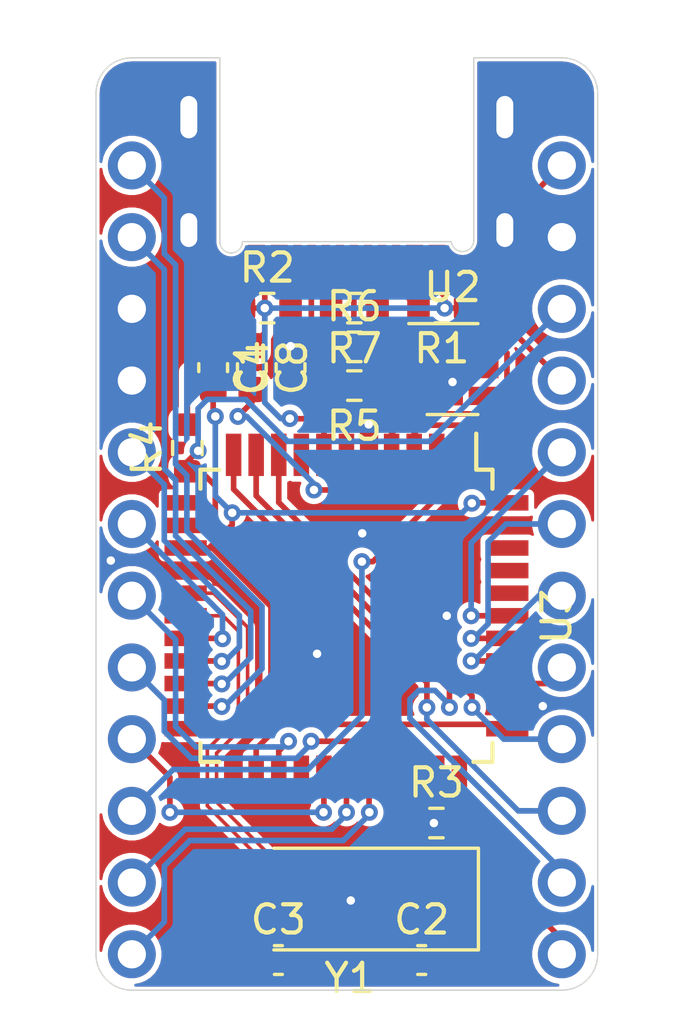
<source format=kicad_pcb>
(kicad_pcb (version 20171130) (host pcbnew 5.1.10-88a1d61d58~90~ubuntu20.04.1)

  (general
    (thickness 1.6)
    (drawings 14)
    (tracks 332)
    (zones 0)
    (modules 18)
    (nets 47)
  )

  (page A4)
  (layers
    (0 F.Cu signal)
    (31 B.Cu signal)
    (32 B.Adhes user)
    (33 F.Adhes user)
    (34 B.Paste user)
    (35 F.Paste user)
    (36 B.SilkS user)
    (37 F.SilkS user)
    (38 B.Mask user)
    (39 F.Mask user)
    (40 Dwgs.User user)
    (41 Cmts.User user)
    (42 Eco1.User user)
    (43 Eco2.User user)
    (44 Edge.Cuts user)
    (45 Margin user)
    (46 B.CrtYd user)
    (47 F.CrtYd user)
    (48 B.Fab user)
    (49 F.Fab user)
  )

  (setup
    (last_trace_width 0.2)
    (user_trace_width 0.127)
    (user_trace_width 0.18)
    (trace_clearance 0.2)
    (zone_clearance 0.1)
    (zone_45_only no)
    (trace_min 0.127)
    (via_size 0.6)
    (via_drill 0.3)
    (via_min_size 0.6)
    (via_min_drill 0.3)
    (user_via 0.6 0.3)
    (uvia_size 0.3)
    (uvia_drill 0.1)
    (uvias_allowed no)
    (uvia_min_size 0.2)
    (uvia_min_drill 0.1)
    (edge_width 0.05)
    (segment_width 0.2)
    (pcb_text_width 0.3)
    (pcb_text_size 1.5 1.5)
    (mod_edge_width 0.12)
    (mod_text_size 1 1)
    (mod_text_width 0.15)
    (pad_size 1 1.6)
    (pad_drill 0.6)
    (pad_to_mask_clearance 0)
    (aux_axis_origin 0 0)
    (visible_elements FFFFFF7F)
    (pcbplotparams
      (layerselection 0x010fc_ffffffff)
      (usegerberextensions false)
      (usegerberattributes true)
      (usegerberadvancedattributes true)
      (creategerberjobfile true)
      (excludeedgelayer true)
      (linewidth 0.100000)
      (plotframeref false)
      (viasonmask false)
      (mode 1)
      (useauxorigin false)
      (hpglpennumber 1)
      (hpglpenspeed 20)
      (hpglpendiameter 15.000000)
      (psnegative false)
      (psa4output false)
      (plotreference true)
      (plotvalue true)
      (plotinvisibletext false)
      (padsonsilk false)
      (subtractmaskfromsilk false)
      (outputformat 1)
      (mirror false)
      (drillshape 1)
      (scaleselection 1)
      (outputdirectory ""))
  )

  (net 0 "")
  (net 1 GND)
  (net 2 "Net-(C1-Pad1)")
  (net 3 "Net-(C4-Pad2)")
  (net 4 "Net-(C8-Pad2)")
  (net 5 D3)
  (net 6 D2)
  (net 7 D1)
  (net 8 D0)
  (net 9 D4)
  (net 10 C6)
  (net 11 D7)
  (net 12 E6)
  (net 13 B4)
  (net 14 B5)
  (net 15 +5V)
  (net 16 RESET)
  (net 17 F4)
  (net 18 F5)
  (net 19 F6)
  (net 20 F7)
  (net 21 B1)
  (net 22 B3)
  (net 23 B2)
  (net 24 B6)
  (net 25 "Net-(J3-PadB8)")
  (net 26 "Net-(J3-PadA5)")
  (net 27 "Net-(J3-PadA7)")
  (net 28 "Net-(J3-PadA6)")
  (net 29 "Net-(J3-PadA8)")
  (net 30 "Net-(J3-PadB5)")
  (net 31 "Net-(R3-Pad2)")
  (net 32 "Net-(R5-Pad1)")
  (net 33 "Net-(R6-Pad2)")
  (net 34 "Net-(U3-Pad42)")
  (net 35 "Net-(U3-Pad41)")
  (net 36 "Net-(U3-Pad40)")
  (net 37 "Net-(U3-Pad32)")
  (net 38 "Net-(U3-Pad26)")
  (net 39 "Net-(U3-Pad22)")
  (net 40 "Net-(U3-Pad12)")
  (net 41 "Net-(U3-Pad8)")
  (net 42 "Net-(J3-PadB7)")
  (net 43 "Net-(C2-Pad2)")
  (net 44 "Net-(C3-Pad1)")
  (net 45 "Net-(U2-Pad6)")
  (net 46 "Net-(U2-Pad4)")

  (net_class Default "This is the default net class."
    (clearance 0.2)
    (trace_width 0.2)
    (via_dia 0.6)
    (via_drill 0.3)
    (uvia_dia 0.3)
    (uvia_drill 0.1)
    (add_net +5V)
    (add_net B1)
    (add_net B2)
    (add_net B3)
    (add_net B4)
    (add_net B5)
    (add_net B6)
    (add_net C6)
    (add_net D0)
    (add_net D1)
    (add_net D2)
    (add_net D3)
    (add_net D4)
    (add_net D7)
    (add_net E6)
    (add_net F4)
    (add_net F5)
    (add_net F6)
    (add_net F7)
    (add_net GND)
    (add_net "Net-(C1-Pad1)")
    (add_net "Net-(C2-Pad2)")
    (add_net "Net-(C3-Pad1)")
    (add_net "Net-(C4-Pad2)")
    (add_net "Net-(C8-Pad2)")
    (add_net "Net-(J3-PadA5)")
    (add_net "Net-(J3-PadA6)")
    (add_net "Net-(J3-PadA7)")
    (add_net "Net-(J3-PadA8)")
    (add_net "Net-(J3-PadB5)")
    (add_net "Net-(J3-PadB7)")
    (add_net "Net-(J3-PadB8)")
    (add_net "Net-(R3-Pad2)")
    (add_net "Net-(R5-Pad1)")
    (add_net "Net-(R6-Pad2)")
    (add_net "Net-(U2-Pad4)")
    (add_net "Net-(U2-Pad6)")
    (add_net "Net-(U3-Pad12)")
    (add_net "Net-(U3-Pad22)")
    (add_net "Net-(U3-Pad26)")
    (add_net "Net-(U3-Pad32)")
    (add_net "Net-(U3-Pad40)")
    (add_net "Net-(U3-Pad41)")
    (add_net "Net-(U3-Pad42)")
    (add_net "Net-(U3-Pad8)")
    (add_net RESET)
  )

  (module Crystal:Crystal_SMD_5032-2Pin_5.0x3.2mm_HandSoldering (layer F.Cu) (tedit 5A0FD1B2) (tstamp 60FFF7D7)
    (at 150.114 113.284 180)
    (descr "SMD Crystal SERIES SMD2520/2 http://www.icbase.com/File/PDF/HKC/HKC00061008.pdf, hand-soldering, 5.0x3.2mm^2 package")
    (tags "SMD SMT crystal hand-soldering")
    (path /61002907)
    (attr smd)
    (fp_text reference Y1 (at 0 -2.8) (layer F.SilkS)
      (effects (font (size 1 1) (thickness 0.15)))
    )
    (fp_text value 16mhz (at 0 2.8) (layer F.Fab)
      (effects (font (size 1 1) (thickness 0.15)))
    )
    (fp_text user %R (at 0 0) (layer F.Fab)
      (effects (font (size 1 1) (thickness 0.15)))
    )
    (fp_line (start -2.3 -1.6) (end 2.3 -1.6) (layer F.Fab) (width 0.1))
    (fp_line (start 2.3 -1.6) (end 2.5 -1.4) (layer F.Fab) (width 0.1))
    (fp_line (start 2.5 -1.4) (end 2.5 1.4) (layer F.Fab) (width 0.1))
    (fp_line (start 2.5 1.4) (end 2.3 1.6) (layer F.Fab) (width 0.1))
    (fp_line (start 2.3 1.6) (end -2.3 1.6) (layer F.Fab) (width 0.1))
    (fp_line (start -2.3 1.6) (end -2.5 1.4) (layer F.Fab) (width 0.1))
    (fp_line (start -2.5 1.4) (end -2.5 -1.4) (layer F.Fab) (width 0.1))
    (fp_line (start -2.5 -1.4) (end -2.3 -1.6) (layer F.Fab) (width 0.1))
    (fp_line (start -2.5 0.6) (end -1.5 1.6) (layer F.Fab) (width 0.1))
    (fp_line (start 2.7 -1.8) (end -4.55 -1.8) (layer F.SilkS) (width 0.12))
    (fp_line (start -4.55 -1.8) (end -4.55 1.8) (layer F.SilkS) (width 0.12))
    (fp_line (start -4.55 1.8) (end 2.7 1.8) (layer F.SilkS) (width 0.12))
    (fp_line (start -4.6 -1.9) (end -4.6 1.9) (layer F.CrtYd) (width 0.05))
    (fp_line (start -4.6 1.9) (end 4.6 1.9) (layer F.CrtYd) (width 0.05))
    (fp_line (start 4.6 1.9) (end 4.6 -1.9) (layer F.CrtYd) (width 0.05))
    (fp_line (start 4.6 -1.9) (end -4.6 -1.9) (layer F.CrtYd) (width 0.05))
    (fp_circle (center 0 0) (end 0.4 0) (layer F.Adhes) (width 0.1))
    (fp_circle (center 0 0) (end 0.333333 0) (layer F.Adhes) (width 0.133333))
    (fp_circle (center 0 0) (end 0.213333 0) (layer F.Adhes) (width 0.133333))
    (fp_circle (center 0 0) (end 0.093333 0) (layer F.Adhes) (width 0.186667))
    (pad 2 smd rect (at 2.6 0 180) (size 3.5 2.4) (layers F.Cu F.Paste F.Mask)
      (net 44 "Net-(C3-Pad1)"))
    (pad 1 smd rect (at -2.6 0 180) (size 3.5 2.4) (layers F.Cu F.Paste F.Mask)
      (net 43 "Net-(C2-Pad2)"))
    (model ${KISYS3DMOD}/Crystal.3dshapes/Crystal_SMD_5032-2Pin_5.0x3.2mm_HandSoldering.wrl
      (at (xyz 0 0 0))
      (scale (xyz 1 1 1))
      (rotate (xyz 0 0 0))
    )
  )

  (module Capacitor_SMD:C_0603_1608Metric (layer F.Cu) (tedit 5F68FEEE) (tstamp 60FFF54C)
    (at 147.574 115.443)
    (descr "Capacitor SMD 0603 (1608 Metric), square (rectangular) end terminal, IPC_7351 nominal, (Body size source: IPC-SM-782 page 76, https://www.pcb-3d.com/wordpress/wp-content/uploads/ipc-sm-782a_amendment_1_and_2.pdf), generated with kicad-footprint-generator")
    (tags capacitor)
    (path /610069EE)
    (attr smd)
    (fp_text reference C3 (at 0 -1.43) (layer F.SilkS)
      (effects (font (size 1 1) (thickness 0.15)))
    )
    (fp_text value 22pf (at 0 1.43) (layer F.Fab)
      (effects (font (size 1 1) (thickness 0.15)))
    )
    (fp_text user %R (at 0 0) (layer F.Fab)
      (effects (font (size 0.4 0.4) (thickness 0.06)))
    )
    (fp_line (start -0.8 0.4) (end -0.8 -0.4) (layer F.Fab) (width 0.1))
    (fp_line (start -0.8 -0.4) (end 0.8 -0.4) (layer F.Fab) (width 0.1))
    (fp_line (start 0.8 -0.4) (end 0.8 0.4) (layer F.Fab) (width 0.1))
    (fp_line (start 0.8 0.4) (end -0.8 0.4) (layer F.Fab) (width 0.1))
    (fp_line (start -0.14058 -0.51) (end 0.14058 -0.51) (layer F.SilkS) (width 0.12))
    (fp_line (start -0.14058 0.51) (end 0.14058 0.51) (layer F.SilkS) (width 0.12))
    (fp_line (start -1.48 0.73) (end -1.48 -0.73) (layer F.CrtYd) (width 0.05))
    (fp_line (start -1.48 -0.73) (end 1.48 -0.73) (layer F.CrtYd) (width 0.05))
    (fp_line (start 1.48 -0.73) (end 1.48 0.73) (layer F.CrtYd) (width 0.05))
    (fp_line (start 1.48 0.73) (end -1.48 0.73) (layer F.CrtYd) (width 0.05))
    (pad 2 smd roundrect (at 0.775 0) (size 0.9 0.95) (layers F.Cu F.Paste F.Mask) (roundrect_rratio 0.25)
      (net 1 GND))
    (pad 1 smd roundrect (at -0.775 0) (size 0.9 0.95) (layers F.Cu F.Paste F.Mask) (roundrect_rratio 0.25)
      (net 44 "Net-(C3-Pad1)"))
    (model ${KISYS3DMOD}/Capacitor_SMD.3dshapes/C_0603_1608Metric.wrl
      (at (xyz 0 0 0))
      (scale (xyz 1 1 1))
      (rotate (xyz 0 0 0))
    )
  )

  (module Capacitor_SMD:C_0603_1608Metric (layer F.Cu) (tedit 5F68FEEE) (tstamp 60FFF53B)
    (at 152.654 115.443)
    (descr "Capacitor SMD 0603 (1608 Metric), square (rectangular) end terminal, IPC_7351 nominal, (Body size source: IPC-SM-782 page 76, https://www.pcb-3d.com/wordpress/wp-content/uploads/ipc-sm-782a_amendment_1_and_2.pdf), generated with kicad-footprint-generator")
    (tags capacitor)
    (path /61007820)
    (attr smd)
    (fp_text reference C2 (at 0 -1.43) (layer F.SilkS)
      (effects (font (size 1 1) (thickness 0.15)))
    )
    (fp_text value 22pf (at 0 1.43) (layer F.Fab)
      (effects (font (size 1 1) (thickness 0.15)))
    )
    (fp_text user %R (at 0 0) (layer F.Fab)
      (effects (font (size 0.4 0.4) (thickness 0.06)))
    )
    (fp_line (start -0.8 0.4) (end -0.8 -0.4) (layer F.Fab) (width 0.1))
    (fp_line (start -0.8 -0.4) (end 0.8 -0.4) (layer F.Fab) (width 0.1))
    (fp_line (start 0.8 -0.4) (end 0.8 0.4) (layer F.Fab) (width 0.1))
    (fp_line (start 0.8 0.4) (end -0.8 0.4) (layer F.Fab) (width 0.1))
    (fp_line (start -0.14058 -0.51) (end 0.14058 -0.51) (layer F.SilkS) (width 0.12))
    (fp_line (start -0.14058 0.51) (end 0.14058 0.51) (layer F.SilkS) (width 0.12))
    (fp_line (start -1.48 0.73) (end -1.48 -0.73) (layer F.CrtYd) (width 0.05))
    (fp_line (start -1.48 -0.73) (end 1.48 -0.73) (layer F.CrtYd) (width 0.05))
    (fp_line (start 1.48 -0.73) (end 1.48 0.73) (layer F.CrtYd) (width 0.05))
    (fp_line (start 1.48 0.73) (end -1.48 0.73) (layer F.CrtYd) (width 0.05))
    (pad 2 smd roundrect (at 0.775 0) (size 0.9 0.95) (layers F.Cu F.Paste F.Mask) (roundrect_rratio 0.25)
      (net 43 "Net-(C2-Pad2)"))
    (pad 1 smd roundrect (at -0.775 0) (size 0.9 0.95) (layers F.Cu F.Paste F.Mask) (roundrect_rratio 0.25)
      (net 1 GND))
    (model ${KISYS3DMOD}/Capacitor_SMD.3dshapes/C_0603_1608Metric.wrl
      (at (xyz 0 0 0))
      (scale (xyz 1 1 1))
      (rotate (xyz 0 0 0))
    )
  )

  (module Package_QFP:TQFP-44_10x10mm_P0.8mm (layer F.Cu) (tedit 5A02F146) (tstamp 60FFD94D)
    (at 149.987 103.251 270)
    (descr "44-Lead Plastic Thin Quad Flatpack (PT) - 10x10x1.0 mm Body [TQFP] (see Microchip Packaging Specification 00000049BS.pdf)")
    (tags "QFP 0.8")
    (path /60FFCB9D)
    (attr smd)
    (fp_text reference U3 (at 0 -7.45 90) (layer F.SilkS)
      (effects (font (size 1 1) (thickness 0.15)))
    )
    (fp_text value ATmega32U4RC-AU (at 0 7.45 90) (layer F.Fab)
      (effects (font (size 1 1) (thickness 0.15)))
    )
    (fp_line (start -4 -5) (end 5 -5) (layer F.Fab) (width 0.15))
    (fp_line (start 5 -5) (end 5 5) (layer F.Fab) (width 0.15))
    (fp_line (start 5 5) (end -5 5) (layer F.Fab) (width 0.15))
    (fp_line (start -5 5) (end -5 -4) (layer F.Fab) (width 0.15))
    (fp_line (start -5 -4) (end -4 -5) (layer F.Fab) (width 0.15))
    (fp_line (start -6.7 -6.7) (end -6.7 6.7) (layer F.CrtYd) (width 0.05))
    (fp_line (start 6.7 -6.7) (end 6.7 6.7) (layer F.CrtYd) (width 0.05))
    (fp_line (start -6.7 -6.7) (end 6.7 -6.7) (layer F.CrtYd) (width 0.05))
    (fp_line (start -6.7 6.7) (end 6.7 6.7) (layer F.CrtYd) (width 0.05))
    (fp_line (start -5.175 -5.175) (end -5.175 -4.6) (layer F.SilkS) (width 0.15))
    (fp_line (start 5.175 -5.175) (end 5.175 -4.5) (layer F.SilkS) (width 0.15))
    (fp_line (start 5.175 5.175) (end 5.175 4.5) (layer F.SilkS) (width 0.15))
    (fp_line (start -5.175 5.175) (end -5.175 4.5) (layer F.SilkS) (width 0.15))
    (fp_line (start -5.175 -5.175) (end -4.5 -5.175) (layer F.SilkS) (width 0.15))
    (fp_line (start -5.175 5.175) (end -4.5 5.175) (layer F.SilkS) (width 0.15))
    (fp_line (start 5.175 5.175) (end 4.5 5.175) (layer F.SilkS) (width 0.15))
    (fp_line (start 5.175 -5.175) (end 4.5 -5.175) (layer F.SilkS) (width 0.15))
    (fp_line (start -5.175 -4.6) (end -6.45 -4.6) (layer F.SilkS) (width 0.15))
    (fp_text user %R (at 0 0 90) (layer F.Fab)
      (effects (font (size 1 1) (thickness 0.15)))
    )
    (pad 44 smd rect (at -4 -5.7) (size 1.5 0.55) (layers F.Cu F.Paste F.Mask)
      (net 3 "Net-(C4-Pad2)"))
    (pad 43 smd rect (at -3.2 -5.7) (size 1.5 0.55) (layers F.Cu F.Paste F.Mask)
      (net 1 GND))
    (pad 42 smd rect (at -2.4 -5.7) (size 1.5 0.55) (layers F.Cu F.Paste F.Mask)
      (net 34 "Net-(U3-Pad42)"))
    (pad 41 smd rect (at -1.6 -5.7) (size 1.5 0.55) (layers F.Cu F.Paste F.Mask)
      (net 35 "Net-(U3-Pad41)"))
    (pad 40 smd rect (at -0.8 -5.7) (size 1.5 0.55) (layers F.Cu F.Paste F.Mask)
      (net 36 "Net-(U3-Pad40)"))
    (pad 39 smd rect (at 0 -5.7) (size 1.5 0.55) (layers F.Cu F.Paste F.Mask)
      (net 17 F4))
    (pad 38 smd rect (at 0.8 -5.7) (size 1.5 0.55) (layers F.Cu F.Paste F.Mask)
      (net 18 F5))
    (pad 37 smd rect (at 1.6 -5.7) (size 1.5 0.55) (layers F.Cu F.Paste F.Mask)
      (net 19 F6))
    (pad 36 smd rect (at 2.4 -5.7) (size 1.5 0.55) (layers F.Cu F.Paste F.Mask)
      (net 20 F7))
    (pad 35 smd rect (at 3.2 -5.7) (size 1.5 0.55) (layers F.Cu F.Paste F.Mask)
      (net 1 GND))
    (pad 34 smd rect (at 4 -5.7) (size 1.5 0.55) (layers F.Cu F.Paste F.Mask)
      (net 3 "Net-(C4-Pad2)"))
    (pad 33 smd rect (at 5.7 -4 270) (size 1.5 0.55) (layers F.Cu F.Paste F.Mask)
      (net 31 "Net-(R3-Pad2)"))
    (pad 32 smd rect (at 5.7 -3.2 270) (size 1.5 0.55) (layers F.Cu F.Paste F.Mask)
      (net 37 "Net-(U3-Pad32)"))
    (pad 31 smd rect (at 5.7 -2.4 270) (size 1.5 0.55) (layers F.Cu F.Paste F.Mask)
      (net 10 C6))
    (pad 30 smd rect (at 5.7 -1.6 270) (size 1.5 0.55) (layers F.Cu F.Paste F.Mask)
      (net 24 B6))
    (pad 29 smd rect (at 5.7 -0.8 270) (size 1.5 0.55) (layers F.Cu F.Paste F.Mask)
      (net 14 B5))
    (pad 28 smd rect (at 5.7 0 270) (size 1.5 0.55) (layers F.Cu F.Paste F.Mask)
      (net 13 B4))
    (pad 27 smd rect (at 5.7 0.8 270) (size 1.5 0.55) (layers F.Cu F.Paste F.Mask)
      (net 11 D7))
    (pad 26 smd rect (at 5.7 1.6 270) (size 1.5 0.55) (layers F.Cu F.Paste F.Mask)
      (net 38 "Net-(U3-Pad26)"))
    (pad 25 smd rect (at 5.7 2.4 270) (size 1.5 0.55) (layers F.Cu F.Paste F.Mask)
      (net 9 D4))
    (pad 24 smd rect (at 5.7 3.2 270) (size 1.5 0.55) (layers F.Cu F.Paste F.Mask)
      (net 3 "Net-(C4-Pad2)"))
    (pad 23 smd rect (at 5.7 4 270) (size 1.5 0.55) (layers F.Cu F.Paste F.Mask)
      (net 1 GND))
    (pad 22 smd rect (at 4 5.7) (size 1.5 0.55) (layers F.Cu F.Paste F.Mask)
      (net 39 "Net-(U3-Pad22)"))
    (pad 21 smd rect (at 3.2 5.7) (size 1.5 0.55) (layers F.Cu F.Paste F.Mask)
      (net 5 D3))
    (pad 20 smd rect (at 2.4 5.7) (size 1.5 0.55) (layers F.Cu F.Paste F.Mask)
      (net 6 D2))
    (pad 19 smd rect (at 1.6 5.7) (size 1.5 0.55) (layers F.Cu F.Paste F.Mask)
      (net 7 D1))
    (pad 18 smd rect (at 0.8 5.7) (size 1.5 0.55) (layers F.Cu F.Paste F.Mask)
      (net 8 D0))
    (pad 17 smd rect (at 0 5.7) (size 1.5 0.55) (layers F.Cu F.Paste F.Mask)
      (net 44 "Net-(C3-Pad1)"))
    (pad 16 smd rect (at -0.8 5.7) (size 1.5 0.55) (layers F.Cu F.Paste F.Mask)
      (net 43 "Net-(C2-Pad2)"))
    (pad 15 smd rect (at -1.6 5.7) (size 1.5 0.55) (layers F.Cu F.Paste F.Mask)
      (net 1 GND))
    (pad 14 smd rect (at -2.4 5.7) (size 1.5 0.55) (layers F.Cu F.Paste F.Mask)
      (net 3 "Net-(C4-Pad2)"))
    (pad 13 smd rect (at -3.2 5.7) (size 1.5 0.55) (layers F.Cu F.Paste F.Mask)
      (net 16 RESET))
    (pad 12 smd rect (at -4 5.7) (size 1.5 0.55) (layers F.Cu F.Paste F.Mask)
      (net 40 "Net-(U3-Pad12)"))
    (pad 11 smd rect (at -5.7 4 270) (size 1.5 0.55) (layers F.Cu F.Paste F.Mask)
      (net 22 B3))
    (pad 10 smd rect (at -5.7 3.2 270) (size 1.5 0.55) (layers F.Cu F.Paste F.Mask)
      (net 23 B2))
    (pad 9 smd rect (at -5.7 2.4 270) (size 1.5 0.55) (layers F.Cu F.Paste F.Mask)
      (net 21 B1))
    (pad 8 smd rect (at -5.7 1.6 270) (size 1.5 0.55) (layers F.Cu F.Paste F.Mask)
      (net 41 "Net-(U3-Pad8)"))
    (pad 7 smd rect (at -5.7 0.8 270) (size 1.5 0.55) (layers F.Cu F.Paste F.Mask)
      (net 15 +5V))
    (pad 6 smd rect (at -5.7 0 270) (size 1.5 0.55) (layers F.Cu F.Paste F.Mask)
      (net 2 "Net-(C1-Pad1)"))
    (pad 5 smd rect (at -5.7 -0.8 270) (size 1.5 0.55) (layers F.Cu F.Paste F.Mask)
      (net 1 GND))
    (pad 4 smd rect (at -5.7 -1.6 270) (size 1.5 0.55) (layers F.Cu F.Paste F.Mask)
      (net 46 "Net-(U2-Pad4)"))
    (pad 3 smd rect (at -5.7 -2.4 270) (size 1.5 0.55) (layers F.Cu F.Paste F.Mask)
      (net 45 "Net-(U2-Pad6)"))
    (pad 2 smd rect (at -5.7 -3.2 270) (size 1.5 0.55) (layers F.Cu F.Paste F.Mask)
      (net 4 "Net-(C8-Pad2)"))
    (pad 1 smd rect (at -5.7 -4 270) (size 1.5 0.55) (layers F.Cu F.Paste F.Mask)
      (net 12 E6))
    (model ${KISYS3DMOD}/Package_QFP.3dshapes/TQFP-44_10x10mm_P0.8mm.wrl
      (at (xyz 0 0 0))
      (scale (xyz 1 1 1))
      (rotate (xyz 0 0 0))
    )
  )

  (module Resistor_SMD:R_0603_1608Metric (layer F.Cu) (tedit 5F68FEEE) (tstamp 61004824)
    (at 150.2664 92.3544 180)
    (descr "Resistor SMD 0603 (1608 Metric), square (rectangular) end terminal, IPC_7351 nominal, (Body size source: IPC-SM-782 page 72, https://www.pcb-3d.com/wordpress/wp-content/uploads/ipc-sm-782a_amendment_1_and_2.pdf), generated with kicad-footprint-generator")
    (tags resistor)
    (path /6102E257)
    (attr smd)
    (fp_text reference R7 (at 0 -1.43) (layer F.SilkS)
      (effects (font (size 1 1) (thickness 0.15)))
    )
    (fp_text value 0 (at 0 1.43) (layer F.Fab)
      (effects (font (size 1 1) (thickness 0.15)))
    )
    (fp_line (start 1.48 0.73) (end -1.48 0.73) (layer F.CrtYd) (width 0.05))
    (fp_line (start 1.48 -0.73) (end 1.48 0.73) (layer F.CrtYd) (width 0.05))
    (fp_line (start -1.48 -0.73) (end 1.48 -0.73) (layer F.CrtYd) (width 0.05))
    (fp_line (start -1.48 0.73) (end -1.48 -0.73) (layer F.CrtYd) (width 0.05))
    (fp_line (start -0.237258 0.5225) (end 0.237258 0.5225) (layer F.SilkS) (width 0.12))
    (fp_line (start -0.237258 -0.5225) (end 0.237258 -0.5225) (layer F.SilkS) (width 0.12))
    (fp_line (start 0.8 0.4125) (end -0.8 0.4125) (layer F.Fab) (width 0.1))
    (fp_line (start 0.8 -0.4125) (end 0.8 0.4125) (layer F.Fab) (width 0.1))
    (fp_line (start -0.8 -0.4125) (end 0.8 -0.4125) (layer F.Fab) (width 0.1))
    (fp_line (start -0.8 0.4125) (end -0.8 -0.4125) (layer F.Fab) (width 0.1))
    (fp_text user %R (at 0 0) (layer F.Fab)
      (effects (font (size 0.4 0.4) (thickness 0.06)))
    )
    (pad 2 smd roundrect (at 0.825 0 180) (size 0.8 0.95) (layers F.Cu F.Paste F.Mask) (roundrect_rratio 0.25)
      (net 27 "Net-(J3-PadA7)"))
    (pad 1 smd roundrect (at -0.825 0 180) (size 0.8 0.95) (layers F.Cu F.Paste F.Mask) (roundrect_rratio 0.25)
      (net 42 "Net-(J3-PadB7)"))
    (model ${KISYS3DMOD}/Resistor_SMD.3dshapes/R_0603_1608Metric.wrl
      (at (xyz 0 0 0))
      (scale (xyz 1 1 1))
      (rotate (xyz 0 0 0))
    )
  )

  (module Resistor_SMD:R_0603_1608Metric (layer F.Cu) (tedit 5F68FEEE) (tstamp 61006BA4)
    (at 150.2664 93.726)
    (descr "Resistor SMD 0603 (1608 Metric), square (rectangular) end terminal, IPC_7351 nominal, (Body size source: IPC-SM-782 page 72, https://www.pcb-3d.com/wordpress/wp-content/uploads/ipc-sm-782a_amendment_1_and_2.pdf), generated with kicad-footprint-generator")
    (tags resistor)
    (path /61409009)
    (attr smd)
    (fp_text reference R6 (at 0 -1.43) (layer F.SilkS)
      (effects (font (size 1 1) (thickness 0.15)))
    )
    (fp_text value 22 (at 0 1.43) (layer F.Fab)
      (effects (font (size 1 1) (thickness 0.15)))
    )
    (fp_line (start -0.8 0.4125) (end -0.8 -0.4125) (layer F.Fab) (width 0.1))
    (fp_line (start -0.8 -0.4125) (end 0.8 -0.4125) (layer F.Fab) (width 0.1))
    (fp_line (start 0.8 -0.4125) (end 0.8 0.4125) (layer F.Fab) (width 0.1))
    (fp_line (start 0.8 0.4125) (end -0.8 0.4125) (layer F.Fab) (width 0.1))
    (fp_line (start -0.237258 -0.5225) (end 0.237258 -0.5225) (layer F.SilkS) (width 0.12))
    (fp_line (start -0.237258 0.5225) (end 0.237258 0.5225) (layer F.SilkS) (width 0.12))
    (fp_line (start -1.48 0.73) (end -1.48 -0.73) (layer F.CrtYd) (width 0.05))
    (fp_line (start -1.48 -0.73) (end 1.48 -0.73) (layer F.CrtYd) (width 0.05))
    (fp_line (start 1.48 -0.73) (end 1.48 0.73) (layer F.CrtYd) (width 0.05))
    (fp_line (start 1.48 0.73) (end -1.48 0.73) (layer F.CrtYd) (width 0.05))
    (fp_text user %R (at 0 0) (layer F.Fab)
      (effects (font (size 0.4 0.4) (thickness 0.06)))
    )
    (pad 1 smd roundrect (at -0.825 0) (size 0.8 0.95) (layers F.Cu F.Paste F.Mask) (roundrect_rratio 0.25)
      (net 28 "Net-(J3-PadA6)"))
    (pad 2 smd roundrect (at 0.825 0) (size 0.8 0.95) (layers F.Cu F.Paste F.Mask) (roundrect_rratio 0.25)
      (net 33 "Net-(R6-Pad2)"))
    (model ${KISYS3DMOD}/Resistor_SMD.3dshapes/R_0603_1608Metric.wrl
      (at (xyz 0 0 0))
      (scale (xyz 1 1 1))
      (rotate (xyz 0 0 0))
    )
  )

  (module Resistor_SMD:R_0603_1608Metric (layer F.Cu) (tedit 5F68FEEE) (tstamp 61006CE8)
    (at 150.2664 95.0976 180)
    (descr "Resistor SMD 0603 (1608 Metric), square (rectangular) end terminal, IPC_7351 nominal, (Body size source: IPC-SM-782 page 72, https://www.pcb-3d.com/wordpress/wp-content/uploads/ipc-sm-782a_amendment_1_and_2.pdf), generated with kicad-footprint-generator")
    (tags resistor)
    (path /61406714)
    (attr smd)
    (fp_text reference R5 (at 0 -1.43) (layer F.SilkS)
      (effects (font (size 1 1) (thickness 0.15)))
    )
    (fp_text value 22 (at 0 1.43) (layer F.Fab)
      (effects (font (size 1 1) (thickness 0.15)))
    )
    (fp_line (start -0.8 0.4125) (end -0.8 -0.4125) (layer F.Fab) (width 0.1))
    (fp_line (start -0.8 -0.4125) (end 0.8 -0.4125) (layer F.Fab) (width 0.1))
    (fp_line (start 0.8 -0.4125) (end 0.8 0.4125) (layer F.Fab) (width 0.1))
    (fp_line (start 0.8 0.4125) (end -0.8 0.4125) (layer F.Fab) (width 0.1))
    (fp_line (start -0.237258 -0.5225) (end 0.237258 -0.5225) (layer F.SilkS) (width 0.12))
    (fp_line (start -0.237258 0.5225) (end 0.237258 0.5225) (layer F.SilkS) (width 0.12))
    (fp_line (start -1.48 0.73) (end -1.48 -0.73) (layer F.CrtYd) (width 0.05))
    (fp_line (start -1.48 -0.73) (end 1.48 -0.73) (layer F.CrtYd) (width 0.05))
    (fp_line (start 1.48 -0.73) (end 1.48 0.73) (layer F.CrtYd) (width 0.05))
    (fp_line (start 1.48 0.73) (end -1.48 0.73) (layer F.CrtYd) (width 0.05))
    (fp_text user %R (at 0 0) (layer F.Fab)
      (effects (font (size 0.4 0.4) (thickness 0.06)))
    )
    (pad 1 smd roundrect (at -0.825 0 180) (size 0.8 0.95) (layers F.Cu F.Paste F.Mask) (roundrect_rratio 0.25)
      (net 32 "Net-(R5-Pad1)"))
    (pad 2 smd roundrect (at 0.825 0 180) (size 0.8 0.95) (layers F.Cu F.Paste F.Mask) (roundrect_rratio 0.25)
      (net 42 "Net-(J3-PadB7)"))
    (model ${KISYS3DMOD}/Resistor_SMD.3dshapes/R_0603_1608Metric.wrl
      (at (xyz 0 0 0))
      (scale (xyz 1 1 1))
      (rotate (xyz 0 0 0))
    )
  )

  (module Resistor_SMD:R_0603_1608Metric (layer F.Cu) (tedit 5F68FEEE) (tstamp 6100B07F)
    (at 144.3482 97.3074 90)
    (descr "Resistor SMD 0603 (1608 Metric), square (rectangular) end terminal, IPC_7351 nominal, (Body size source: IPC-SM-782 page 72, https://www.pcb-3d.com/wordpress/wp-content/uploads/ipc-sm-782a_amendment_1_and_2.pdf), generated with kicad-footprint-generator")
    (tags resistor)
    (path /613B933E)
    (attr smd)
    (fp_text reference R4 (at 0 -1.43 90) (layer F.SilkS)
      (effects (font (size 1 1) (thickness 0.15)))
    )
    (fp_text value 10k (at 0 1.43 90) (layer F.Fab)
      (effects (font (size 1 1) (thickness 0.15)))
    )
    (fp_line (start 1.48 0.73) (end -1.48 0.73) (layer F.CrtYd) (width 0.05))
    (fp_line (start 1.48 -0.73) (end 1.48 0.73) (layer F.CrtYd) (width 0.05))
    (fp_line (start -1.48 -0.73) (end 1.48 -0.73) (layer F.CrtYd) (width 0.05))
    (fp_line (start -1.48 0.73) (end -1.48 -0.73) (layer F.CrtYd) (width 0.05))
    (fp_line (start -0.237258 0.5225) (end 0.237258 0.5225) (layer F.SilkS) (width 0.12))
    (fp_line (start -0.237258 -0.5225) (end 0.237258 -0.5225) (layer F.SilkS) (width 0.12))
    (fp_line (start 0.8 0.4125) (end -0.8 0.4125) (layer F.Fab) (width 0.1))
    (fp_line (start 0.8 -0.4125) (end 0.8 0.4125) (layer F.Fab) (width 0.1))
    (fp_line (start -0.8 -0.4125) (end 0.8 -0.4125) (layer F.Fab) (width 0.1))
    (fp_line (start -0.8 0.4125) (end -0.8 -0.4125) (layer F.Fab) (width 0.1))
    (fp_text user %R (at 0 0 90) (layer F.Fab)
      (effects (font (size 0.4 0.4) (thickness 0.06)))
    )
    (pad 2 smd roundrect (at 0.825 0 90) (size 0.8 0.95) (layers F.Cu F.Paste F.Mask) (roundrect_rratio 0.25)
      (net 15 +5V))
    (pad 1 smd roundrect (at -0.825 0 90) (size 0.8 0.95) (layers F.Cu F.Paste F.Mask) (roundrect_rratio 0.25)
      (net 16 RESET))
    (model ${KISYS3DMOD}/Resistor_SMD.3dshapes/R_0603_1608Metric.wrl
      (at (xyz 0 0 0))
      (scale (xyz 1 1 1))
      (rotate (xyz 0 0 0))
    )
  )

  (module Resistor_SMD:R_0603_1608Metric (layer F.Cu) (tedit 5F68FEEE) (tstamp 6100D686)
    (at 153.1752 110.5916)
    (descr "Resistor SMD 0603 (1608 Metric), square (rectangular) end terminal, IPC_7351 nominal, (Body size source: IPC-SM-782 page 72, https://www.pcb-3d.com/wordpress/wp-content/uploads/ipc-sm-782a_amendment_1_and_2.pdf), generated with kicad-footprint-generator")
    (tags resistor)
    (path /612AF8FC)
    (attr smd)
    (fp_text reference R3 (at 0 -1.43) (layer F.SilkS)
      (effects (font (size 1 1) (thickness 0.15)))
    )
    (fp_text value 10k (at 0 1.43) (layer F.Fab)
      (effects (font (size 1 1) (thickness 0.15)))
    )
    (fp_line (start 1.48 0.73) (end -1.48 0.73) (layer F.CrtYd) (width 0.05))
    (fp_line (start 1.48 -0.73) (end 1.48 0.73) (layer F.CrtYd) (width 0.05))
    (fp_line (start -1.48 -0.73) (end 1.48 -0.73) (layer F.CrtYd) (width 0.05))
    (fp_line (start -1.48 0.73) (end -1.48 -0.73) (layer F.CrtYd) (width 0.05))
    (fp_line (start -0.237258 0.5225) (end 0.237258 0.5225) (layer F.SilkS) (width 0.12))
    (fp_line (start -0.237258 -0.5225) (end 0.237258 -0.5225) (layer F.SilkS) (width 0.12))
    (fp_line (start 0.8 0.4125) (end -0.8 0.4125) (layer F.Fab) (width 0.1))
    (fp_line (start 0.8 -0.4125) (end 0.8 0.4125) (layer F.Fab) (width 0.1))
    (fp_line (start -0.8 -0.4125) (end 0.8 -0.4125) (layer F.Fab) (width 0.1))
    (fp_line (start -0.8 0.4125) (end -0.8 -0.4125) (layer F.Fab) (width 0.1))
    (fp_text user %R (at 0 0) (layer F.Fab)
      (effects (font (size 0.4 0.4) (thickness 0.06)))
    )
    (pad 2 smd roundrect (at 0.825 0) (size 0.8 0.95) (layers F.Cu F.Paste F.Mask) (roundrect_rratio 0.25)
      (net 31 "Net-(R3-Pad2)"))
    (pad 1 smd roundrect (at -0.825 0) (size 0.8 0.95) (layers F.Cu F.Paste F.Mask) (roundrect_rratio 0.25)
      (net 1 GND))
    (model ${KISYS3DMOD}/Resistor_SMD.3dshapes/R_0603_1608Metric.wrl
      (at (xyz 0 0 0))
      (scale (xyz 1 1 1))
      (rotate (xyz 0 0 0))
    )
  )

  (module Resistor_SMD:R_0603_1608Metric (layer F.Cu) (tedit 5F68FEEE) (tstamp 60FF911F)
    (at 147.1808 92.3544)
    (descr "Resistor SMD 0603 (1608 Metric), square (rectangular) end terminal, IPC_7351 nominal, (Body size source: IPC-SM-782 page 72, https://www.pcb-3d.com/wordpress/wp-content/uploads/ipc-sm-782a_amendment_1_and_2.pdf), generated with kicad-footprint-generator")
    (tags resistor)
    (path /6101E2C5)
    (attr smd)
    (fp_text reference R2 (at 0 -1.43) (layer F.SilkS)
      (effects (font (size 1 1) (thickness 0.15)))
    )
    (fp_text value 5.1k (at 0 1.43) (layer F.Fab)
      (effects (font (size 1 1) (thickness 0.15)))
    )
    (fp_line (start 1.48 0.73) (end -1.48 0.73) (layer F.CrtYd) (width 0.05))
    (fp_line (start 1.48 -0.73) (end 1.48 0.73) (layer F.CrtYd) (width 0.05))
    (fp_line (start -1.48 -0.73) (end 1.48 -0.73) (layer F.CrtYd) (width 0.05))
    (fp_line (start -1.48 0.73) (end -1.48 -0.73) (layer F.CrtYd) (width 0.05))
    (fp_line (start -0.237258 0.5225) (end 0.237258 0.5225) (layer F.SilkS) (width 0.12))
    (fp_line (start -0.237258 -0.5225) (end 0.237258 -0.5225) (layer F.SilkS) (width 0.12))
    (fp_line (start 0.8 0.4125) (end -0.8 0.4125) (layer F.Fab) (width 0.1))
    (fp_line (start 0.8 -0.4125) (end 0.8 0.4125) (layer F.Fab) (width 0.1))
    (fp_line (start -0.8 -0.4125) (end 0.8 -0.4125) (layer F.Fab) (width 0.1))
    (fp_line (start -0.8 0.4125) (end -0.8 -0.4125) (layer F.Fab) (width 0.1))
    (fp_text user %R (at 0 0) (layer F.Fab)
      (effects (font (size 0.4 0.4) (thickness 0.06)))
    )
    (pad 2 smd roundrect (at 0.825 0) (size 0.8 0.95) (layers F.Cu F.Paste F.Mask) (roundrect_rratio 0.25)
      (net 30 "Net-(J3-PadB5)"))
    (pad 1 smd roundrect (at -0.825 0) (size 0.8 0.95) (layers F.Cu F.Paste F.Mask) (roundrect_rratio 0.25)
      (net 15 +5V))
    (model ${KISYS3DMOD}/Resistor_SMD.3dshapes/R_0603_1608Metric.wrl
      (at (xyz 0 0 0))
      (scale (xyz 1 1 1))
      (rotate (xyz 0 0 0))
    )
  )

  (module Resistor_SMD:R_0603_1608Metric (layer F.Cu) (tedit 5F68FEEE) (tstamp 60FF910E)
    (at 153.3652 92.3544 180)
    (descr "Resistor SMD 0603 (1608 Metric), square (rectangular) end terminal, IPC_7351 nominal, (Body size source: IPC-SM-782 page 72, https://www.pcb-3d.com/wordpress/wp-content/uploads/ipc-sm-782a_amendment_1_and_2.pdf), generated with kicad-footprint-generator")
    (tags resistor)
    (path /610C38B8)
    (attr smd)
    (fp_text reference R1 (at 0 -1.43) (layer F.SilkS)
      (effects (font (size 1 1) (thickness 0.15)))
    )
    (fp_text value 5.1k (at 0 1.43) (layer F.Fab)
      (effects (font (size 1 1) (thickness 0.15)))
    )
    (fp_line (start 1.48 0.73) (end -1.48 0.73) (layer F.CrtYd) (width 0.05))
    (fp_line (start 1.48 -0.73) (end 1.48 0.73) (layer F.CrtYd) (width 0.05))
    (fp_line (start -1.48 -0.73) (end 1.48 -0.73) (layer F.CrtYd) (width 0.05))
    (fp_line (start -1.48 0.73) (end -1.48 -0.73) (layer F.CrtYd) (width 0.05))
    (fp_line (start -0.237258 0.5225) (end 0.237258 0.5225) (layer F.SilkS) (width 0.12))
    (fp_line (start -0.237258 -0.5225) (end 0.237258 -0.5225) (layer F.SilkS) (width 0.12))
    (fp_line (start 0.8 0.4125) (end -0.8 0.4125) (layer F.Fab) (width 0.1))
    (fp_line (start 0.8 -0.4125) (end 0.8 0.4125) (layer F.Fab) (width 0.1))
    (fp_line (start -0.8 -0.4125) (end 0.8 -0.4125) (layer F.Fab) (width 0.1))
    (fp_line (start -0.8 0.4125) (end -0.8 -0.4125) (layer F.Fab) (width 0.1))
    (fp_text user %R (at 0 0) (layer F.Fab)
      (effects (font (size 0.4 0.4) (thickness 0.06)))
    )
    (pad 2 smd roundrect (at 0.825 0 180) (size 0.8 0.95) (layers F.Cu F.Paste F.Mask) (roundrect_rratio 0.25)
      (net 26 "Net-(J3-PadA5)"))
    (pad 1 smd roundrect (at -0.825 0 180) (size 0.8 0.95) (layers F.Cu F.Paste F.Mask) (roundrect_rratio 0.25)
      (net 15 +5V))
    (model ${KISYS3DMOD}/Resistor_SMD.3dshapes/R_0603_1608Metric.wrl
      (at (xyz 0 0 0))
      (scale (xyz 1 1 1))
      (rotate (xyz 0 0 0))
    )
  )

  (module Capacitor_SMD:C_0603_1608Metric (layer F.Cu) (tedit 5F68FEEE) (tstamp 60FFDE72)
    (at 146.6342 94.4626 270)
    (descr "Capacitor SMD 0603 (1608 Metric), square (rectangular) end terminal, IPC_7351 nominal, (Body size source: IPC-SM-782 page 76, https://www.pcb-3d.com/wordpress/wp-content/uploads/ipc-sm-782a_amendment_1_and_2.pdf), generated with kicad-footprint-generator")
    (tags capacitor)
    (path /6118D688)
    (attr smd)
    (fp_text reference C8 (at 0 -1.43 90) (layer F.SilkS)
      (effects (font (size 1 1) (thickness 0.15)))
    )
    (fp_text value 4.7u (at 0 1.43 90) (layer F.Fab)
      (effects (font (size 1 1) (thickness 0.15)))
    )
    (fp_line (start 1.48 0.73) (end -1.48 0.73) (layer F.CrtYd) (width 0.05))
    (fp_line (start 1.48 -0.73) (end 1.48 0.73) (layer F.CrtYd) (width 0.05))
    (fp_line (start -1.48 -0.73) (end 1.48 -0.73) (layer F.CrtYd) (width 0.05))
    (fp_line (start -1.48 0.73) (end -1.48 -0.73) (layer F.CrtYd) (width 0.05))
    (fp_line (start -0.14058 0.51) (end 0.14058 0.51) (layer F.SilkS) (width 0.12))
    (fp_line (start -0.14058 -0.51) (end 0.14058 -0.51) (layer F.SilkS) (width 0.12))
    (fp_line (start 0.8 0.4) (end -0.8 0.4) (layer F.Fab) (width 0.1))
    (fp_line (start 0.8 -0.4) (end 0.8 0.4) (layer F.Fab) (width 0.1))
    (fp_line (start -0.8 -0.4) (end 0.8 -0.4) (layer F.Fab) (width 0.1))
    (fp_line (start -0.8 0.4) (end -0.8 -0.4) (layer F.Fab) (width 0.1))
    (fp_text user %R (at 0 0 90) (layer F.Fab)
      (effects (font (size 0.4 0.4) (thickness 0.06)))
    )
    (pad 2 smd roundrect (at 0.775 0 270) (size 0.9 0.95) (layers F.Cu F.Paste F.Mask) (roundrect_rratio 0.25)
      (net 4 "Net-(C8-Pad2)"))
    (pad 1 smd roundrect (at -0.775 0 270) (size 0.9 0.95) (layers F.Cu F.Paste F.Mask) (roundrect_rratio 0.25)
      (net 15 +5V))
    (model ${KISYS3DMOD}/Capacitor_SMD.3dshapes/C_0603_1608Metric.wrl
      (at (xyz 0 0 0))
      (scale (xyz 1 1 1))
      (rotate (xyz 0 0 0))
    )
  )

  (module Capacitor_SMD:C_0603_1608Metric (layer F.Cu) (tedit 5F68FEEE) (tstamp 60FF9084)
    (at 145.2626 94.4626 270)
    (descr "Capacitor SMD 0603 (1608 Metric), square (rectangular) end terminal, IPC_7351 nominal, (Body size source: IPC-SM-782 page 76, https://www.pcb-3d.com/wordpress/wp-content/uploads/ipc-sm-782a_amendment_1_and_2.pdf), generated with kicad-footprint-generator")
    (tags capacitor)
    (path /6118BA54)
    (attr smd)
    (fp_text reference C4 (at 0 -1.43 90) (layer F.SilkS)
      (effects (font (size 1 1) (thickness 0.15)))
    )
    (fp_text value 0.1u (at 0 1.43 90) (layer F.Fab)
      (effects (font (size 1 1) (thickness 0.15)))
    )
    (fp_line (start 1.48 0.73) (end -1.48 0.73) (layer F.CrtYd) (width 0.05))
    (fp_line (start 1.48 -0.73) (end 1.48 0.73) (layer F.CrtYd) (width 0.05))
    (fp_line (start -1.48 -0.73) (end 1.48 -0.73) (layer F.CrtYd) (width 0.05))
    (fp_line (start -1.48 0.73) (end -1.48 -0.73) (layer F.CrtYd) (width 0.05))
    (fp_line (start -0.14058 0.51) (end 0.14058 0.51) (layer F.SilkS) (width 0.12))
    (fp_line (start -0.14058 -0.51) (end 0.14058 -0.51) (layer F.SilkS) (width 0.12))
    (fp_line (start 0.8 0.4) (end -0.8 0.4) (layer F.Fab) (width 0.1))
    (fp_line (start 0.8 -0.4) (end 0.8 0.4) (layer F.Fab) (width 0.1))
    (fp_line (start -0.8 -0.4) (end 0.8 -0.4) (layer F.Fab) (width 0.1))
    (fp_line (start -0.8 0.4) (end -0.8 -0.4) (layer F.Fab) (width 0.1))
    (fp_text user %R (at 0 0 90) (layer F.Fab)
      (effects (font (size 0.4 0.4) (thickness 0.06)))
    )
    (pad 2 smd roundrect (at 0.775 0 270) (size 0.9 0.95) (layers F.Cu F.Paste F.Mask) (roundrect_rratio 0.25)
      (net 3 "Net-(C4-Pad2)"))
    (pad 1 smd roundrect (at -0.775 0 270) (size 0.9 0.95) (layers F.Cu F.Paste F.Mask) (roundrect_rratio 0.25)
      (net 15 +5V))
    (model ${KISYS3DMOD}/Capacitor_SMD.3dshapes/C_0603_1608Metric.wrl
      (at (xyz 0 0 0))
      (scale (xyz 1 1 1))
      (rotate (xyz 0 0 0))
    )
  )

  (module Capacitor_SMD:C_0603_1608Metric (layer F.Cu) (tedit 5F68FEEE) (tstamp 60FF9073)
    (at 148.0058 94.4626 90)
    (descr "Capacitor SMD 0603 (1608 Metric), square (rectangular) end terminal, IPC_7351 nominal, (Body size source: IPC-SM-782 page 76, https://www.pcb-3d.com/wordpress/wp-content/uploads/ipc-sm-782a_amendment_1_and_2.pdf), generated with kicad-footprint-generator")
    (tags capacitor)
    (path /6110660A)
    (attr smd)
    (fp_text reference C1 (at 0 -1.43 90) (layer F.SilkS)
      (effects (font (size 1 1) (thickness 0.15)))
    )
    (fp_text value 1u (at 0 1.43 90) (layer F.Fab)
      (effects (font (size 1 1) (thickness 0.15)))
    )
    (fp_line (start 1.48 0.73) (end -1.48 0.73) (layer F.CrtYd) (width 0.05))
    (fp_line (start 1.48 -0.73) (end 1.48 0.73) (layer F.CrtYd) (width 0.05))
    (fp_line (start -1.48 -0.73) (end 1.48 -0.73) (layer F.CrtYd) (width 0.05))
    (fp_line (start -1.48 0.73) (end -1.48 -0.73) (layer F.CrtYd) (width 0.05))
    (fp_line (start -0.14058 0.51) (end 0.14058 0.51) (layer F.SilkS) (width 0.12))
    (fp_line (start -0.14058 -0.51) (end 0.14058 -0.51) (layer F.SilkS) (width 0.12))
    (fp_line (start 0.8 0.4) (end -0.8 0.4) (layer F.Fab) (width 0.1))
    (fp_line (start 0.8 -0.4) (end 0.8 0.4) (layer F.Fab) (width 0.1))
    (fp_line (start -0.8 -0.4) (end 0.8 -0.4) (layer F.Fab) (width 0.1))
    (fp_line (start -0.8 0.4) (end -0.8 -0.4) (layer F.Fab) (width 0.1))
    (fp_text user %R (at 0 0 90) (layer F.Fab)
      (effects (font (size 0.4 0.4) (thickness 0.06)))
    )
    (pad 2 smd roundrect (at 0.775 0 90) (size 0.9 0.95) (layers F.Cu F.Paste F.Mask) (roundrect_rratio 0.25)
      (net 1 GND))
    (pad 1 smd roundrect (at -0.775 0 90) (size 0.9 0.95) (layers F.Cu F.Paste F.Mask) (roundrect_rratio 0.25)
      (net 2 "Net-(C1-Pad1)"))
    (model ${KISYS3DMOD}/Capacitor_SMD.3dshapes/C_0603_1608Metric.wrl
      (at (xyz 0 0 0))
      (scale (xyz 1 1 1))
      (rotate (xyz 0 0 0))
    )
  )

  (module kiboard:USB-C_16P_Midmount (layer F.Cu) (tedit 60FE23CC) (tstamp 6100D6E0)
    (at 150 83.49 180)
    (path /60FE76D4)
    (fp_text reference J3 (at 0 3) (layer F.SilkS) hide
      (effects (font (size 1 1) (thickness 0.15)))
    )
    (fp_text value USB_C_Receptacle_USB2.0 (at 0 1.2) (layer F.Fab)
      (effects (font (size 1 1) (thickness 0.15)))
    )
    (fp_line (start 3.6 -6.5) (end 3.718117 -6.690207) (layer Dwgs.User) (width 0.12))
    (fp_line (start -3.718117 -6.690207) (end -3.6 -6.5) (layer Dwgs.User) (width 0.12))
    (fp_line (start -3.6 -6.5) (end 3.6 -6.5) (layer Dwgs.User) (width 0.12))
    (fp_line (start -4.47 0) (end -4.47 -6.5) (layer Dwgs.User) (width 0.12))
    (fp_line (start 4.47 0) (end 4.47 -6.5) (layer Dwgs.User) (width 0.12))
    (fp_line (start -6.1 0) (end 6 0) (layer Dwgs.User) (width 0.12))
    (fp_arc (start -4.07 -6.5) (end -4.47 -6.5) (angle 151.6069806) (layer Dwgs.User) (width 0.12))
    (fp_arc (start 4.07 -6.5) (end 4.47 -6.5) (angle -151.6069806) (layer Dwgs.User) (width 0.12))
    (pad S1 thru_hole oval (at 5.6 -2.1 180) (size 1 1.9) (drill oval 0.6 1.5) (layers *.Cu *.Mask)
      (net 1 GND))
    (pad S1 thru_hole oval (at -5.6 -2.1) (size 1 1.9) (drill oval 0.6 1.5) (layers *.Cu *.Mask)
      (net 1 GND))
    (pad S1 thru_hole oval (at 5.6 -6.1 180) (size 1 1.6) (drill oval 0.6 1.2) (layers *.Cu *.Mask)
      (net 1 GND))
    (pad S1 thru_hole oval (at -5.6 -6.1 180) (size 1 1.6) (drill oval 0.6 1.2) (layers *.Cu *.Mask)
      (net 1 GND))
    (pad A12 smd rect (at 3.2 -7.2 180) (size 0.6 1.15) (layers F.Cu F.Paste F.Mask)
      (net 1 GND))
    (pad A9 smd rect (at 2.4 -7.2 180) (size 0.6 1.15) (layers F.Cu F.Paste F.Mask)
      (net 15 +5V))
    (pad B6 smd rect (at 0.75 -7.2 180) (size 0.3 1.15) (layers F.Cu F.Paste F.Mask)
      (net 28 "Net-(J3-PadA6)"))
    (pad B5 smd rect (at 1.75 -7.2 180) (size 0.3 1.15) (layers F.Cu F.Paste F.Mask)
      (net 30 "Net-(J3-PadB5)"))
    (pad A7 smd rect (at 0.25 -7.2 180) (size 0.3 1.15) (layers F.Cu F.Paste F.Mask)
      (net 27 "Net-(J3-PadA7)"))
    (pad A8 smd rect (at 1.25 -7.2 180) (size 0.3 1.15) (layers F.Cu F.Paste F.Mask)
      (net 29 "Net-(J3-PadA8)"))
    (pad A4 smd rect (at -2.4 -7.2 180) (size 0.6 1.15) (layers F.Cu F.Paste F.Mask)
      (net 15 +5V))
    (pad A6 smd rect (at -0.25 -7.2 180) (size 0.3 1.15) (layers F.Cu F.Paste F.Mask)
      (net 28 "Net-(J3-PadA6)"))
    (pad A5 smd rect (at -1.25 -7.2 180) (size 0.3 1.15) (layers F.Cu F.Paste F.Mask)
      (net 26 "Net-(J3-PadA5)"))
    (pad B7 smd rect (at -0.75 -7.2 180) (size 0.3 1.15) (layers F.Cu F.Paste F.Mask)
      (net 42 "Net-(J3-PadB7)"))
    (pad B8 smd rect (at -1.75 -7.2 180) (size 0.3 1.15) (layers F.Cu F.Paste F.Mask)
      (net 25 "Net-(J3-PadB8)"))
    (pad A1 smd rect (at -3.2 -7.2 180) (size 0.6 1.15) (layers F.Cu F.Paste F.Mask)
      (net 1 GND))
    (pad B12 smd rect (at -3.2 -7.2 180) (size 0.6 1.15) (layers F.Cu F.Paste F.Mask)
      (net 1 GND))
    (pad B9 smd rect (at -2.4 -7.2 180) (size 0.6 1.15) (layers F.Cu F.Paste F.Mask)
      (net 15 +5V))
    (pad B4 smd rect (at 2.4 -7.2 180) (size 0.6 1.15) (layers F.Cu F.Paste F.Mask)
      (net 15 +5V))
    (pad B1 smd rect (at 3.2 -7.2 180) (size 0.6 1.15) (layers F.Cu F.Paste F.Mask)
      (net 1 GND))
  )

  (module Connector_PinSocket_2.54mm:PinSocket_1x12_P2.54mm_Vertical (layer F.Cu) (tedit 60FE1360) (tstamp 60FF90B5)
    (at 142.38 115.24 180)
    (descr "Through hole straight socket strip, 1x12, 2.54mm pitch, single row (from Kicad 4.0.7), script generated")
    (tags "Through hole socket strip THT 1x12 2.54mm single row")
    (path /61060785)
    (fp_text reference J1 (at 0 -2.77 180) (layer F.SilkS) hide
      (effects (font (size 1 1) (thickness 0.15)))
    )
    (fp_text value Conn_01x12 (at 0 30.71 180) (layer F.Fab)
      (effects (font (size 1 1) (thickness 0.15)))
    )
    (fp_line (start -1.27 -1.27) (end 0.635 -1.27) (layer F.Fab) (width 0.1))
    (fp_line (start 0.635 -1.27) (end 1.27 -0.635) (layer F.Fab) (width 0.1))
    (fp_line (start 1.27 -0.635) (end 1.27 29.21) (layer F.Fab) (width 0.1))
    (fp_line (start 1.27 29.21) (end -1.27 29.21) (layer F.Fab) (width 0.1))
    (fp_line (start -1.27 29.21) (end -1.27 -1.27) (layer F.Fab) (width 0.1))
    (fp_line (start -1.8 -1.8) (end 1.75 -1.8) (layer F.CrtYd) (width 0.05))
    (fp_line (start 1.75 -1.8) (end 1.75 29.7) (layer F.CrtYd) (width 0.05))
    (fp_line (start 1.75 29.7) (end -1.8 29.7) (layer F.CrtYd) (width 0.05))
    (fp_line (start -1.8 29.7) (end -1.8 -1.8) (layer F.CrtYd) (width 0.05))
    (fp_text user %R (at 0 13.97 270) (layer F.Fab)
      (effects (font (size 1 1) (thickness 0.15)))
    )
    (pad 12 thru_hole oval (at 0 27.94 180) (size 1.7 1.7) (drill 1) (layers *.Cu *.Mask)
      (net 5 D3))
    (pad 11 thru_hole oval (at 0 25.4 180) (size 1.7 1.7) (drill 1) (layers *.Cu *.Mask)
      (net 6 D2))
    (pad 10 thru_hole oval (at 0 22.86 180) (size 1.7 1.7) (drill 1) (layers *.Cu *.Mask)
      (net 1 GND))
    (pad 9 thru_hole oval (at 0 20.32 180) (size 1.7 1.7) (drill 1) (layers *.Cu *.Mask)
      (net 1 GND))
    (pad 8 thru_hole oval (at 0 17.78 180) (size 1.7 1.7) (drill 1) (layers *.Cu *.Mask)
      (net 7 D1))
    (pad 7 thru_hole oval (at 0 15.24 180) (size 1.7 1.7) (drill 1) (layers *.Cu *.Mask)
      (net 8 D0))
    (pad 6 thru_hole oval (at 0 12.7 180) (size 1.7 1.7) (drill 1) (layers *.Cu *.Mask)
      (net 9 D4))
    (pad 5 thru_hole oval (at 0 10.16 180) (size 1.7 1.7) (drill 1) (layers *.Cu *.Mask)
      (net 10 C6))
    (pad 4 thru_hole oval (at 0 7.62 180) (size 1.7 1.7) (drill 1) (layers *.Cu *.Mask)
      (net 11 D7))
    (pad 3 thru_hole oval (at 0 5.08 180) (size 1.7 1.7) (drill 1) (layers *.Cu *.Mask)
      (net 12 E6))
    (pad 2 thru_hole oval (at 0 2.54 180) (size 1.7 1.7) (drill 1) (layers *.Cu *.Mask)
      (net 13 B4))
    (pad 1 thru_hole circle (at 0 0 180) (size 1.7 1.7) (drill 1) (layers *.Cu *.Mask)
      (net 14 B5))
    (model ${KISYS3DMOD}/Connector_PinSocket_2.54mm.3dshapes/PinSocket_1x12_P2.54mm_Vertical.wrl
      (at (xyz 0 0 0))
      (scale (xyz 1 1 1))
      (rotate (xyz 0 0 0))
    )
  )

  (module Connector_PinSocket_2.54mm:PinSocket_1x12_P2.54mm_Vertical (layer F.Cu) (tedit 60FE1355) (tstamp 60FF951E)
    (at 157.62 115.24 180)
    (descr "Through hole straight socket strip, 1x12, 2.54mm pitch, single row (from Kicad 4.0.7), script generated")
    (tags "Through hole socket strip THT 1x12 2.54mm single row")
    (path /612A9BF0)
    (fp_text reference J2 (at 0 -2.77 180) (layer F.SilkS) hide
      (effects (font (size 1 1) (thickness 0.15)))
    )
    (fp_text value Conn_01x12 (at 0 30.71 180) (layer F.Fab)
      (effects (font (size 1 1) (thickness 0.15)))
    )
    (fp_line (start -1.27 -1.27) (end 0.635 -1.27) (layer F.Fab) (width 0.1))
    (fp_line (start 0.635 -1.27) (end 1.27 -0.635) (layer F.Fab) (width 0.1))
    (fp_line (start 1.27 -0.635) (end 1.27 29.21) (layer F.Fab) (width 0.1))
    (fp_line (start 1.27 29.21) (end -1.27 29.21) (layer F.Fab) (width 0.1))
    (fp_line (start -1.27 29.21) (end -1.27 -1.27) (layer F.Fab) (width 0.1))
    (fp_line (start -1.8 -1.8) (end 1.75 -1.8) (layer F.CrtYd) (width 0.05))
    (fp_line (start 1.75 -1.8) (end 1.75 29.7) (layer F.CrtYd) (width 0.05))
    (fp_line (start 1.75 29.7) (end -1.8 29.7) (layer F.CrtYd) (width 0.05))
    (fp_line (start -1.8 29.7) (end -1.8 -1.8) (layer F.CrtYd) (width 0.05))
    (fp_text user %R (at 0 13.97 270) (layer F.Fab)
      (effects (font (size 1 1) (thickness 0.15)))
    )
    (pad 12 thru_hole oval (at 0 27.94 180) (size 1.7 1.7) (drill 1) (layers *.Cu *.Mask)
      (net 15 +5V))
    (pad 11 thru_hole oval (at 0 25.4 180) (size 1.7 1.7) (drill 1) (layers *.Cu *.Mask)
      (net 1 GND))
    (pad 10 thru_hole oval (at 0 22.86 180) (size 1.7 1.7) (drill 1) (layers *.Cu *.Mask)
      (net 16 RESET))
    (pad 9 thru_hole oval (at 0 20.32 180) (size 1.7 1.7) (drill 1) (layers *.Cu *.Mask)
      (net 15 +5V))
    (pad 8 thru_hole oval (at 0 17.78 180) (size 1.7 1.7) (drill 1) (layers *.Cu *.Mask)
      (net 17 F4))
    (pad 7 thru_hole oval (at 0 15.24 180) (size 1.7 1.7) (drill 1) (layers *.Cu *.Mask)
      (net 18 F5))
    (pad 6 thru_hole oval (at 0 12.7 180) (size 1.7 1.7) (drill 1) (layers *.Cu *.Mask)
      (net 19 F6))
    (pad 5 thru_hole oval (at 0 10.16 180) (size 1.7 1.7) (drill 1) (layers *.Cu *.Mask)
      (net 20 F7))
    (pad 4 thru_hole oval (at 0 7.62 180) (size 1.7 1.7) (drill 1) (layers *.Cu *.Mask)
      (net 21 B1))
    (pad 3 thru_hole oval (at 0 5.08 180) (size 1.7 1.7) (drill 1) (layers *.Cu *.Mask)
      (net 22 B3))
    (pad 2 thru_hole oval (at 0 2.54 180) (size 1.7 1.7) (drill 1) (layers *.Cu *.Mask)
      (net 23 B2))
    (pad 1 thru_hole circle (at 0 0 180) (size 1.7 1.7) (drill 1) (layers *.Cu *.Mask)
      (net 24 B6))
    (model ${KISYS3DMOD}/Connector_PinSocket_2.54mm.3dshapes/PinSocket_1x12_P2.54mm_Vertical.wrl
      (at (xyz 0 0 0))
      (scale (xyz 1 1 1))
      (rotate (xyz 0 0 0))
    )
  )

  (module Package_TO_SOT_SMD:SOT-23-6 (layer F.Cu) (tedit 5A02FF57) (tstamp 6100A405)
    (at 153.7462 94.5134)
    (descr "6-pin SOT-23 package")
    (tags SOT-23-6)
    (path /60FEFEB2)
    (attr smd)
    (fp_text reference U2 (at 0 -2.9) (layer F.SilkS)
      (effects (font (size 1 1) (thickness 0.15)))
    )
    (fp_text value USBLC6-2SC6 (at 0 2.9) (layer F.Fab)
      (effects (font (size 1 1) (thickness 0.15)))
    )
    (fp_line (start -0.9 1.61) (end 0.9 1.61) (layer F.SilkS) (width 0.12))
    (fp_line (start 0.9 -1.61) (end -1.55 -1.61) (layer F.SilkS) (width 0.12))
    (fp_line (start 1.9 -1.8) (end -1.9 -1.8) (layer F.CrtYd) (width 0.05))
    (fp_line (start 1.9 1.8) (end 1.9 -1.8) (layer F.CrtYd) (width 0.05))
    (fp_line (start -1.9 1.8) (end 1.9 1.8) (layer F.CrtYd) (width 0.05))
    (fp_line (start -1.9 -1.8) (end -1.9 1.8) (layer F.CrtYd) (width 0.05))
    (fp_line (start -0.9 -0.9) (end -0.25 -1.55) (layer F.Fab) (width 0.1))
    (fp_line (start 0.9 -1.55) (end -0.25 -1.55) (layer F.Fab) (width 0.1))
    (fp_line (start -0.9 -0.9) (end -0.9 1.55) (layer F.Fab) (width 0.1))
    (fp_line (start 0.9 1.55) (end -0.9 1.55) (layer F.Fab) (width 0.1))
    (fp_line (start 0.9 -1.55) (end 0.9 1.55) (layer F.Fab) (width 0.1))
    (fp_text user %R (at 0 0 -270) (layer F.Fab)
      (effects (font (size 0.5 0.5) (thickness 0.075)))
    )
    (pad 5 smd rect (at 1.1 0) (size 1.06 0.65) (layers F.Cu F.Paste F.Mask)
      (net 15 +5V))
    (pad 6 smd rect (at 1.1 -0.95) (size 1.06 0.65) (layers F.Cu F.Paste F.Mask)
      (net 45 "Net-(U2-Pad6)"))
    (pad 4 smd rect (at 1.1 0.95) (size 1.06 0.65) (layers F.Cu F.Paste F.Mask)
      (net 46 "Net-(U2-Pad4)"))
    (pad 3 smd rect (at -1.1 0.95) (size 1.06 0.65) (layers F.Cu F.Paste F.Mask)
      (net 33 "Net-(R6-Pad2)"))
    (pad 2 smd rect (at -1.1 0) (size 1.06 0.65) (layers F.Cu F.Paste F.Mask)
      (net 1 GND))
    (pad 1 smd rect (at -1.1 -0.95) (size 1.06 0.65) (layers F.Cu F.Paste F.Mask)
      (net 32 "Net-(R5-Pad1)"))
    (model ${KISYS3DMOD}/Package_TO_SOT_SMD.3dshapes/SOT-23-6.wrl
      (at (xyz 0 0 0))
      (scale (xyz 1 1 1))
      (rotate (xyz 0 0 0))
    )
  )

  (gr_line (start 157.62 83.49) (end 154.5 83.49) (layer Edge.Cuts) (width 0.05) (tstamp 6100D8FA))
  (gr_arc (start 145.9 90) (end 145.5 90) (angle -180) (layer Edge.Cuts) (width 0.05))
  (gr_line (start 145.5 83.49) (end 145.5 90) (layer Edge.Cuts) (width 0.05))
  (gr_line (start 153.7 90) (end 146.3 90) (layer Edge.Cuts) (width 0.05))
  (gr_arc (start 154.1 89.95) (end 154.5 89.95) (angle 172.8749837) (layer Edge.Cuts) (width 0.05))
  (gr_line (start 154.5 83.49) (end 154.5 89.95) (layer Edge.Cuts) (width 0.05))
  (gr_arc (start 142.38 84.76) (end 142.38 83.49) (angle -90) (layer Edge.Cuts) (width 0.05))
  (gr_line (start 158.89 115.24) (end 158.89 84.76) (layer Edge.Cuts) (width 0.05))
  (gr_arc (start 157.62 84.76) (end 158.89 84.76) (angle -90) (layer Edge.Cuts) (width 0.05))
  (gr_arc (start 157.62 115.24) (end 157.62 116.51) (angle -90) (layer Edge.Cuts) (width 0.05))
  (gr_line (start 141.11 115.24) (end 141.11 84.76) (layer Edge.Cuts) (width 0.05))
  (gr_line (start 157.62 116.51) (end 142.38 116.51) (layer Edge.Cuts) (width 0.05))
  (gr_arc (start 142.38 115.24) (end 141.11 115.24) (angle -90) (layer Edge.Cuts) (width 0.05))
  (gr_line (start 142.38 83.49) (end 145.5 83.49) (layer Edge.Cuts) (width 0.05) (tstamp 60FE6972))

  (via (at 148.0058 93.7006) (size 0.6) (drill 0.3) (layers F.Cu B.Cu) (net 1))
  (segment (start 148.0058 93.6876) (end 148.0058 93.7006) (width 0.2) (layer F.Cu) (net 1))
  (via (at 150.7744 96.47261) (size 0.6) (drill 0.3) (layers F.Cu B.Cu) (net 1))
  (segment (start 150.787 96.48521) (end 150.7744 96.47261) (width 0.2) (layer F.Cu) (net 1))
  (segment (start 150.787 97.551) (end 150.787 96.48521) (width 0.2) (layer F.Cu) (net 1))
  (via (at 153.7462 94.9706) (size 0.6) (drill 0.3) (layers F.Cu B.Cu) (net 1))
  (segment (start 153.289 94.5134) (end 153.7462 94.9706) (width 0.2) (layer F.Cu) (net 1))
  (segment (start 152.6462 94.5134) (end 153.289 94.5134) (width 0.2) (layer F.Cu) (net 1))
  (via (at 156.945969 106.450304) (size 0.6) (drill 0.3) (layers F.Cu B.Cu) (net 1))
  (segment (start 156.945273 106.451) (end 156.945969 106.450304) (width 0.2) (layer F.Cu) (net 1))
  (segment (start 155.687 106.451) (end 156.945273 106.451) (width 0.2) (layer F.Cu) (net 1))
  (via (at 141.635 101.2952) (size 0.6) (drill 0.3) (layers F.Cu B.Cu) (net 1))
  (segment (start 143.193002 101.651) (end 142.837202 101.2952) (width 0.2) (layer F.Cu) (net 1))
  (segment (start 142.837202 101.2952) (end 141.635 101.2952) (width 0.2) (layer F.Cu) (net 1))
  (segment (start 144.287 101.651) (end 143.193002 101.651) (width 0.2) (layer F.Cu) (net 1))
  (segment (start 152.3502 110.5916) (end 153.1874 110.5916) (width 0.2) (layer F.Cu) (net 1))
  (via (at 153.0858 110.5916) (size 0.6) (drill 0.3) (layers F.Cu B.Cu) (net 1))
  (via (at 148.9456 104.5972) (size 0.6) (drill 0.3) (layers F.Cu B.Cu) (net 1))
  (via (at 150.1394 113.3348) (size 0.6) (drill 0.3) (layers F.Cu B.Cu) (net 1))
  (via (at 150.5458 100.33) (size 0.6) (drill 0.3) (layers F.Cu B.Cu) (net 1))
  (via (at 153.543 103.251) (size 0.6) (drill 0.3) (layers F.Cu B.Cu) (net 1))
  (segment (start 148.0058 95.2376) (end 148.64081 95.87261) (width 0.2) (layer F.Cu) (net 2))
  (segment (start 149.987 96.601) (end 149.987 97.551) (width 0.2) (layer F.Cu) (net 2))
  (segment (start 149.25861 95.87261) (end 149.987 96.601) (width 0.2) (layer F.Cu) (net 2))
  (segment (start 148.64081 95.87261) (end 149.25861 95.87261) (width 0.2) (layer F.Cu) (net 2))
  (via (at 145.3388 96.1898) (size 0.6) (drill 0.3) (layers F.Cu B.Cu) (net 3))
  (segment (start 145.2626 96.1136) (end 145.3388 96.1898) (width 0.2) (layer F.Cu) (net 3))
  (segment (start 145.2626 95.2376) (end 145.2626 96.1136) (width 0.2) (layer F.Cu) (net 3))
  (via (at 145.937001 99.603579) (size 0.6) (drill 0.3) (layers F.Cu B.Cu) (net 3))
  (segment (start 145.3388 99.005378) (end 145.937001 99.603579) (width 0.2) (layer B.Cu) (net 3))
  (segment (start 145.3388 96.1898) (end 145.3388 99.005378) (width 0.2) (layer B.Cu) (net 3))
  (segment (start 145.937001 100.027843) (end 145.113844 100.851) (width 0.2) (layer F.Cu) (net 3))
  (segment (start 145.113844 100.851) (end 144.287 100.851) (width 0.2) (layer F.Cu) (net 3))
  (segment (start 145.937001 99.603579) (end 145.937001 100.027843) (width 0.2) (layer F.Cu) (net 3))
  (segment (start 155.531999 107.095999) (end 155.687 107.251) (width 0.2) (layer F.Cu) (net 3))
  (via (at 154.432 99.2632) (size 0.6) (drill 0.3) (layers F.Cu B.Cu) (net 3))
  (segment (start 154.4442 99.251) (end 154.432 99.2632) (width 0.2) (layer F.Cu) (net 3))
  (segment (start 155.687 99.251) (end 154.4442 99.251) (width 0.2) (layer F.Cu) (net 3))
  (segment (start 154.091621 99.603579) (end 145.937001 99.603579) (width 0.2) (layer B.Cu) (net 3))
  (segment (start 154.432 99.2632) (end 154.091621 99.603579) (width 0.2) (layer B.Cu) (net 3))
  (segment (start 147.646521 107.095999) (end 148.447199 107.095999) (width 0.2) (layer F.Cu) (net 3))
  (segment (start 147.311399 107.431121) (end 147.646521 107.095999) (width 0.2) (layer F.Cu) (net 3))
  (segment (start 148.447199 107.095999) (end 155.531999 107.095999) (width 0.2) (layer F.Cu) (net 3))
  (segment (start 145.237 100.851) (end 147.311399 102.925399) (width 0.2) (layer F.Cu) (net 3))
  (segment (start 147.311399 102.925399) (end 147.311399 107.095999) (width 0.2) (layer F.Cu) (net 3))
  (segment (start 144.287 100.851) (end 145.237 100.851) (width 0.2) (layer F.Cu) (net 3))
  (segment (start 146.787 107.95552) (end 146.787 108.951) (width 0.2) (layer F.Cu) (net 3))
  (segment (start 147.311399 107.431121) (end 146.787 107.95552) (width 0.2) (layer F.Cu) (net 3))
  (segment (start 147.311399 107.095999) (end 147.311399 107.431121) (width 0.2) (layer F.Cu) (net 3))
  (via (at 146.138803 96.1898) (size 0.6) (drill 0.3) (layers F.Cu B.Cu) (net 4))
  (segment (start 146.6342 95.694403) (end 146.138803 96.1898) (width 0.2) (layer F.Cu) (net 4))
  (segment (start 146.6342 95.2376) (end 146.6342 95.694403) (width 0.2) (layer F.Cu) (net 4))
  (via (at 148.834203 98.794912) (size 0.6) (drill 0.3) (layers F.Cu B.Cu) (net 4))
  (segment (start 152.893088 98.794912) (end 148.834203 98.794912) (width 0.2) (layer F.Cu) (net 4))
  (segment (start 153.187 98.501) (end 152.893088 98.794912) (width 0.2) (layer F.Cu) (net 4))
  (segment (start 153.187 97.551) (end 153.187 98.501) (width 0.2) (layer F.Cu) (net 4))
  (segment (start 146.138803 96.1898) (end 146.4505 96.1898) (width 0.2) (layer B.Cu) (net 4))
  (segment (start 148.834203 98.573503) (end 148.834203 98.794912) (width 0.2) (layer B.Cu) (net 4))
  (segment (start 146.4505 96.1898) (end 148.834203 98.573503) (width 0.2) (layer B.Cu) (net 4))
  (via (at 145.5674 106.464003) (size 0.6) (drill 0.3) (layers F.Cu B.Cu) (net 5))
  (segment (start 145.554397 106.451) (end 145.5674 106.464003) (width 0.2) (layer F.Cu) (net 5))
  (segment (start 144.287 106.451) (end 145.554397 106.451) (width 0.2) (layer F.Cu) (net 5))
  (segment (start 145.5674 106.464003) (end 145.542 106.438603) (width 0.2) (layer B.Cu) (net 5))
  (segment (start 146.992821 105.126581) (end 145.655399 106.464003) (width 0.2) (layer B.Cu) (net 5))
  (segment (start 146.992821 102.915725) (end 146.992821 105.126581) (width 0.2) (layer B.Cu) (net 5))
  (segment (start 144.33002 100.252925) (end 146.992821 102.915725) (width 0.2) (layer B.Cu) (net 5))
  (segment (start 143.930011 97.878614) (end 144.33002 98.278624) (width 0.2) (layer B.Cu) (net 5))
  (segment (start 143.930011 90.824313) (end 143.930011 97.878614) (width 0.2) (layer B.Cu) (net 5))
  (segment (start 145.655399 106.464003) (end 145.5674 106.464003) (width 0.2) (layer B.Cu) (net 5))
  (segment (start 143.530001 90.424303) (end 143.930011 90.824313) (width 0.2) (layer B.Cu) (net 5))
  (segment (start 144.33002 98.278624) (end 144.33002 100.252925) (width 0.2) (layer B.Cu) (net 5))
  (segment (start 143.530001 88.450001) (end 143.530001 90.424303) (width 0.2) (layer B.Cu) (net 5))
  (segment (start 142.38 87.3) (end 143.530001 88.450001) (width 0.2) (layer B.Cu) (net 5))
  (via (at 145.5674 105.664) (size 0.6) (drill 0.3) (layers F.Cu B.Cu) (net 6))
  (segment (start 145.5544 105.651) (end 145.5674 105.664) (width 0.2) (layer F.Cu) (net 6))
  (segment (start 144.287 105.651) (end 145.5544 105.651) (width 0.2) (layer F.Cu) (net 6))
  (segment (start 145.654395 105.664) (end 146.592811 104.725584) (width 0.2) (layer B.Cu) (net 6))
  (segment (start 145.5674 105.664) (end 145.654395 105.664) (width 0.2) (layer B.Cu) (net 6))
  (segment (start 146.592811 103.081414) (end 143.993796 100.4824) (width 0.2) (layer B.Cu) (net 6))
  (segment (start 146.592811 104.725584) (end 146.592811 103.081414) (width 0.2) (layer B.Cu) (net 6))
  (segment (start 143.930011 100.418615) (end 143.930011 98.444312) (width 0.2) (layer B.Cu) (net 6))
  (segment (start 143.993796 100.4824) (end 143.930011 100.418615) (width 0.2) (layer B.Cu) (net 6))
  (segment (start 143.811948 98.32625) (end 143.81195 98.32625) (width 0.2) (layer B.Cu) (net 6))
  (segment (start 143.530001 98.044303) (end 143.811948 98.32625) (width 0.2) (layer B.Cu) (net 6))
  (segment (start 143.530001 90.990001) (end 143.530001 98.044303) (width 0.2) (layer B.Cu) (net 6))
  (segment (start 142.38 89.84) (end 143.530001 90.990001) (width 0.2) (layer B.Cu) (net 6))
  (segment (start 143.81195 98.32625) (end 143.69569 98.209991) (width 0.2) (layer B.Cu) (net 6))
  (segment (start 143.930011 98.444312) (end 143.81195 98.32625) (width 0.2) (layer B.Cu) (net 6))
  (via (at 145.567007 104.863386) (size 0.6) (drill 0.3) (layers F.Cu B.Cu) (net 7))
  (segment (start 145.554621 104.851) (end 145.567007 104.863386) (width 0.2) (layer F.Cu) (net 7))
  (segment (start 144.287 104.851) (end 145.554621 104.851) (width 0.2) (layer F.Cu) (net 7))
  (segment (start 146.192801 104.351801) (end 145.681216 104.863386) (width 0.2) (layer B.Cu) (net 7))
  (segment (start 145.681216 104.863386) (end 145.567007 104.863386) (width 0.2) (layer B.Cu) (net 7))
  (segment (start 146.192801 103.247103) (end 146.192801 104.351801) (width 0.2) (layer B.Cu) (net 7))
  (segment (start 143.530001 98.610001) (end 143.530001 100.584303) (width 0.2) (layer B.Cu) (net 7))
  (segment (start 143.530001 100.584303) (end 146.192801 103.247103) (width 0.2) (layer B.Cu) (net 7))
  (segment (start 142.38 97.46) (end 143.530001 98.610001) (width 0.2) (layer B.Cu) (net 7))
  (via (at 145.5928 104.0638) (size 0.6) (drill 0.3) (layers F.Cu B.Cu) (net 8))
  (segment (start 145.58 104.051) (end 145.5928 104.0638) (width 0.2) (layer F.Cu) (net 8))
  (segment (start 144.287 104.051) (end 145.58 104.051) (width 0.2) (layer F.Cu) (net 8))
  (segment (start 145.5928 103.2128) (end 145.5928 104.0638) (width 0.2) (layer B.Cu) (net 8))
  (segment (start 142.38 100) (end 145.5928 103.2128) (width 0.2) (layer B.Cu) (net 8))
  (segment (start 142.38 102.54) (end 143.930011 104.090011) (width 0.2) (layer B.Cu) (net 9))
  (segment (start 143.930011 107.176211) (end 144.64979 107.89599) (width 0.2) (layer B.Cu) (net 9))
  (segment (start 143.930011 104.090011) (end 143.930011 107.176211) (width 0.2) (layer B.Cu) (net 9))
  (via (at 147.93318 107.697342) (size 0.6) (drill 0.3) (layers F.Cu B.Cu) (net 9))
  (segment (start 147.587 108.043522) (end 147.93318 107.697342) (width 0.2) (layer F.Cu) (net 9))
  (segment (start 147.587 108.951) (end 147.587 108.043522) (width 0.2) (layer F.Cu) (net 9))
  (segment (start 144.64979 107.89599) (end 147.405073 107.89599) (width 0.2) (layer B.Cu) (net 9))
  (segment (start 147.734532 107.89599) (end 147.93318 107.697342) (width 0.2) (layer B.Cu) (net 9))
  (segment (start 147.405073 107.89599) (end 147.734532 107.89599) (width 0.2) (layer B.Cu) (net 9))
  (via (at 148.73318 107.695999) (size 0.6) (drill 0.3) (layers F.Cu B.Cu) (net 10))
  (segment (start 152.081999 107.695999) (end 148.73318 107.695999) (width 0.2) (layer F.Cu) (net 10))
  (segment (start 152.387 108.001) (end 152.081999 107.695999) (width 0.2) (layer F.Cu) (net 10))
  (segment (start 152.387 108.951) (end 152.387 108.001) (width 0.2) (layer F.Cu) (net 10))
  (segment (start 148.73318 107.785344) (end 148.73318 107.695999) (width 0.2) (layer B.Cu) (net 10))
  (segment (start 148.221181 108.297343) (end 148.73318 107.785344) (width 0.2) (layer B.Cu) (net 10))
  (segment (start 144.485445 108.297343) (end 148.221181 108.297343) (width 0.2) (layer B.Cu) (net 10))
  (segment (start 143.530001 107.341899) (end 144.485445 108.297343) (width 0.2) (layer B.Cu) (net 10))
  (segment (start 143.530001 106.230001) (end 143.530001 107.341899) (width 0.2) (layer B.Cu) (net 10))
  (segment (start 142.38 105.08) (end 143.530001 106.230001) (width 0.2) (layer B.Cu) (net 10))
  (via (at 149.1742 110.2106) (size 0.6) (drill 0.3) (layers F.Cu B.Cu) (net 11))
  (segment (start 149.187 110.1978) (end 149.1742 110.2106) (width 0.2) (layer F.Cu) (net 11))
  (segment (start 149.187 108.951) (end 149.187 110.1978) (width 0.2) (layer F.Cu) (net 11))
  (segment (start 143.729631 110.2106) (end 143.729031 110.2112) (width 0.2) (layer B.Cu) (net 11))
  (via (at 143.729031 110.2112) (size 0.6) (drill 0.3) (layers F.Cu B.Cu) (net 11))
  (segment (start 149.1742 110.2106) (end 143.729631 110.2106) (width 0.2) (layer B.Cu) (net 11))
  (segment (start 143.729031 108.969031) (end 142.38 107.62) (width 0.2) (layer F.Cu) (net 11))
  (segment (start 143.729031 110.2112) (end 143.729031 108.969031) (width 0.2) (layer F.Cu) (net 11))
  (via (at 150.533875 101.332525) (size 0.6) (drill 0.3) (layers F.Cu B.Cu) (net 12))
  (segment (start 153.987 97.551) (end 153.987 98.266698) (width 0.2) (layer F.Cu) (net 12))
  (segment (start 150.921173 101.332525) (end 150.533875 101.332525) (width 0.2) (layer F.Cu) (net 12))
  (segment (start 153.987 98.266698) (end 150.921173 101.332525) (width 0.2) (layer F.Cu) (net 12))
  (segment (start 143.84399 108.69601) (end 142.38 110.16) (width 0.2) (layer B.Cu) (net 12))
  (segment (start 150.533875 101.332525) (end 150.533875 106.460175) (width 0.2) (layer B.Cu) (net 12))
  (segment (start 144.318413 108.69601) (end 144.319756 108.697353) (width 0.2) (layer B.Cu) (net 12))
  (segment (start 143.84399 108.69601) (end 144.318413 108.69601) (width 0.2) (layer B.Cu) (net 12))
  (segment (start 150.533875 106.783306) (end 150.533875 106.460175) (width 0.2) (layer B.Cu) (net 12))
  (segment (start 148.619828 108.697353) (end 150.533875 106.783306) (width 0.2) (layer B.Cu) (net 12))
  (segment (start 144.319756 108.697353) (end 148.619828 108.697353) (width 0.2) (layer B.Cu) (net 12))
  (via (at 149.987 110.2106) (size 0.6) (drill 0.3) (layers F.Cu B.Cu) (net 13))
  (segment (start 149.987 108.951) (end 149.987 110.2106) (width 0.2) (layer F.Cu) (net 13))
  (segment (start 149.987 110.285802) (end 149.987 110.2106) (width 0.2) (layer B.Cu) (net 13))
  (segment (start 149.462201 110.810601) (end 149.987 110.285802) (width 0.2) (layer B.Cu) (net 13))
  (segment (start 144.269399 110.810601) (end 143.8341 111.2459) (width 0.2) (layer B.Cu) (net 13))
  (segment (start 149.462201 110.810601) (end 144.269399 110.810601) (width 0.2) (layer B.Cu) (net 13))
  (segment (start 142.38 112.7) (end 143.8341 111.2459) (width 0.2) (layer B.Cu) (net 13))
  (segment (start 150.787 108.951) (end 150.787 110.1978) (width 0.2) (layer F.Cu) (net 14))
  (segment (start 150.787 110.1978) (end 150.7998 110.2106) (width 0.2) (layer F.Cu) (net 14))
  (via (at 150.7998 110.2106) (size 0.6) (drill 0.3) (layers F.Cu B.Cu) (net 14))
  (segment (start 150.7998 110.285802) (end 150.7998 110.2106) (width 0.2) (layer B.Cu) (net 14))
  (segment (start 149.874991 111.210611) (end 150.7998 110.285802) (width 0.2) (layer B.Cu) (net 14))
  (segment (start 144.435087 111.210611) (end 149.874991 111.210611) (width 0.2) (layer B.Cu) (net 14))
  (segment (start 143.530001 112.115697) (end 144.435087 111.210611) (width 0.2) (layer B.Cu) (net 14))
  (segment (start 143.530001 114.089999) (end 143.530001 112.115697) (width 0.2) (layer B.Cu) (net 14))
  (segment (start 142.38 115.24) (end 143.530001 114.089999) (width 0.2) (layer B.Cu) (net 14))
  (via (at 147.0914 92.3544) (size 0.6) (drill 0.3) (layers F.Cu B.Cu) (net 15))
  (segment (start 146.3558 92.3544) (end 147.193 92.3544) (width 0.2) (layer F.Cu) (net 15))
  (segment (start 147.6 91.305002) (end 147.6 90.69) (width 0.2) (layer F.Cu) (net 15))
  (segment (start 147.0914 91.813602) (end 147.6 91.305002) (width 0.2) (layer F.Cu) (net 15))
  (segment (start 147.0914 92.3544) (end 147.0914 91.813602) (width 0.2) (layer F.Cu) (net 15))
  (segment (start 145.2626 93.6876) (end 146.6342 93.6876) (width 0.2) (layer F.Cu) (net 15))
  (segment (start 147.0914 93.2304) (end 146.6342 93.6876) (width 0.2) (layer F.Cu) (net 15))
  (segment (start 147.0914 92.3544) (end 147.0914 93.2304) (width 0.2) (layer F.Cu) (net 15))
  (via (at 153.4668 92.3544) (size 0.6) (drill 0.3) (layers F.Cu B.Cu) (net 15))
  (segment (start 154.1902 92.3544) (end 153.4668 92.3544) (width 0.2) (layer F.Cu) (net 15))
  (segment (start 153.4668 91.930136) (end 153.4668 92.3544) (width 0.2) (layer F.Cu) (net 15))
  (segment (start 153.116054 91.57939) (end 153.4668 91.930136) (width 0.2) (layer F.Cu) (net 15))
  (segment (start 152.674388 91.57939) (end 153.116054 91.57939) (width 0.2) (layer F.Cu) (net 15))
  (segment (start 153.4668 92.3544) (end 147.0914 92.3544) (width 0.2) (layer B.Cu) (net 15))
  (segment (start 154.016199 92.528401) (end 154.1902 92.3544) (width 0.2) (layer F.Cu) (net 15))
  (segment (start 154.401198 94.5134) (end 154.016199 94.128401) (width 0.2) (layer F.Cu) (net 15))
  (segment (start 154.016199 94.128401) (end 154.016199 92.528401) (width 0.2) (layer F.Cu) (net 15))
  (segment (start 154.8462 94.5134) (end 154.401198 94.5134) (width 0.2) (layer F.Cu) (net 15))
  (segment (start 156.469999 88.450001) (end 157.62 87.3) (width 0.2) (layer F.Cu) (net 15))
  (segment (start 156.469999 90.151385) (end 156.469999 88.450001) (width 0.2) (layer F.Cu) (net 15))
  (segment (start 155.056383 91.565001) (end 156.469999 90.151385) (width 0.2) (layer F.Cu) (net 15))
  (segment (start 152.659999 91.565001) (end 155.056383 91.565001) (width 0.2) (layer F.Cu) (net 15))
  (segment (start 152.4 91.305002) (end 152.659999 91.565001) (width 0.2) (layer F.Cu) (net 15))
  (segment (start 152.4 90.69) (end 152.4 91.305002) (width 0.2) (layer F.Cu) (net 15))
  (segment (start 152.4 91.305002) (end 152.674388 91.57939) (width 0.2) (layer F.Cu) (net 15))
  (segment (start 155.0544 92.3544) (end 157.62 94.92) (width 0.2) (layer F.Cu) (net 15))
  (segment (start 154.1902 92.3544) (end 155.0544 92.3544) (width 0.2) (layer F.Cu) (net 15))
  (segment (start 144.3482 94.602) (end 144.3482 96.4824) (width 0.2) (layer F.Cu) (net 15))
  (segment (start 145.2626 93.6876) (end 144.3482 94.602) (width 0.2) (layer F.Cu) (net 15))
  (segment (start 147.0914 92.3544) (end 147.0914 95.699304) (width 0.2) (layer B.Cu) (net 15))
  (segment (start 147.0914 95.699304) (end 147.658096 96.266) (width 0.2) (layer B.Cu) (net 15))
  (via (at 147.9804 96.266) (size 0.6) (drill 0.3) (layers F.Cu B.Cu) (net 15))
  (segment (start 149.187 97.551) (end 149.187 96.601) (width 0.2) (layer F.Cu) (net 15))
  (segment (start 147.98702 96.27262) (end 147.9804 96.266) (width 0.2) (layer F.Cu) (net 15))
  (segment (start 148.85862 96.27262) (end 147.98702 96.27262) (width 0.2) (layer F.Cu) (net 15))
  (segment (start 149.187 96.601) (end 148.85862 96.27262) (width 0.2) (layer F.Cu) (net 15))
  (segment (start 147.658096 96.266) (end 147.9804 96.266) (width 0.2) (layer B.Cu) (net 15))
  (segment (start 145.052002 100.051) (end 144.287 100.051) (width 0.2) (layer F.Cu) (net 16))
  (segment (start 145.337001 99.766001) (end 145.052002 100.051) (width 0.2) (layer F.Cu) (net 16))
  (segment (start 144.8232 98.1324) (end 145.337001 98.646201) (width 0.2) (layer F.Cu) (net 16))
  (segment (start 145.337001 98.646201) (end 145.337001 99.766001) (width 0.2) (layer F.Cu) (net 16))
  (segment (start 144.3482 98.1324) (end 144.8232 98.1324) (width 0.2) (layer F.Cu) (net 16))
  (segment (start 144.3482 97.79) (end 144.7292 97.409) (width 0.2) (layer F.Cu) (net 16))
  (via (at 144.7292 97.409) (size 0.6) (drill 0.3) (layers F.Cu B.Cu) (net 16))
  (segment (start 144.3482 98.1324) (end 144.3482 97.79) (width 0.2) (layer F.Cu) (net 16))
  (segment (start 152.927389 97.072611) (end 157.62 92.38) (width 0.2) (layer B.Cu) (net 16))
  (segment (start 146.416197 95.589799) (end 147.899009 97.072611) (width 0.2) (layer B.Cu) (net 16))
  (segment (start 145.050799 95.589799) (end 146.416197 95.589799) (width 0.2) (layer B.Cu) (net 16))
  (segment (start 147.899009 97.072611) (end 152.927389 97.072611) (width 0.2) (layer B.Cu) (net 16))
  (segment (start 144.7292 95.911398) (end 145.050799 95.589799) (width 0.2) (layer B.Cu) (net 16))
  (segment (start 144.7292 97.409) (end 144.7292 95.911398) (width 0.2) (layer B.Cu) (net 16))
  (via (at 154.4066 103.251194) (size 0.6) (drill 0.3) (layers F.Cu B.Cu) (net 17))
  (segment (start 154.406794 103.251) (end 154.4066 103.251194) (width 0.2) (layer F.Cu) (net 17))
  (segment (start 155.687 103.251) (end 154.406794 103.251) (width 0.2) (layer F.Cu) (net 17))
  (segment (start 154.4066 100.6734) (end 157.62 97.46) (width 0.2) (layer B.Cu) (net 17))
  (segment (start 154.4066 103.251194) (end 154.4066 100.6734) (width 0.2) (layer B.Cu) (net 17))
  (segment (start 154.406797 104.051) (end 154.4066 104.051197) (width 0.2) (layer F.Cu) (net 18))
  (segment (start 155.687 104.051) (end 154.406797 104.051) (width 0.2) (layer F.Cu) (net 18))
  (via (at 154.4066 104.051197) (size 0.6) (drill 0.3) (layers F.Cu B.Cu) (net 18))
  (segment (start 157.62 100) (end 155.645698 100) (width 0.2) (layer B.Cu) (net 18))
  (segment (start 155.645698 100) (end 155.006601 100.639097) (width 0.2) (layer B.Cu) (net 18))
  (segment (start 154.494599 104.051197) (end 154.4066 104.051197) (width 0.2) (layer B.Cu) (net 18))
  (segment (start 155.006601 103.539195) (end 154.494599 104.051197) (width 0.2) (layer B.Cu) (net 18))
  (segment (start 155.006601 100.639097) (end 155.006601 103.539195) (width 0.2) (layer B.Cu) (net 18))
  (segment (start 155.687 104.851) (end 154.4068 104.851) (width 0.2) (layer F.Cu) (net 19))
  (via (at 154.4066 104.8512) (size 0.6) (drill 0.3) (layers F.Cu B.Cu) (net 19))
  (segment (start 154.4068 104.851) (end 154.4066 104.8512) (width 0.2) (layer F.Cu) (net 19))
  (segment (start 154.494599 104.8512) (end 156.805799 102.54) (width 0.2) (layer B.Cu) (net 19))
  (segment (start 156.805799 102.54) (end 157.62 102.54) (width 0.2) (layer B.Cu) (net 19))
  (segment (start 154.4066 104.8512) (end 154.494599 104.8512) (width 0.2) (layer B.Cu) (net 19))
  (segment (start 157.049 105.651) (end 157.62 105.08) (width 0.2) (layer F.Cu) (net 20))
  (segment (start 155.687 105.651) (end 157.049 105.651) (width 0.2) (layer F.Cu) (net 20))
  (segment (start 147.587 97.551) (end 147.587 99.23418) (width 0.2) (layer F.Cu) (net 21))
  (segment (start 147.587 99.23418) (end 153.20841 104.85559) (width 0.2) (layer F.Cu) (net 21))
  (via (at 154.436998 106.495999) (size 0.6) (drill 0.3) (layers F.Cu B.Cu) (net 21))
  (segment (start 154.436998 106.084178) (end 154.436998 106.495999) (width 0.2) (layer F.Cu) (net 21))
  (segment (start 153.20841 104.85559) (end 154.436998 106.084178) (width 0.2) (layer F.Cu) (net 21))
  (segment (start 155.560999 107.62) (end 157.62 107.62) (width 0.2) (layer B.Cu) (net 21))
  (segment (start 154.436998 106.495999) (end 155.560999 107.62) (width 0.2) (layer B.Cu) (net 21))
  (segment (start 157.410201 110.16) (end 157.62 110.16) (width 0.2) (layer B.Cu) (net 22))
  (via (at 152.836992 106.495999) (size 0.6) (drill 0.3) (layers F.Cu B.Cu) (net 22))
  (segment (start 145.987 98.765576) (end 145.987 97.551) (width 0.2) (layer F.Cu) (net 22))
  (segment (start 152.836992 106.495999) (end 152.836992 105.615568) (width 0.2) (layer F.Cu) (net 22))
  (segment (start 152.836992 105.615568) (end 145.987 98.765576) (width 0.2) (layer F.Cu) (net 22))
  (segment (start 152.836992 106.495999) (end 152.836992 106.920264) (width 0.2) (layer B.Cu) (net 22))
  (segment (start 152.836992 106.920264) (end 156.076728 110.16) (width 0.2) (layer B.Cu) (net 22))
  (segment (start 156.076728 110.16) (end 156.4896 110.16) (width 0.2) (layer B.Cu) (net 22))
  (segment (start 156.4896 110.16) (end 157.62 110.16) (width 0.2) (layer B.Cu) (net 22))
  (segment (start 156.076729 110.16) (end 156.4896 110.16) (width 0.2) (layer B.Cu) (net 22))
  (segment (start 146.787 97.551) (end 146.787 98.999878) (width 0.2) (layer F.Cu) (net 23))
  (segment (start 152.773161 104.986039) (end 152.963661 105.176539) (width 0.2) (layer F.Cu) (net 23))
  (segment (start 146.787 98.999878) (end 152.773161 104.986039) (width 0.2) (layer F.Cu) (net 23))
  (segment (start 153.636995 105.849873) (end 152.773161 104.986039) (width 0.2) (layer F.Cu) (net 23))
  (via (at 153.636995 106.495999) (size 0.6) (drill 0.3) (layers F.Cu B.Cu) (net 23))
  (segment (start 153.636995 106.495999) (end 153.636995 105.849873) (width 0.2) (layer F.Cu) (net 23))
  (segment (start 153.636995 106.408) (end 153.636995 106.495999) (width 0.2) (layer B.Cu) (net 23))
  (segment (start 152.548991 105.895998) (end 153.124993 105.895998) (width 0.2) (layer B.Cu) (net 23))
  (segment (start 152.236991 106.207998) (end 152.548991 105.895998) (width 0.2) (layer B.Cu) (net 23))
  (segment (start 152.236991 106.885961) (end 152.236991 106.207998) (width 0.2) (layer B.Cu) (net 23))
  (segment (start 157.62 112.26897) (end 152.236991 106.885961) (width 0.2) (layer B.Cu) (net 23))
  (segment (start 153.124993 105.895998) (end 153.636995 106.408) (width 0.2) (layer B.Cu) (net 23))
  (segment (start 157.62 112.7) (end 157.62 112.26897) (width 0.2) (layer B.Cu) (net 23))
  (segment (start 151.587 108.951) (end 151.587 111.010522) (width 0.2) (layer F.Cu) (net 24))
  (segment (start 152.158678 111.5822) (end 154.502202 111.5822) (width 0.2) (layer F.Cu) (net 24))
  (segment (start 151.587 111.010522) (end 152.158678 111.5822) (width 0.2) (layer F.Cu) (net 24))
  (segment (start 157.62 114.699998) (end 157.62 115.24) (width 0.2) (layer F.Cu) (net 24))
  (segment (start 154.848101 111.928099) (end 157.62 114.699998) (width 0.2) (layer F.Cu) (net 24))
  (segment (start 154.502202 111.5822) (end 154.848101 111.928099) (width 0.2) (layer F.Cu) (net 24))
  (segment (start 151.76519 91.57939) (end 152.5402 92.3544) (width 0.2) (layer F.Cu) (net 26))
  (segment (start 151.36439 91.57939) (end 151.76519 91.57939) (width 0.2) (layer F.Cu) (net 26))
  (segment (start 151.25 91.465) (end 151.36439 91.57939) (width 0.2) (layer F.Cu) (net 26))
  (segment (start 151.25 90.69) (end 151.25 91.465) (width 0.2) (layer F.Cu) (net 26))
  (segment (start 149.75 92.0458) (end 149.75 90.69) (width 0.2) (layer F.Cu) (net 27))
  (segment (start 149.4414 93.536522) (end 149.4414 93.726) (width 0.2) (layer F.Cu) (net 28))
  (segment (start 150.25 92.727922) (end 149.4414 93.536522) (width 0.2) (layer F.Cu) (net 28))
  (segment (start 150.25 90.69) (end 150.25 92.727922) (width 0.2) (layer F.Cu) (net 28))
  (segment (start 148.74139 93.02599) (end 149.4414 93.726) (width 0.2) (layer F.Cu) (net 28))
  (segment (start 148.74139 91.872288) (end 148.74139 93.02599) (width 0.2) (layer F.Cu) (net 28))
  (segment (start 149.25 91.363678) (end 148.74139 91.872288) (width 0.2) (layer F.Cu) (net 28))
  (segment (start 149.25 90.69) (end 149.25 91.363678) (width 0.2) (layer F.Cu) (net 28))
  (segment (start 148.25 92.1102) (end 148.25 90.69) (width 0.2) (layer F.Cu) (net 30))
  (segment (start 148.0058 92.3544) (end 148.25 92.1102) (width 0.2) (layer F.Cu) (net 30))
  (segment (start 153.987 108.951) (end 153.987 110.5784) (width 0.2) (layer F.Cu) (net 31))
  (segment (start 153.987 110.5784) (end 154.0002 110.5916) (width 0.2) (layer F.Cu) (net 31))
  (segment (start 152.201198 93.5634) (end 152.6462 93.5634) (width 0.2) (layer F.Cu) (net 32))
  (segment (start 151.816199 93.948399) (end 152.201198 93.5634) (width 0.2) (layer F.Cu) (net 32))
  (segment (start 151.816199 94.372801) (end 151.816199 93.948399) (width 0.2) (layer F.Cu) (net 32))
  (segment (start 151.0914 95.0976) (end 151.816199 94.372801) (width 0.2) (layer F.Cu) (net 32))
  (segment (start 151.0914 93.915478) (end 151.0914 93.726) (width 0.2) (layer F.Cu) (net 33))
  (segment (start 150.39139 95.579712) (end 150.39139 94.615488) (width 0.2) (layer F.Cu) (net 33))
  (segment (start 150.39139 94.615488) (end 151.0914 93.915478) (width 0.2) (layer F.Cu) (net 33))
  (segment (start 150.684288 95.87261) (end 150.39139 95.579712) (width 0.2) (layer F.Cu) (net 33))
  (segment (start 151.498512 95.87261) (end 150.684288 95.87261) (width 0.2) (layer F.Cu) (net 33))
  (segment (start 151.907722 95.4634) (end 151.498512 95.87261) (width 0.2) (layer F.Cu) (net 33))
  (segment (start 152.6462 95.4634) (end 151.907722 95.4634) (width 0.2) (layer F.Cu) (net 33))
  (segment (start 152.387 96.785998) (end 152.671999 96.500999) (width 0.2) (layer F.Cu) (net 45))
  (segment (start 152.387 97.551) (end 152.387 96.785998) (width 0.2) (layer F.Cu) (net 45))
  (segment (start 155.676201 93.948399) (end 155.291202 93.5634) (width 0.2) (layer F.Cu) (net 45))
  (segment (start 155.291202 93.5634) (end 154.8462 93.5634) (width 0.2) (layer F.Cu) (net 45))
  (segment (start 155.676201 96.028401) (end 155.676201 93.948399) (width 0.2) (layer F.Cu) (net 45))
  (segment (start 155.203603 96.500999) (end 155.676201 96.028401) (width 0.2) (layer F.Cu) (net 45))
  (segment (start 152.671999 96.500999) (end 155.203603 96.500999) (width 0.2) (layer F.Cu) (net 45))
  (segment (start 154.8462 95.9884) (end 154.733611 96.100989) (width 0.2) (layer F.Cu) (net 46))
  (segment (start 154.8462 95.4634) (end 154.8462 95.9884) (width 0.2) (layer F.Cu) (net 46))
  (segment (start 151.587 96.785998) (end 151.587 97.551) (width 0.2) (layer F.Cu) (net 46))
  (segment (start 152.272009 96.100989) (end 151.587 96.785998) (width 0.2) (layer F.Cu) (net 46))
  (segment (start 154.733611 96.100989) (end 152.272009 96.100989) (width 0.2) (layer F.Cu) (net 46))
  (segment (start 150.75 92.328) (end 150.7764 92.3544) (width 0.2) (layer F.Cu) (net 42))
  (segment (start 150.75 90.69) (end 150.75 92.328) (width 0.2) (layer F.Cu) (net 42))
  (segment (start 149.4414 94.908122) (end 149.4414 95.0976) (width 0.2) (layer F.Cu) (net 42))
  (segment (start 150.14141 93.493868) (end 150.14141 94.208112) (width 0.2) (layer F.Cu) (net 42))
  (segment (start 151.0914 92.543878) (end 150.14141 93.493868) (width 0.2) (layer F.Cu) (net 42))
  (segment (start 150.14141 94.208112) (end 149.4414 94.908122) (width 0.2) (layer F.Cu) (net 42))
  (segment (start 151.0914 92.3544) (end 151.0914 92.543878) (width 0.2) (layer F.Cu) (net 42))
  (segment (start 153.429 113.999) (end 152.714 113.284) (width 0.2) (layer F.Cu) (net 43))
  (segment (start 153.429 115.443) (end 153.429 113.999) (width 0.2) (layer F.Cu) (net 43))
  (segment (start 145.276443 102.451) (end 145.940992 103.11555) (width 0.127) (layer F.Cu) (net 43))
  (segment (start 144.287 102.451) (end 145.276443 102.451) (width 0.127) (layer F.Cu) (net 43))
  (segment (start 145.940992 103.11555) (end 146.483311 103.657868) (width 0.127) (layer F.Cu) (net 43))
  (segment (start 146.483311 103.657868) (end 146.483311 107.016452) (width 0.127) (layer F.Cu) (net 43))
  (segment (start 145.383253 108.116509) (end 146.269781 107.229981) (width 0.127) (layer F.Cu) (net 43))
  (segment (start 145.383253 109.846555) (end 145.383253 108.116509) (width 0.127) (layer F.Cu) (net 43))
  (segment (start 147.357197 111.820499) (end 145.383253 109.846555) (width 0.127) (layer F.Cu) (net 43))
  (segment (start 152.714 113.284) (end 151.250499 111.820499) (width 0.127) (layer F.Cu) (net 43))
  (segment (start 151.250499 111.820499) (end 147.357197 111.820499) (width 0.127) (layer F.Cu) (net 43))
  (segment (start 146.269781 107.229981) (end 145.905362 107.5944) (width 0.127) (layer F.Cu) (net 43))
  (segment (start 146.483311 107.016452) (end 146.269781 107.229981) (width 0.127) (layer F.Cu) (net 43))
  (segment (start 146.799 113.999) (end 147.514 113.284) (width 0.2) (layer F.Cu) (net 44))
  (segment (start 146.799 115.443) (end 146.799 113.999) (width 0.2) (layer F.Cu) (net 44))
  (segment (start 145.056243 107.981058) (end 145.056243 109.982006) (width 0.127) (layer F.Cu) (net 44))
  (segment (start 146.156301 106.881001) (end 145.056243 107.981058) (width 0.127) (layer F.Cu) (net 44))
  (segment (start 145.056243 109.982006) (end 147.514 112.439762) (width 0.127) (layer F.Cu) (net 44))
  (segment (start 145.613982 103.251) (end 146.156301 103.793319) (width 0.127) (layer F.Cu) (net 44))
  (segment (start 147.514 112.439762) (end 147.514 113.284) (width 0.127) (layer F.Cu) (net 44))
  (segment (start 146.156301 103.793319) (end 146.156301 106.881001) (width 0.127) (layer F.Cu) (net 44))
  (segment (start 144.287 103.251) (end 145.613982 103.251) (width 0.127) (layer F.Cu) (net 44))

  (zone (net 1) (net_name GND) (layer F.Cu) (tstamp 0) (hatch edge 0.508)
    (connect_pads yes (clearance 0.1))
    (min_thickness 0.1)
    (fill yes (arc_segments 32) (thermal_gap 0.1) (thermal_bridge_width 0.11))
    (polygon
      (pts
        (xy 158.89 116.51) (xy 141.11 116.51) (xy 141.11 83.49) (xy 158.89 83.49)
      )
    )
    (filled_polygon
      (pts
        (xy 143.487992 107.772382) (xy 143.537 107.777209) (xy 144.817982 107.777209) (xy 144.794317 107.806045) (xy 144.765206 107.860508)
        (xy 144.752206 107.903363) (xy 144.74728 107.919602) (xy 144.741227 107.981058) (xy 144.742743 107.99645) (xy 144.742744 109.966604)
        (xy 144.741227 109.982006) (xy 144.74728 110.043462) (xy 144.765207 110.102557) (xy 144.794003 110.15643) (xy 144.794318 110.15702)
        (xy 144.833494 110.204756) (xy 144.84545 110.214568) (xy 146.463673 111.832791) (xy 145.764 111.832791) (xy 145.714992 111.837618)
        (xy 145.667866 111.851913) (xy 145.624436 111.875127) (xy 145.586368 111.906368) (xy 145.555127 111.944436) (xy 145.531913 111.987866)
        (xy 145.517618 112.034992) (xy 145.512791 112.084) (xy 145.512791 114.484) (xy 145.517618 114.533008) (xy 145.531913 114.580134)
        (xy 145.555127 114.623564) (xy 145.586368 114.661632) (xy 145.624436 114.692873) (xy 145.667866 114.716087) (xy 145.714992 114.730382)
        (xy 145.764 114.735209) (xy 146.449 114.735209) (xy 146.449 114.735677) (xy 146.391763 114.75304) (xy 146.309432 114.797047)
        (xy 146.237269 114.856269) (xy 146.178047 114.928432) (xy 146.13404 115.010763) (xy 146.106941 115.100096) (xy 146.097791 115.193)
        (xy 146.097791 115.693) (xy 146.106941 115.785904) (xy 146.13404 115.875237) (xy 146.178047 115.957568) (xy 146.237269 116.029731)
        (xy 146.309432 116.088953) (xy 146.391763 116.13296) (xy 146.481096 116.160059) (xy 146.574 116.169209) (xy 147.024 116.169209)
        (xy 147.116904 116.160059) (xy 147.206237 116.13296) (xy 147.288568 116.088953) (xy 147.360731 116.029731) (xy 147.419953 115.957568)
        (xy 147.46396 115.875237) (xy 147.491059 115.785904) (xy 147.500209 115.693) (xy 147.500209 115.193) (xy 147.491059 115.100096)
        (xy 147.46396 115.010763) (xy 147.419953 114.928432) (xy 147.360731 114.856269) (xy 147.288568 114.797047) (xy 147.206237 114.75304)
        (xy 147.149 114.735677) (xy 147.149 114.735209) (xy 149.264 114.735209) (xy 149.313008 114.730382) (xy 149.360134 114.716087)
        (xy 149.403564 114.692873) (xy 149.441632 114.661632) (xy 149.472873 114.623564) (xy 149.496087 114.580134) (xy 149.510382 114.533008)
        (xy 149.515209 114.484) (xy 149.515209 112.133999) (xy 150.712791 112.133999) (xy 150.712791 114.484) (xy 150.717618 114.533008)
        (xy 150.731913 114.580134) (xy 150.755127 114.623564) (xy 150.786368 114.661632) (xy 150.824436 114.692873) (xy 150.867866 114.716087)
        (xy 150.914992 114.730382) (xy 150.964 114.735209) (xy 153.079 114.735209) (xy 153.079 114.735677) (xy 153.021763 114.75304)
        (xy 152.939432 114.797047) (xy 152.867269 114.856269) (xy 152.808047 114.928432) (xy 152.76404 115.010763) (xy 152.736941 115.100096)
        (xy 152.727791 115.193) (xy 152.727791 115.693) (xy 152.736941 115.785904) (xy 152.76404 115.875237) (xy 152.808047 115.957568)
        (xy 152.867269 116.029731) (xy 152.939432 116.088953) (xy 153.021763 116.13296) (xy 153.111096 116.160059) (xy 153.204 116.169209)
        (xy 153.654 116.169209) (xy 153.746904 116.160059) (xy 153.836237 116.13296) (xy 153.918568 116.088953) (xy 153.990731 116.029731)
        (xy 154.049953 115.957568) (xy 154.09396 115.875237) (xy 154.121059 115.785904) (xy 154.130209 115.693) (xy 154.130209 115.193)
        (xy 154.121059 115.100096) (xy 154.09396 115.010763) (xy 154.049953 114.928432) (xy 153.990731 114.856269) (xy 153.918568 114.797047)
        (xy 153.836237 114.75304) (xy 153.779 114.735677) (xy 153.779 114.735209) (xy 154.464 114.735209) (xy 154.513008 114.730382)
        (xy 154.560134 114.716087) (xy 154.603564 114.692873) (xy 154.641632 114.661632) (xy 154.672873 114.623564) (xy 154.696087 114.580134)
        (xy 154.710382 114.533008) (xy 154.715209 114.484) (xy 154.715209 112.29018) (xy 156.864697 114.439669) (xy 156.765575 114.538791)
        (xy 156.645193 114.718955) (xy 156.562273 114.919142) (xy 156.52 115.131659) (xy 156.52 115.348341) (xy 156.562273 115.560858)
        (xy 156.645193 115.761045) (xy 156.765575 115.941209) (xy 156.918791 116.094425) (xy 157.098955 116.214807) (xy 157.299142 116.297727)
        (xy 157.486523 116.335) (xy 142.513477 116.335) (xy 142.700858 116.297727) (xy 142.901045 116.214807) (xy 143.081209 116.094425)
        (xy 143.234425 115.941209) (xy 143.354807 115.761045) (xy 143.437727 115.560858) (xy 143.48 115.348341) (xy 143.48 115.131659)
        (xy 143.437727 114.919142) (xy 143.354807 114.718955) (xy 143.234425 114.538791) (xy 143.081209 114.385575) (xy 142.901045 114.265193)
        (xy 142.700858 114.182273) (xy 142.488341 114.14) (xy 142.271659 114.14) (xy 142.059142 114.182273) (xy 141.858955 114.265193)
        (xy 141.678791 114.385575) (xy 141.525575 114.538791) (xy 141.405193 114.718955) (xy 141.322273 114.919142) (xy 141.285 115.106523)
        (xy 141.285 112.833477) (xy 141.322273 113.020858) (xy 141.405193 113.221045) (xy 141.525575 113.401209) (xy 141.678791 113.554425)
        (xy 141.858955 113.674807) (xy 142.059142 113.757727) (xy 142.271659 113.8) (xy 142.488341 113.8) (xy 142.700858 113.757727)
        (xy 142.901045 113.674807) (xy 143.081209 113.554425) (xy 143.234425 113.401209) (xy 143.354807 113.221045) (xy 143.437727 113.020858)
        (xy 143.48 112.808341) (xy 143.48 112.591659) (xy 143.437727 112.379142) (xy 143.354807 112.178955) (xy 143.234425 111.998791)
        (xy 143.081209 111.845575) (xy 142.901045 111.725193) (xy 142.700858 111.642273) (xy 142.488341 111.6) (xy 142.271659 111.6)
        (xy 142.059142 111.642273) (xy 141.858955 111.725193) (xy 141.678791 111.845575) (xy 141.525575 111.998791) (xy 141.405193 112.178955)
        (xy 141.322273 112.379142) (xy 141.285 112.566523) (xy 141.285 110.293477) (xy 141.322273 110.480858) (xy 141.405193 110.681045)
        (xy 141.525575 110.861209) (xy 141.678791 111.014425) (xy 141.858955 111.134807) (xy 142.059142 111.217727) (xy 142.271659 111.26)
        (xy 142.488341 111.26) (xy 142.700858 111.217727) (xy 142.901045 111.134807) (xy 143.081209 111.014425) (xy 143.234425 110.861209)
        (xy 143.354807 110.681045) (xy 143.374212 110.634198) (xy 143.378427 110.638413) (xy 143.468508 110.698603) (xy 143.568602 110.740064)
        (xy 143.674861 110.7612) (xy 143.783201 110.7612) (xy 143.88946 110.740064) (xy 143.989554 110.698603) (xy 144.079635 110.638413)
        (xy 144.156244 110.561804) (xy 144.216434 110.471723) (xy 144.257895 110.371629) (xy 144.279031 110.26537) (xy 144.279031 110.15703)
        (xy 144.257895 110.050771) (xy 144.216434 109.950677) (xy 144.156244 109.860596) (xy 144.079635 109.783987) (xy 144.079031 109.783583)
        (xy 144.079031 108.98622) (xy 144.080724 108.969031) (xy 144.073966 108.900419) (xy 144.068496 108.882388) (xy 144.053953 108.834444)
        (xy 144.021453 108.773641) (xy 143.977716 108.720346) (xy 143.964356 108.709382) (xy 143.366878 108.111904) (xy 143.437727 107.940858)
        (xy 143.472193 107.76759)
      )
    )
    (filled_polygon
      (pts
        (xy 141.322273 100.320858) (xy 141.405193 100.521045) (xy 141.525575 100.701209) (xy 141.678791 100.854425) (xy 141.858955 100.974807)
        (xy 142.059142 101.057727) (xy 142.271659 101.1) (xy 142.488341 101.1) (xy 142.700858 101.057727) (xy 142.901045 100.974807)
        (xy 143.081209 100.854425) (xy 143.234425 100.701209) (xy 143.285791 100.624335) (xy 143.285791 101.126) (xy 143.290618 101.175008)
        (xy 143.304913 101.222134) (xy 143.328127 101.265564) (xy 143.359368 101.303632) (xy 143.397436 101.334873) (xy 143.440866 101.358087)
        (xy 143.487992 101.372382) (xy 143.537 101.377209) (xy 145.037 101.377209) (xy 145.086008 101.372382) (xy 145.133134 101.358087)
        (xy 145.176564 101.334873) (xy 145.203662 101.312635) (xy 146.961399 103.070374) (xy 146.9614 107.078801) (xy 146.961399 107.078811)
        (xy 146.961399 107.286146) (xy 146.551676 107.695871) (xy 146.538315 107.706836) (xy 146.494578 107.760131) (xy 146.462078 107.820934)
        (xy 146.442512 107.885436) (xy 146.442065 107.886909) (xy 146.435307 107.95552) (xy 146.436024 107.962798) (xy 146.415866 107.968913)
        (xy 146.372436 107.992127) (xy 146.334368 108.023368) (xy 146.303127 108.061436) (xy 146.279913 108.104866) (xy 146.265618 108.151992)
        (xy 146.260791 108.201) (xy 146.260791 109.701) (xy 146.265618 109.750008) (xy 146.279913 109.797134) (xy 146.303127 109.840564)
        (xy 146.334368 109.878632) (xy 146.372436 109.909873) (xy 146.415866 109.933087) (xy 146.462992 109.947382) (xy 146.512 109.952209)
        (xy 147.062 109.952209) (xy 147.111008 109.947382) (xy 147.158134 109.933087) (xy 147.187 109.917658) (xy 147.215866 109.933087)
        (xy 147.262992 109.947382) (xy 147.312 109.952209) (xy 147.862 109.952209) (xy 147.911008 109.947382) (xy 147.958134 109.933087)
        (xy 147.987 109.917658) (xy 148.015866 109.933087) (xy 148.062992 109.947382) (xy 148.112 109.952209) (xy 148.662 109.952209)
        (xy 148.687019 109.949745) (xy 148.686797 109.950077) (xy 148.645336 110.050171) (xy 148.6242 110.15643) (xy 148.6242 110.26477)
        (xy 148.645336 110.371029) (xy 148.686797 110.471123) (xy 148.746987 110.561204) (xy 148.823596 110.637813) (xy 148.913677 110.698003)
        (xy 149.013771 110.739464) (xy 149.12003 110.7606) (xy 149.22837 110.7606) (xy 149.334629 110.739464) (xy 149.434723 110.698003)
        (xy 149.524804 110.637813) (xy 149.5806 110.582017) (xy 149.636396 110.637813) (xy 149.726477 110.698003) (xy 149.826571 110.739464)
        (xy 149.93283 110.7606) (xy 150.04117 110.7606) (xy 150.147429 110.739464) (xy 150.247523 110.698003) (xy 150.337604 110.637813)
        (xy 150.3934 110.582017) (xy 150.449196 110.637813) (xy 150.539277 110.698003) (xy 150.639371 110.739464) (xy 150.74563 110.7606)
        (xy 150.85397 110.7606) (xy 150.960229 110.739464) (xy 151.060323 110.698003) (xy 151.150404 110.637813) (xy 151.227013 110.561204)
        (xy 151.237001 110.546256) (xy 151.237001 110.993324) (xy 151.235307 111.010522) (xy 151.242065 111.079133) (xy 151.258954 111.134807)
        (xy 151.262079 111.145109) (xy 151.294579 111.205912) (xy 151.338316 111.259207) (xy 151.351676 111.270171) (xy 151.899029 111.817525)
        (xy 151.909993 111.830885) (xy 151.912316 111.832791) (xy 151.706146 111.832791) (xy 151.483066 111.609711) (xy 151.473249 111.597749)
        (xy 151.425513 111.558573) (xy 151.37105 111.529462) (xy 151.311956 111.511536) (xy 151.265891 111.506999) (xy 151.250499 111.505483)
        (xy 151.235107 111.506999) (xy 147.487053 111.506999) (xy 145.696753 109.7167) (xy 145.696753 108.246364) (xy 146.502342 107.440776)
        (xy 146.502346 107.440771) (xy 146.694104 107.249015) (xy 146.706061 107.239202) (xy 146.745237 107.191466) (xy 146.774348 107.137003)
        (xy 146.792274 107.077909) (xy 146.796811 107.031844) (xy 146.796811 107.031835) (xy 146.798326 107.016453) (xy 146.796811 107.001069)
        (xy 146.796811 103.673251) (xy 146.798326 103.657867) (xy 146.796811 103.642483) (xy 146.796811 103.642476) (xy 146.792274 103.596411)
        (xy 146.774348 103.537317) (xy 146.754337 103.499878) (xy 146.745237 103.482854) (xy 146.741502 103.478303) (xy 146.706061 103.435118)
        (xy 146.694105 103.425306) (xy 146.173557 102.904761) (xy 146.173553 102.904756) (xy 145.50901 102.240212) (xy 145.499193 102.22825)
        (xy 145.451457 102.189074) (xy 145.396994 102.159963) (xy 145.3379 102.142037) (xy 145.291835 102.1375) (xy 145.284344 102.136762)
        (xy 145.283382 102.126992) (xy 145.269087 102.079866) (xy 145.245873 102.036436) (xy 145.214632 101.998368) (xy 145.176564 101.967127)
        (xy 145.133134 101.943913) (xy 145.086008 101.929618) (xy 145.037 101.924791) (xy 143.537 101.924791) (xy 143.487992 101.929618)
        (xy 143.440866 101.943913) (xy 143.397436 101.967127) (xy 143.359368 101.998368) (xy 143.349272 102.010671) (xy 143.234425 101.838791)
        (xy 143.081209 101.685575) (xy 142.901045 101.565193) (xy 142.700858 101.482273) (xy 142.488341 101.44) (xy 142.271659 101.44)
        (xy 142.059142 101.482273) (xy 141.858955 101.565193) (xy 141.678791 101.685575) (xy 141.525575 101.838791) (xy 141.405193 102.018955)
        (xy 141.322273 102.219142) (xy 141.285 102.406523) (xy 141.285 100.133477)
      )
    )
    (filled_polygon
      (pts
        (xy 153.590501 109.919529) (xy 153.549522 109.941433) (xy 153.481147 109.997547) (xy 153.425033 110.065922) (xy 153.383337 110.14393)
        (xy 153.357661 110.228573) (xy 153.348991 110.3166) (xy 153.348991 110.8666) (xy 153.357661 110.954627) (xy 153.383337 111.03927)
        (xy 153.425033 111.117278) (xy 153.481147 111.185653) (xy 153.537865 111.2322) (xy 152.303652 111.2322) (xy 151.937 110.865549)
        (xy 151.937 109.939498) (xy 151.958134 109.933087) (xy 151.987 109.917658) (xy 152.015866 109.933087) (xy 152.062992 109.947382)
        (xy 152.112 109.952209) (xy 152.662 109.952209) (xy 152.711008 109.947382) (xy 152.758134 109.933087) (xy 152.787 109.917658)
        (xy 152.815866 109.933087) (xy 152.862992 109.947382) (xy 152.912 109.952209) (xy 153.462 109.952209) (xy 153.511008 109.947382)
        (xy 153.558134 109.933087) (xy 153.587 109.917658)
      )
    )
    (filled_polygon
      (pts
        (xy 158.715 107.486523) (xy 158.677727 107.299142) (xy 158.594807 107.098955) (xy 158.474425 106.918791) (xy 158.321209 106.765575)
        (xy 158.141045 106.645193) (xy 157.940858 106.562273) (xy 157.728341 106.52) (xy 157.511659 106.52) (xy 157.299142 106.562273)
        (xy 157.098955 106.645193) (xy 156.918791 106.765575) (xy 156.765575 106.918791) (xy 156.688209 107.034577) (xy 156.688209 106.976)
        (xy 156.683382 106.926992) (xy 156.669087 106.879866) (xy 156.645873 106.836436) (xy 156.614632 106.798368) (xy 156.576564 106.767127)
        (xy 156.533134 106.743913) (xy 156.486008 106.729618) (xy 156.437 106.724791) (xy 154.937545 106.724791) (xy 154.965862 106.656428)
        (xy 154.986998 106.550169) (xy 154.986998 106.441829) (xy 154.965862 106.33557) (xy 154.924401 106.235476) (xy 154.880782 106.170195)
        (xy 154.887992 106.172382) (xy 154.937 106.177209) (xy 156.437 106.177209) (xy 156.486008 106.172382) (xy 156.533134 106.158087)
        (xy 156.576564 106.134873) (xy 156.614632 106.103632) (xy 156.645873 106.065564) (xy 156.669087 106.022134) (xy 156.675498 106.001)
        (xy 157.018427 106.001) (xy 157.098955 106.054807) (xy 157.299142 106.137727) (xy 157.511659 106.18) (xy 157.728341 106.18)
        (xy 157.940858 106.137727) (xy 158.141045 106.054807) (xy 158.321209 105.934425) (xy 158.474425 105.781209) (xy 158.594807 105.601045)
        (xy 158.677727 105.400858) (xy 158.715 105.213477)
      )
    )
    (filled_polygon
      (pts
        (xy 152.486993 105.760544) (xy 152.486992 106.068382) (xy 152.486388 106.068786) (xy 152.409779 106.145395) (xy 152.349589 106.235476)
        (xy 152.308128 106.33557) (xy 152.286992 106.441829) (xy 152.286992 106.550169) (xy 152.308128 106.656428) (xy 152.34523 106.745999)
        (xy 147.663709 106.745999) (xy 147.661399 106.745772) (xy 147.661399 102.942587) (xy 147.663092 102.925398) (xy 147.656334 102.856786)
        (xy 147.646544 102.824514) (xy 147.636321 102.790812) (xy 147.603821 102.730009) (xy 147.560083 102.676714) (xy 147.546734 102.665759)
        (xy 145.670395 100.789422) (xy 146.172326 100.287492) (xy 146.185686 100.276528) (xy 146.229423 100.223233) (xy 146.261923 100.162431)
        (xy 146.281936 100.096455) (xy 146.288491 100.029906) (xy 146.364214 99.954183) (xy 146.424404 99.864102) (xy 146.465865 99.764008)
        (xy 146.469945 99.743495)
      )
    )
    (filled_polygon
      (pts
        (xy 156.633122 94.428097) (xy 156.562273 94.599142) (xy 156.52 94.811659) (xy 156.52 95.028341) (xy 156.562273 95.240858)
        (xy 156.645193 95.441045) (xy 156.765575 95.621209) (xy 156.918791 95.774425) (xy 157.098955 95.894807) (xy 157.299142 95.977727)
        (xy 157.511659 96.02) (xy 157.728341 96.02) (xy 157.940858 95.977727) (xy 158.141045 95.894807) (xy 158.321209 95.774425)
        (xy 158.474425 95.621209) (xy 158.594807 95.441045) (xy 158.677727 95.240858) (xy 158.715001 95.053474) (xy 158.715001 97.326526)
        (xy 158.677727 97.139142) (xy 158.594807 96.938955) (xy 158.474425 96.758791) (xy 158.321209 96.605575) (xy 158.141045 96.485193)
        (xy 157.940858 96.402273) (xy 157.728341 96.36) (xy 157.511659 96.36) (xy 157.299142 96.402273) (xy 157.098955 96.485193)
        (xy 156.918791 96.605575) (xy 156.765575 96.758791) (xy 156.645193 96.938955) (xy 156.562273 97.139142) (xy 156.52 97.351659)
        (xy 156.52 97.568341) (xy 156.562273 97.780858) (xy 156.645193 97.981045) (xy 156.765575 98.161209) (xy 156.918791 98.314425)
        (xy 157.098955 98.434807) (xy 157.299142 98.517727) (xy 157.511659 98.56) (xy 157.728341 98.56) (xy 157.940858 98.517727)
        (xy 158.141045 98.434807) (xy 158.321209 98.314425) (xy 158.474425 98.161209) (xy 158.594807 97.981045) (xy 158.677727 97.780858)
        (xy 158.715001 97.593474) (xy 158.715001 99.866523) (xy 158.677727 99.679142) (xy 158.594807 99.478955) (xy 158.474425 99.298791)
        (xy 158.321209 99.145575) (xy 158.141045 99.025193) (xy 157.940858 98.942273) (xy 157.728341 98.9) (xy 157.511659 98.9)
        (xy 157.299142 98.942273) (xy 157.098955 99.025193) (xy 156.918791 99.145575) (xy 156.765575 99.298791) (xy 156.688209 99.414577)
        (xy 156.688209 98.976) (xy 156.683382 98.926992) (xy 156.669087 98.879866) (xy 156.645873 98.836436) (xy 156.614632 98.798368)
        (xy 156.576564 98.767127) (xy 156.533134 98.743913) (xy 156.486008 98.729618) (xy 156.437 98.724791) (xy 154.937 98.724791)
        (xy 154.887992 98.729618) (xy 154.840866 98.743913) (xy 154.797436 98.767127) (xy 154.759368 98.798368) (xy 154.747658 98.812637)
        (xy 154.692523 98.775797) (xy 154.592429 98.734336) (xy 154.48617 98.7132) (xy 154.37783 98.7132) (xy 154.271571 98.734336)
        (xy 154.171477 98.775797) (xy 154.081396 98.835987) (xy 154.004787 98.912596) (xy 153.944597 99.002677) (xy 153.903136 99.102771)
        (xy 153.882 99.20903) (xy 153.882 99.31737) (xy 153.903136 99.423629) (xy 153.944597 99.523723) (xy 154.004787 99.613804)
        (xy 154.081396 99.690413) (xy 154.171477 99.750603) (xy 154.271571 99.792064) (xy 154.37783 99.8132) (xy 154.48617 99.8132)
        (xy 154.592429 99.792064) (xy 154.692523 99.750603) (xy 154.760917 99.704904) (xy 154.797436 99.734873) (xy 154.840866 99.758087)
        (xy 154.887992 99.772382) (xy 154.937 99.777209) (xy 156.437 99.777209) (xy 156.486008 99.772382) (xy 156.533134 99.758087)
        (xy 156.548168 99.750051) (xy 156.52 99.891659) (xy 156.52 100.108341) (xy 156.562273 100.320858) (xy 156.583948 100.373187)
        (xy 156.576564 100.367127) (xy 156.533134 100.343913) (xy 156.486008 100.329618) (xy 156.437 100.324791) (xy 154.937 100.324791)
        (xy 154.887992 100.329618) (xy 154.840866 100.343913) (xy 154.797436 100.367127) (xy 154.759368 100.398368) (xy 154.728127 100.436436)
        (xy 154.704913 100.479866) (xy 154.690618 100.526992) (xy 154.685791 100.576) (xy 154.685791 101.126) (xy 154.690618 101.175008)
        (xy 154.704913 101.222134) (xy 154.720342 101.251) (xy 154.704913 101.279866) (xy 154.690618 101.326992) (xy 154.685791 101.376)
        (xy 154.685791 101.926) (xy 154.690618 101.975008) (xy 154.704913 102.022134) (xy 154.720342 102.051) (xy 154.704913 102.079866)
        (xy 154.690618 102.126992) (xy 154.685791 102.176) (xy 154.685791 102.726) (xy 154.690618 102.775008) (xy 154.692323 102.780629)
        (xy 154.667123 102.763791) (xy 154.567029 102.72233) (xy 154.46077 102.701194) (xy 154.35243 102.701194) (xy 154.246171 102.72233)
        (xy 154.146077 102.763791) (xy 154.055996 102.823981) (xy 153.979387 102.90059) (xy 153.919197 102.990671) (xy 153.877736 103.090765)
        (xy 153.8566 103.197024) (xy 153.8566 103.305364) (xy 153.877736 103.411623) (xy 153.919197 103.511717) (xy 153.979387 103.601798)
        (xy 154.028785 103.651196) (xy 153.979387 103.700593) (xy 153.919197 103.790674) (xy 153.877736 103.890768) (xy 153.8566 103.997027)
        (xy 153.8566 104.105367) (xy 153.877736 104.211626) (xy 153.919197 104.31172) (xy 153.979387 104.401801) (xy 154.028785 104.451199)
        (xy 153.979387 104.500596) (xy 153.919197 104.590677) (xy 153.877736 104.690771) (xy 153.8566 104.79703) (xy 153.8566 104.90537)
        (xy 153.877736 105.011629) (xy 153.890686 105.042893) (xy 153.46806 104.620267) (xy 153.468051 104.620256) (xy 150.704825 101.857031)
        (xy 150.794398 101.819928) (xy 150.884479 101.759738) (xy 150.961088 101.683129) (xy 150.963121 101.680086) (xy 150.989785 101.67746)
        (xy 151.05576 101.657447) (xy 151.116563 101.624947) (xy 151.169858 101.58121) (xy 151.180826 101.567845) (xy 154.196464 98.552209)
        (xy 154.262 98.552209) (xy 154.311008 98.547382) (xy 154.358134 98.533087) (xy 154.401564 98.509873) (xy 154.439632 98.478632)
        (xy 154.470873 98.440564) (xy 154.494087 98.397134) (xy 154.508382 98.350008) (xy 154.513209 98.301) (xy 154.513209 96.850999)
        (xy 155.186415 96.850999) (xy 155.203603 96.852692) (xy 155.220791 96.850999) (xy 155.220792 96.850999) (xy 155.272215 96.845934)
        (xy 155.33819 96.825921) (xy 155.398993 96.793421) (xy 155.452288 96.749684) (xy 155.463256 96.736319) (xy 155.911536 96.288041)
        (xy 155.924885 96.277086) (xy 155.942137 96.256065) (xy 155.968623 96.223791) (xy 156.001123 96.162988) (xy 156.021136 96.097013)
        (xy 156.027895 96.028401) (xy 156.026201 96.011205) (xy 156.026201 93.965588) (xy 156.027894 93.948399) (xy 156.021136 93.879787)
        (xy 156.001123 93.813811) (xy 155.980781 93.775755)
      )
    )
    (filled_polygon
      (pts
        (xy 148.015866 98.533087) (xy 148.062992 98.547382) (xy 148.112 98.552209) (xy 148.339419 98.552209) (xy 148.305339 98.634483)
        (xy 148.284203 98.740742) (xy 148.284203 98.849082) (xy 148.305339 98.955341) (xy 148.3468 99.055435) (xy 148.40699 99.145516)
        (xy 148.483599 99.222125) (xy 148.57368 99.282315) (xy 148.673774 99.323776) (xy 148.780033 99.344912) (xy 148.888373 99.344912)
        (xy 148.994632 99.323776) (xy 149.094726 99.282315) (xy 149.184807 99.222125) (xy 149.261416 99.145516) (xy 149.26182 99.144912)
        (xy 152.613812 99.144912) (xy 150.865856 100.892869) (xy 150.794398 100.845122) (xy 150.694304 100.803661) (xy 150.588045 100.782525)
        (xy 150.479705 100.782525) (xy 150.373446 100.803661) (xy 150.273352 100.845122) (xy 150.183271 100.905312) (xy 150.106662 100.981921)
        (xy 150.046472 101.072002) (xy 150.009369 101.161575) (xy 147.937 99.089207) (xy 147.937 98.539498) (xy 147.958134 98.533087)
        (xy 147.987 98.517658)
      )
    )
    (filled_polygon
      (pts
        (xy 145.325001 90.008589) (xy 145.325874 90.017452) (xy 145.325874 90.022662) (xy 145.32613 90.025092) (xy 145.334832 90.102673)
        (xy 145.338123 90.118157) (xy 145.34121 90.133746) (xy 145.341933 90.13608) (xy 145.365538 90.210492) (xy 145.371781 90.225057)
        (xy 145.377831 90.239735) (xy 145.378993 90.241884) (xy 145.416601 90.310294) (xy 145.425546 90.323358) (xy 145.43434 90.336593)
        (xy 145.435897 90.338475) (xy 145.486077 90.398277) (xy 145.497411 90.409375) (xy 145.508586 90.420629) (xy 145.510479 90.422173)
        (xy 145.571319 90.47109) (xy 145.584611 90.479788) (xy 145.59774 90.488644) (xy 145.599894 90.48979) (xy 145.599902 90.489794)
        (xy 145.669079 90.525959) (xy 145.683789 90.531903) (xy 145.698409 90.538048) (xy 145.70074 90.538752) (xy 145.700746 90.538754)
        (xy 145.700752 90.538755) (xy 145.775638 90.560795) (xy 145.791201 90.563764) (xy 145.806756 90.566957) (xy 145.809187 90.567195)
        (xy 145.886933 90.57427) (xy 145.90276 90.574159) (xy 145.918654 90.57427) (xy 145.921085 90.574031) (xy 145.921087 90.574031)
        (xy 145.998724 90.565871) (xy 146.014242 90.562686) (xy 146.029842 90.55971) (xy 146.03218 90.559004) (xy 146.106755 90.535919)
        (xy 146.121363 90.529778) (xy 146.136083 90.523831) (xy 146.13824 90.522684) (xy 146.206911 90.485554) (xy 146.220057 90.476687)
        (xy 146.233333 90.467999) (xy 146.235226 90.466455) (xy 146.295377 90.416694) (xy 146.306555 90.405438) (xy 146.317886 90.394341)
        (xy 146.319443 90.392459) (xy 146.368783 90.331962) (xy 146.377551 90.318765) (xy 146.386522 90.305663) (xy 146.387684 90.303514)
        (xy 146.424334 90.234585) (xy 146.430381 90.219913) (xy 146.436626 90.205343) (xy 146.437349 90.20301) (xy 146.445806 90.175)
        (xy 147.048791 90.175) (xy 147.048791 91.265) (xy 147.053618 91.314008) (xy 147.063487 91.346542) (xy 146.856076 91.553953)
        (xy 146.842716 91.564917) (xy 146.798979 91.618212) (xy 146.776435 91.660389) (xy 146.766479 91.679015) (xy 146.765477 91.682318)
        (xy 146.72847 91.662537) (xy 146.643827 91.636861) (xy 146.5558 91.628191) (xy 146.1558 91.628191) (xy 146.067773 91.636861)
        (xy 145.98313 91.662537) (xy 145.905122 91.704233) (xy 145.836747 91.760347) (xy 145.780633 91.828722) (xy 145.738937 91.90673)
        (xy 145.713261 91.991373) (xy 145.704591 92.0794) (xy 145.704591 92.6294) (xy 145.713261 92.717427) (xy 145.738937 92.80207)
        (xy 145.780633 92.880078) (xy 145.836747 92.948453) (xy 145.905122 93.004567) (xy 145.98313 93.046263) (xy 146.067773 93.071939)
        (xy 146.108318 93.075932) (xy 146.047469 93.125869) (xy 145.988247 93.198032) (xy 145.9484 93.27258) (xy 145.908553 93.198032)
        (xy 145.849331 93.125869) (xy 145.777168 93.066647) (xy 145.694837 93.02264) (xy 145.605504 92.995541) (xy 145.5126 92.986391)
        (xy 145.0126 92.986391) (xy 144.919696 92.995541) (xy 144.830363 93.02264) (xy 144.748032 93.066647) (xy 144.675869 93.125869)
        (xy 144.616647 93.198032) (xy 144.57264 93.280363) (xy 144.545541 93.369696) (xy 144.536391 93.4626) (xy 144.536391 93.9126)
        (xy 144.53695 93.918276) (xy 144.112876 94.342351) (xy 144.099515 94.353316) (xy 144.055778 94.406611) (xy 144.023278 94.467414)
        (xy 144.011153 94.507387) (xy 144.003265 94.533389) (xy 143.996507 94.602) (xy 143.9982 94.619188) (xy 143.998201 95.838578)
        (xy 143.985173 95.839861) (xy 143.90053 95.865537) (xy 143.822522 95.907233) (xy 143.754147 95.963347) (xy 143.698033 96.031722)
        (xy 143.656337 96.10973) (xy 143.630661 96.194373) (xy 143.621991 96.2824) (xy 143.621991 96.6824) (xy 143.630661 96.770427)
        (xy 143.656337 96.85507) (xy 143.698033 96.933078) (xy 143.754147 97.001453) (xy 143.822522 97.057567) (xy 143.90053 97.099263)
        (xy 143.985173 97.124939) (xy 144.0732 97.133609) (xy 144.251731 97.133609) (xy 144.241797 97.148477) (xy 144.200336 97.248571)
        (xy 144.1792 97.35483) (xy 144.1792 97.46317) (xy 144.179342 97.463884) (xy 144.162036 97.481191) (xy 144.0732 97.481191)
        (xy 143.985173 97.489861) (xy 143.90053 97.515537) (xy 143.822522 97.557233) (xy 143.754147 97.613347) (xy 143.698033 97.681722)
        (xy 143.656337 97.75973) (xy 143.630661 97.844373) (xy 143.621991 97.9324) (xy 143.621991 98.3324) (xy 143.630661 98.420427)
        (xy 143.656337 98.50507) (xy 143.698033 98.583078) (xy 143.754147 98.651453) (xy 143.822522 98.707567) (xy 143.854746 98.724791)
        (xy 143.537 98.724791) (xy 143.487992 98.729618) (xy 143.440866 98.743913) (xy 143.397436 98.767127) (xy 143.359368 98.798368)
        (xy 143.328127 98.836436) (xy 143.304913 98.879866) (xy 143.290618 98.926992) (xy 143.285791 98.976) (xy 143.285791 99.375665)
        (xy 143.234425 99.298791) (xy 143.081209 99.145575) (xy 142.901045 99.025193) (xy 142.700858 98.942273) (xy 142.488341 98.9)
        (xy 142.271659 98.9) (xy 142.059142 98.942273) (xy 141.858955 99.025193) (xy 141.678791 99.145575) (xy 141.525575 99.298791)
        (xy 141.405193 99.478955) (xy 141.322273 99.679142) (xy 141.285 99.866523) (xy 141.285 97.593477) (xy 141.322273 97.780858)
        (xy 141.405193 97.981045) (xy 141.525575 98.161209) (xy 141.678791 98.314425) (xy 141.858955 98.434807) (xy 142.059142 98.517727)
        (xy 142.271659 98.56) (xy 142.488341 98.56) (xy 142.700858 98.517727) (xy 142.901045 98.434807) (xy 143.081209 98.314425)
        (xy 143.234425 98.161209) (xy 143.354807 97.981045) (xy 143.437727 97.780858) (xy 143.48 97.568341) (xy 143.48 97.351659)
        (xy 143.437727 97.139142) (xy 143.354807 96.938955) (xy 143.234425 96.758791) (xy 143.081209 96.605575) (xy 142.901045 96.485193)
        (xy 142.700858 96.402273) (xy 142.488341 96.36) (xy 142.271659 96.36) (xy 142.059142 96.402273) (xy 141.858955 96.485193)
        (xy 141.678791 96.605575) (xy 141.525575 96.758791) (xy 141.405193 96.938955) (xy 141.322273 97.139142) (xy 141.285 97.326523)
        (xy 141.285 89.973477) (xy 141.322273 90.160858) (xy 141.405193 90.361045) (xy 141.525575 90.541209) (xy 141.678791 90.694425)
        (xy 141.858955 90.814807) (xy 142.059142 90.897727) (xy 142.271659 90.94) (xy 142.488341 90.94) (xy 142.700858 90.897727)
        (xy 142.901045 90.814807) (xy 143.081209 90.694425) (xy 143.234425 90.541209) (xy 143.354807 90.361045) (xy 143.437727 90.160858)
        (xy 143.48 89.948341) (xy 143.48 89.731659) (xy 143.437727 89.519142) (xy 143.354807 89.318955) (xy 143.234425 89.138791)
        (xy 143.081209 88.985575) (xy 142.901045 88.865193) (xy 142.700858 88.782273) (xy 142.488341 88.74) (xy 142.271659 88.74)
        (xy 142.059142 88.782273) (xy 141.858955 88.865193) (xy 141.678791 88.985575) (xy 141.525575 89.138791) (xy 141.405193 89.318955)
        (xy 141.322273 89.519142) (xy 141.285 89.706523) (xy 141.285 87.433477) (xy 141.322273 87.620858) (xy 141.405193 87.821045)
        (xy 141.525575 88.001209) (xy 141.678791 88.154425) (xy 141.858955 88.274807) (xy 142.059142 88.357727) (xy 142.271659 88.4)
        (xy 142.488341 88.4) (xy 142.700858 88.357727) (xy 142.901045 88.274807) (xy 143.081209 88.154425) (xy 143.234425 88.001209)
        (xy 143.354807 87.821045) (xy 143.437727 87.620858) (xy 143.48 87.408341) (xy 143.48 87.191659) (xy 143.437727 86.979142)
        (xy 143.354807 86.778955) (xy 143.234425 86.598791) (xy 143.081209 86.445575) (xy 142.901045 86.325193) (xy 142.700858 86.242273)
        (xy 142.488341 86.2) (xy 142.271659 86.2) (xy 142.059142 86.242273) (xy 141.858955 86.325193) (xy 141.678791 86.445575)
        (xy 141.525575 86.598791) (xy 141.405193 86.778955) (xy 141.322273 86.979142) (xy 141.285 87.166523) (xy 141.285 84.768561)
        (xy 141.306678 84.547476) (xy 141.368399 84.343047) (xy 141.468652 84.154498) (xy 141.603614 83.989018) (xy 141.768152 83.8529)
        (xy 141.955996 83.751334) (xy 142.159992 83.688186) (xy 142.380596 83.665) (xy 145.325 83.665)
      )
    )
    (filled_polygon
      (pts
        (xy 150.046112 95.644837) (xy 150.046455 95.648323) (xy 150.066468 95.714298) (xy 150.098968 95.775101) (xy 150.142705 95.828396)
        (xy 150.156066 95.839361) (xy 150.424643 96.10794) (xy 150.435603 96.121295) (xy 150.488898 96.165032) (xy 150.549701 96.197532)
        (xy 150.615676 96.217545) (xy 150.667099 96.22261) (xy 150.667101 96.22261) (xy 150.684287 96.224303) (xy 150.701473 96.22261)
        (xy 151.481324 96.22261) (xy 151.498512 96.224303) (xy 151.5157 96.22261) (xy 151.515701 96.22261) (xy 151.567124 96.217545)
        (xy 151.633099 96.197532) (xy 151.693902 96.165032) (xy 151.747197 96.121295) (xy 151.758165 96.10793) (xy 151.921212 95.944884)
        (xy 151.926589 95.951435) (xy 151.351676 96.526349) (xy 151.338315 96.537314) (xy 151.328076 96.549791) (xy 151.312 96.549791)
        (xy 151.262992 96.554618) (xy 151.215866 96.568913) (xy 151.172436 96.592127) (xy 151.134368 96.623368) (xy 151.103127 96.661436)
        (xy 151.079913 96.704866) (xy 151.065618 96.751992) (xy 151.060791 96.801) (xy 151.060791 98.301) (xy 151.065618 98.350008)
        (xy 151.079913 98.397134) (xy 151.103127 98.440564) (xy 151.106695 98.444912) (xy 150.467305 98.444912) (xy 150.470873 98.440564)
        (xy 150.494087 98.397134) (xy 150.508382 98.350008) (xy 150.513209 98.301) (xy 150.513209 96.801) (xy 150.508382 96.751992)
        (xy 150.494087 96.704866) (xy 150.470873 96.661436) (xy 150.439632 96.623368) (xy 150.401564 96.592127) (xy 150.358134 96.568913)
        (xy 150.334837 96.561846) (xy 150.331935 96.532388) (xy 150.326576 96.514721) (xy 150.311922 96.466413) (xy 150.279422 96.40561)
        (xy 150.235684 96.352315) (xy 150.222329 96.341355) (xy 149.699099 95.818126) (xy 149.729427 95.815139) (xy 149.81407 95.789463)
        (xy 149.892078 95.747767) (xy 149.960453 95.691653) (xy 150.016567 95.623278) (xy 150.039721 95.579959)
      )
    )
    (filled_polygon
      (pts
        (xy 153.206277 92.841803) (xy 153.306371 92.883264) (xy 153.41263 92.9044) (xy 153.52097 92.9044) (xy 153.618992 92.884902)
        (xy 153.6662 92.942425) (xy 153.666199 94.111213) (xy 153.664506 94.128401) (xy 153.666199 94.145589) (xy 153.671264 94.197012)
        (xy 153.691277 94.262987) (xy 153.723777 94.32379) (xy 153.767514 94.377085) (xy 153.780875 94.38805) (xy 154.064991 94.672167)
        (xy 154.064991 94.8384) (xy 154.069818 94.887408) (xy 154.084113 94.934534) (xy 154.107327 94.977964) (xy 154.115891 94.9884)
        (xy 154.107327 94.998836) (xy 154.084113 95.042266) (xy 154.069818 95.089392) (xy 154.064991 95.1384) (xy 154.064991 95.750989)
        (xy 153.427409 95.750989) (xy 153.427409 95.1384) (xy 153.422582 95.089392) (xy 153.408287 95.042266) (xy 153.385073 94.998836)
        (xy 153.353832 94.960768) (xy 153.315764 94.929527) (xy 153.272334 94.906313) (xy 153.225208 94.892018) (xy 153.1762 94.887191)
        (xy 152.1162 94.887191) (xy 152.067192 94.892018) (xy 152.020066 94.906313) (xy 151.976636 94.929527) (xy 151.938568 94.960768)
        (xy 151.907327 94.998836) (xy 151.884113 95.042266) (xy 151.869818 95.089392) (xy 151.867227 95.115696) (xy 151.83911 95.118465)
        (xy 151.773135 95.138478) (xy 151.742609 95.154795) (xy 151.742609 94.941365) (xy 152.051534 94.632441) (xy 152.064883 94.621486)
        (xy 152.096304 94.5832) (xy 152.108621 94.568191) (xy 152.141121 94.507388) (xy 152.161134 94.441413) (xy 152.167892 94.372801)
        (xy 152.166199 94.355612) (xy 152.166199 94.139609) (xy 153.1762 94.139609) (xy 153.225208 94.134782) (xy 153.272334 94.120487)
        (xy 153.315764 94.097273) (xy 153.353832 94.066032) (xy 153.385073 94.027964) (xy 153.408287 93.984534) (xy 153.422582 93.937408)
        (xy 153.427409 93.8884) (xy 153.427409 93.2384) (xy 153.422582 93.189392) (xy 153.408287 93.142266) (xy 153.385073 93.098836)
        (xy 153.353832 93.060768) (xy 153.315764 93.029527) (xy 153.272334 93.006313) (xy 153.225208 92.992018) (xy 153.1762 92.987191)
        (xy 153.012051 92.987191) (xy 153.059253 92.948453) (xy 153.115367 92.880078) (xy 153.154365 92.807117)
      )
    )
    (filled_polygon
      (pts
        (xy 147.486747 92.948453) (xy 147.555122 93.004567) (xy 147.63313 93.046263) (xy 147.717773 93.071939) (xy 147.8058 93.080609)
        (xy 148.2058 93.080609) (xy 148.293827 93.071939) (xy 148.37847 93.046263) (xy 148.391032 93.039548) (xy 148.396455 93.094601)
        (xy 148.412937 93.148933) (xy 148.416469 93.160577) (xy 148.448969 93.22138) (xy 148.492706 93.274675) (xy 148.506066 93.285639)
        (xy 148.790191 93.569765) (xy 148.790191 94.001) (xy 148.798861 94.089027) (xy 148.824537 94.17367) (xy 148.866233 94.251678)
        (xy 148.922347 94.320053) (xy 148.990722 94.376167) (xy 149.057387 94.4118) (xy 148.990722 94.447433) (xy 148.922347 94.503547)
        (xy 148.866233 94.571922) (xy 148.824537 94.64993) (xy 148.798861 94.734573) (xy 148.790191 94.8226) (xy 148.790191 95.3726)
        (xy 148.798861 95.460627) (xy 148.817663 95.52261) (xy 148.785785 95.52261) (xy 148.73145 95.468276) (xy 148.732009 95.4626)
        (xy 148.732009 95.0126) (xy 148.722859 94.919696) (xy 148.69576 94.830363) (xy 148.651753 94.748032) (xy 148.592531 94.675869)
        (xy 148.520368 94.616647) (xy 148.438037 94.57264) (xy 148.348704 94.545541) (xy 148.2558 94.536391) (xy 147.7558 94.536391)
        (xy 147.662896 94.545541) (xy 147.573563 94.57264) (xy 147.491232 94.616647) (xy 147.419069 94.675869) (xy 147.359847 94.748032)
        (xy 147.32 94.82258) (xy 147.280153 94.748032) (xy 147.220931 94.675869) (xy 147.148768 94.616647) (xy 147.066437 94.57264)
        (xy 146.977104 94.545541) (xy 146.8842 94.536391) (xy 146.3842 94.536391) (xy 146.291296 94.545541) (xy 146.201963 94.57264)
        (xy 146.119632 94.616647) (xy 146.047469 94.675869) (xy 145.988247 94.748032) (xy 145.9484 94.82258) (xy 145.908553 94.748032)
        (xy 145.849331 94.675869) (xy 145.777168 94.616647) (xy 145.694837 94.57264) (xy 145.605504 94.545541) (xy 145.5126 94.536391)
        (xy 145.0126 94.536391) (xy 144.919696 94.545541) (xy 144.890896 94.554277) (xy 145.056365 94.388809) (xy 145.5126 94.388809)
        (xy 145.605504 94.379659) (xy 145.694837 94.35256) (xy 145.777168 94.308553) (xy 145.849331 94.249331) (xy 145.908553 94.177168)
        (xy 145.9484 94.10262) (xy 145.988247 94.177168) (xy 146.047469 94.249331) (xy 146.119632 94.308553) (xy 146.201963 94.35256)
        (xy 146.291296 94.379659) (xy 146.3842 94.388809) (xy 146.8842 94.388809) (xy 146.977104 94.379659) (xy 147.066437 94.35256)
        (xy 147.148768 94.308553) (xy 147.220931 94.249331) (xy 147.280153 94.177168) (xy 147.32416 94.094837) (xy 147.351259 94.005504)
        (xy 147.360409 93.9126) (xy 147.360409 93.4626) (xy 147.359681 93.455207) (xy 147.383822 93.42579) (xy 147.416322 93.364987)
        (xy 147.436335 93.299012) (xy 147.4414 93.247589) (xy 147.4414 93.247587) (xy 147.443093 93.230401) (xy 147.4414 93.213215)
        (xy 147.4414 92.893198)
      )
    )
    (filled_polygon
      (pts
        (xy 158.715001 92.246527) (xy 158.677727 92.059142) (xy 158.594807 91.858955) (xy 158.474425 91.678791) (xy 158.321209 91.525575)
        (xy 158.141045 91.405193) (xy 157.940858 91.322273) (xy 157.728341 91.28) (xy 157.511659 91.28) (xy 157.299142 91.322273)
        (xy 157.098955 91.405193) (xy 156.918791 91.525575) (xy 156.765575 91.678791) (xy 156.645193 91.858955) (xy 156.562273 92.059142)
        (xy 156.52 92.271659) (xy 156.52 92.488341) (xy 156.562273 92.700858) (xy 156.645193 92.901045) (xy 156.765575 93.081209)
        (xy 156.918791 93.234425) (xy 157.098955 93.354807) (xy 157.299142 93.437727) (xy 157.511659 93.48) (xy 157.728341 93.48)
        (xy 157.940858 93.437727) (xy 158.141045 93.354807) (xy 158.321209 93.234425) (xy 158.474425 93.081209) (xy 158.594807 92.901045)
        (xy 158.677727 92.700858) (xy 158.715001 92.513474) (xy 158.715001 94.786526) (xy 158.677727 94.599142) (xy 158.594807 94.398955)
        (xy 158.474425 94.218791) (xy 158.321209 94.065575) (xy 158.141045 93.945193) (xy 157.940858 93.862273) (xy 157.728341 93.82)
        (xy 157.511659 93.82) (xy 157.299142 93.862273) (xy 157.128097 93.933122) (xy 155.314053 92.11908) (xy 155.303085 92.105715)
        (xy 155.24979 92.061978) (xy 155.188987 92.029478) (xy 155.123012 92.009465) (xy 155.071589 92.0044) (xy 155.071588 92.0044)
        (xy 155.0544 92.002707) (xy 155.037212 92.0044) (xy 154.834022 92.0044) (xy 154.832739 91.991373) (xy 154.809572 91.915001)
        (xy 155.039195 91.915001) (xy 155.056383 91.916694) (xy 155.073571 91.915001) (xy 155.073572 91.915001) (xy 155.124995 91.909936)
        (xy 155.19097 91.889923) (xy 155.251773 91.857423) (xy 155.305068 91.813686) (xy 155.316036 91.800321) (xy 156.705328 90.411029)
        (xy 156.718683 90.40007) (xy 156.762421 90.346775) (xy 156.794921 90.285972) (xy 156.814934 90.219997) (xy 156.819999 90.168574)
        (xy 156.819999 90.168573) (xy 156.821692 90.151385) (xy 156.819999 90.134196) (xy 156.819999 88.594974) (xy 157.128096 88.286878)
        (xy 157.299142 88.357727) (xy 157.511659 88.4) (xy 157.728341 88.4) (xy 157.940858 88.357727) (xy 158.141045 88.274807)
        (xy 158.321209 88.154425) (xy 158.474425 88.001209) (xy 158.594807 87.821045) (xy 158.677727 87.620858) (xy 158.715001 87.433473)
      )
    )
    (filled_polygon
      (pts
        (xy 157.832524 83.686678) (xy 158.036953 83.748399) (xy 158.225502 83.848652) (xy 158.390982 83.983614) (xy 158.5271 84.148152)
        (xy 158.628666 84.335996) (xy 158.691814 84.539992) (xy 158.715001 84.760606) (xy 158.715001 87.166527) (xy 158.677727 86.979142)
        (xy 158.594807 86.778955) (xy 158.474425 86.598791) (xy 158.321209 86.445575) (xy 158.141045 86.325193) (xy 157.940858 86.242273)
        (xy 157.728341 86.2) (xy 157.511659 86.2) (xy 157.299142 86.242273) (xy 157.098955 86.325193) (xy 156.918791 86.445575)
        (xy 156.765575 86.598791) (xy 156.645193 86.778955) (xy 156.562273 86.979142) (xy 156.52 87.191659) (xy 156.52 87.408341)
        (xy 156.562273 87.620858) (xy 156.633122 87.791904) (xy 156.234675 88.190352) (xy 156.221315 88.201316) (xy 156.177578 88.254611)
        (xy 156.166783 88.274807) (xy 156.145078 88.315414) (xy 156.125064 88.38139) (xy 156.118306 88.450001) (xy 156.12 88.467199)
        (xy 156.119999 90.006411) (xy 154.91141 91.215001) (xy 152.951209 91.215001) (xy 152.951209 90.175) (xy 153.571756 90.175)
        (xy 153.571781 90.175057) (xy 153.577831 90.189735) (xy 153.578993 90.191884) (xy 153.616601 90.260294) (xy 153.625546 90.273358)
        (xy 153.63434 90.286593) (xy 153.635897 90.288475) (xy 153.686077 90.348277) (xy 153.697411 90.359375) (xy 153.708586 90.370629)
        (xy 153.710479 90.372173) (xy 153.771319 90.42109) (xy 153.784611 90.429788) (xy 153.79774 90.438644) (xy 153.799894 90.43979)
        (xy 153.799902 90.439794) (xy 153.869079 90.475959) (xy 153.883789 90.481903) (xy 153.898409 90.488048) (xy 153.90074 90.488752)
        (xy 153.900746 90.488754) (xy 153.900752 90.488755) (xy 153.975638 90.510795) (xy 153.991201 90.513764) (xy 154.006756 90.516957)
        (xy 154.009187 90.517195) (xy 154.086933 90.52427) (xy 154.10276 90.524159) (xy 154.118654 90.52427) (xy 154.121085 90.524031)
        (xy 154.121087 90.524031) (xy 154.198724 90.515871) (xy 154.214242 90.512686) (xy 154.229842 90.50971) (xy 154.23218 90.509004)
        (xy 154.306755 90.485919) (xy 154.321363 90.479778) (xy 154.336083 90.473831) (xy 154.33824 90.472684) (xy 154.406911 90.435554)
        (xy 154.420057 90.426687) (xy 154.433333 90.417999) (xy 154.435226 90.416455) (xy 154.495377 90.366694) (xy 154.506555 90.355438)
        (xy 154.517886 90.344341) (xy 154.519443 90.342459) (xy 154.568783 90.281962) (xy 154.577551 90.268765) (xy 154.586522 90.255663)
        (xy 154.587684 90.253514) (xy 154.624334 90.184585) (xy 154.630381 90.169913) (xy 154.636626 90.155343) (xy 154.637349 90.15301)
        (xy 154.659913 90.078276) (xy 154.663004 90.062664) (xy 154.666291 90.047201) (xy 154.666547 90.044771) (xy 154.674165 89.967077)
        (xy 154.674165 89.967067) (xy 154.675 89.958589) (xy 154.675 83.665) (xy 157.611439 83.665)
      )
    )
  )
  (zone (net 1) (net_name GND) (layer B.Cu) (tstamp 60FEB5E2) (hatch edge 0.508)
    (connect_pads yes (clearance 0.1))
    (min_thickness 0.1)
    (fill yes (arc_segments 32) (thermal_gap 0.1) (thermal_bridge_width 0.11))
    (polygon
      (pts
        (xy 158.89 116.51) (xy 141.11 116.51) (xy 141.11 83.49) (xy 158.89 83.49)
      )
    )
    (filled_polygon
      (pts
        (xy 158.715001 94.786526) (xy 158.677727 94.599142) (xy 158.594807 94.398955) (xy 158.474425 94.218791) (xy 158.321209 94.065575)
        (xy 158.141045 93.945193) (xy 157.940858 93.862273) (xy 157.728341 93.82) (xy 157.511659 93.82) (xy 157.299142 93.862273)
        (xy 157.098955 93.945193) (xy 156.918791 94.065575) (xy 156.765575 94.218791) (xy 156.645193 94.398955) (xy 156.562273 94.599142)
        (xy 156.52 94.811659) (xy 156.52 95.028341) (xy 156.562273 95.240858) (xy 156.645193 95.441045) (xy 156.765575 95.621209)
        (xy 156.918791 95.774425) (xy 157.098955 95.894807) (xy 157.299142 95.977727) (xy 157.511659 96.02) (xy 157.728341 96.02)
        (xy 157.940858 95.977727) (xy 158.141045 95.894807) (xy 158.321209 95.774425) (xy 158.474425 95.621209) (xy 158.594807 95.441045)
        (xy 158.677727 95.240858) (xy 158.715001 95.053474) (xy 158.715001 97.326526) (xy 158.677727 97.139142) (xy 158.594807 96.938955)
        (xy 158.474425 96.758791) (xy 158.321209 96.605575) (xy 158.141045 96.485193) (xy 157.940858 96.402273) (xy 157.728341 96.36)
        (xy 157.511659 96.36) (xy 157.299142 96.402273) (xy 157.098955 96.485193) (xy 156.918791 96.605575) (xy 156.765575 96.758791)
        (xy 156.645193 96.938955) (xy 156.562273 97.139142) (xy 156.52 97.351659) (xy 156.52 97.568341) (xy 156.562273 97.780858)
        (xy 156.633122 97.951904) (xy 154.171276 100.413751) (xy 154.157916 100.424715) (xy 154.114179 100.47801) (xy 154.091176 100.521045)
        (xy 154.081679 100.538813) (xy 154.061665 100.604789) (xy 154.054907 100.6734) (xy 154.056601 100.690598) (xy 154.0566 102.823577)
        (xy 154.055996 102.823981) (xy 153.979387 102.90059) (xy 153.919197 102.990671) (xy 153.877736 103.090765) (xy 153.8566 103.197024)
        (xy 153.8566 103.305364) (xy 153.877736 103.411623) (xy 153.919197 103.511717) (xy 153.979387 103.601798) (xy 154.028785 103.651196)
        (xy 153.979387 103.700593) (xy 153.919197 103.790674) (xy 153.877736 103.890768) (xy 153.8566 103.997027) (xy 153.8566 104.105367)
        (xy 153.877736 104.211626) (xy 153.919197 104.31172) (xy 153.979387 104.401801) (xy 154.028785 104.451199) (xy 153.979387 104.500596)
        (xy 153.919197 104.590677) (xy 153.877736 104.690771) (xy 153.8566 104.79703) (xy 153.8566 104.90537) (xy 153.877736 105.011629)
        (xy 153.919197 105.111723) (xy 153.979387 105.201804) (xy 154.055996 105.278413) (xy 154.146077 105.338603) (xy 154.246171 105.380064)
        (xy 154.35243 105.4012) (xy 154.46077 105.4012) (xy 154.567029 105.380064) (xy 154.667123 105.338603) (xy 154.757204 105.278413)
        (xy 154.833813 105.201804) (xy 154.894003 105.111723) (xy 154.935464 105.011629) (xy 154.9566 104.90537) (xy 154.9566 104.884172)
        (xy 156.699081 103.141693) (xy 156.765575 103.241209) (xy 156.918791 103.394425) (xy 157.098955 103.514807) (xy 157.299142 103.597727)
        (xy 157.511659 103.64) (xy 157.728341 103.64) (xy 157.940858 103.597727) (xy 158.141045 103.514807) (xy 158.321209 103.394425)
        (xy 158.474425 103.241209) (xy 158.594807 103.061045) (xy 158.677727 102.860858) (xy 158.715 102.673477) (xy 158.715 104.946523)
        (xy 158.677727 104.759142) (xy 158.594807 104.558955) (xy 158.474425 104.378791) (xy 158.321209 104.225575) (xy 158.141045 104.105193)
        (xy 157.940858 104.022273) (xy 157.728341 103.98) (xy 157.511659 103.98) (xy 157.299142 104.022273) (xy 157.098955 104.105193)
        (xy 156.918791 104.225575) (xy 156.765575 104.378791) (xy 156.645193 104.558955) (xy 156.562273 104.759142) (xy 156.52 104.971659)
        (xy 156.52 105.188341) (xy 156.562273 105.400858) (xy 156.645193 105.601045) (xy 156.765575 105.781209) (xy 156.918791 105.934425)
        (xy 157.098955 106.054807) (xy 157.299142 106.137727) (xy 157.511659 106.18) (xy 157.728341 106.18) (xy 157.940858 106.137727)
        (xy 158.141045 106.054807) (xy 158.321209 105.934425) (xy 158.474425 105.781209) (xy 158.594807 105.601045) (xy 158.677727 105.400858)
        (xy 158.715 105.213477) (xy 158.715 107.486523) (xy 158.677727 107.299142) (xy 158.594807 107.098955) (xy 158.474425 106.918791)
        (xy 158.321209 106.765575) (xy 158.141045 106.645193) (xy 157.940858 106.562273) (xy 157.728341 106.52) (xy 157.511659 106.52)
        (xy 157.299142 106.562273) (xy 157.098955 106.645193) (xy 156.918791 106.765575) (xy 156.765575 106.918791) (xy 156.645193 107.098955)
        (xy 156.574344 107.27) (xy 155.705974 107.27) (xy 154.986856 106.550883) (xy 154.986998 106.550169) (xy 154.986998 106.441829)
        (xy 154.965862 106.33557) (xy 154.924401 106.235476) (xy 154.864211 106.145395) (xy 154.787602 106.068786) (xy 154.697521 106.008596)
        (xy 154.597427 105.967135) (xy 154.491168 105.945999) (xy 154.382828 105.945999) (xy 154.276569 105.967135) (xy 154.176475 106.008596)
        (xy 154.086394 106.068786) (xy 154.036997 106.118184) (xy 153.987599 106.068786) (xy 153.897518 106.008596) (xy 153.797424 105.967135)
        (xy 153.691165 105.945999) (xy 153.669968 105.945999) (xy 153.384646 105.660678) (xy 153.373678 105.647313) (xy 153.320383 105.603576)
        (xy 153.25958 105.571076) (xy 153.193605 105.551063) (xy 153.142182 105.545998) (xy 153.142181 105.545998) (xy 153.124993 105.544305)
        (xy 153.107805 105.545998) (xy 152.56618 105.545998) (xy 152.548991 105.544305) (xy 152.531802 105.545998) (xy 152.480379 105.551063)
        (xy 152.414404 105.571076) (xy 152.353601 105.603576) (xy 152.300306 105.647313) (xy 152.289346 105.660668) (xy 152.001666 105.94835)
        (xy 151.988307 105.959313) (xy 151.94457 106.012608) (xy 151.922014 106.054807) (xy 151.91207 106.073411) (xy 151.892056 106.139387)
        (xy 151.885298 106.207998) (xy 151.886992 106.225196) (xy 151.886991 106.868772) (xy 151.885298 106.885961) (xy 151.886991 106.903149)
        (xy 151.892056 106.954572) (xy 151.912069 107.020547) (xy 151.944569 107.08135) (xy 151.988306 107.134645) (xy 152.001667 107.14561)
        (xy 156.810211 111.954155) (xy 156.765575 111.998791) (xy 156.645193 112.178955) (xy 156.562273 112.379142) (xy 156.52 112.591659)
        (xy 156.52 112.808341) (xy 156.562273 113.020858) (xy 156.645193 113.221045) (xy 156.765575 113.401209) (xy 156.918791 113.554425)
        (xy 157.098955 113.674807) (xy 157.299142 113.757727) (xy 157.511659 113.8) (xy 157.728341 113.8) (xy 157.940858 113.757727)
        (xy 158.141045 113.674807) (xy 158.321209 113.554425) (xy 158.474425 113.401209) (xy 158.594807 113.221045) (xy 158.677727 113.020858)
        (xy 158.715 112.833477) (xy 158.715 115.106523) (xy 158.677727 114.919142) (xy 158.594807 114.718955) (xy 158.474425 114.538791)
        (xy 158.321209 114.385575) (xy 158.141045 114.265193) (xy 157.940858 114.182273) (xy 157.728341 114.14) (xy 157.511659 114.14)
        (xy 157.299142 114.182273) (xy 157.098955 114.265193) (xy 156.918791 114.385575) (xy 156.765575 114.538791) (xy 156.645193 114.718955)
        (xy 156.562273 114.919142) (xy 156.52 115.131659) (xy 156.52 115.348341) (xy 156.562273 115.560858) (xy 156.645193 115.761045)
        (xy 156.765575 115.941209) (xy 156.918791 116.094425) (xy 157.098955 116.214807) (xy 157.299142 116.297727) (xy 157.486523 116.335)
        (xy 142.513477 116.335) (xy 142.700858 116.297727) (xy 142.901045 116.214807) (xy 143.081209 116.094425) (xy 143.234425 115.941209)
        (xy 143.354807 115.761045) (xy 143.437727 115.560858) (xy 143.48 115.348341) (xy 143.48 115.131659) (xy 143.437727 114.919142)
        (xy 143.366878 114.748096) (xy 143.76533 114.349644) (xy 143.778685 114.338684) (xy 143.822423 114.285389) (xy 143.854923 114.224586)
        (xy 143.874936 114.158611) (xy 143.880001 114.107188) (xy 143.880001 114.107187) (xy 143.881694 114.09) (xy 143.880001 114.072811)
        (xy 143.880001 112.26067) (xy 144.580061 111.560611) (xy 149.857803 111.560611) (xy 149.874991 111.562304) (xy 149.892179 111.560611)
        (xy 149.89218 111.560611) (xy 149.943603 111.555546) (xy 150.009578 111.535533) (xy 150.070381 111.503033) (xy 150.123676 111.459296)
        (xy 150.134644 111.445931) (xy 150.819976 110.7606) (xy 150.85397 110.7606) (xy 150.960229 110.739464) (xy 151.060323 110.698003)
        (xy 151.150404 110.637813) (xy 151.227013 110.561204) (xy 151.287203 110.471123) (xy 151.328664 110.371029) (xy 151.3498 110.26477)
        (xy 151.3498 110.15643) (xy 151.328664 110.050171) (xy 151.287203 109.950077) (xy 151.227013 109.859996) (xy 151.150404 109.783387)
        (xy 151.060323 109.723197) (xy 150.960229 109.681736) (xy 150.85397 109.6606) (xy 150.74563 109.6606) (xy 150.639371 109.681736)
        (xy 150.539277 109.723197) (xy 150.449196 109.783387) (xy 150.3934 109.839183) (xy 150.337604 109.783387) (xy 150.247523 109.723197)
        (xy 150.147429 109.681736) (xy 150.04117 109.6606) (xy 149.93283 109.6606) (xy 149.826571 109.681736) (xy 149.726477 109.723197)
        (xy 149.636396 109.783387) (xy 149.5806 109.839183) (xy 149.524804 109.783387) (xy 149.434723 109.723197) (xy 149.334629 109.681736)
        (xy 149.22837 109.6606) (xy 149.12003 109.6606) (xy 149.013771 109.681736) (xy 148.913677 109.723197) (xy 148.823596 109.783387)
        (xy 148.746987 109.859996) (xy 148.746583 109.8606) (xy 144.156247 109.8606) (xy 144.156244 109.860596) (xy 144.079635 109.783987)
        (xy 143.989554 109.723797) (xy 143.88946 109.682336) (xy 143.783201 109.6612) (xy 143.674861 109.6612) (xy 143.568602 109.682336)
        (xy 143.468508 109.723797) (xy 143.406979 109.764909) (xy 143.366878 109.668096) (xy 143.988965 109.04601) (xy 144.288932 109.04601)
        (xy 144.302567 109.047353) (xy 144.302569 109.047353) (xy 144.319755 109.049046) (xy 144.336941 109.047353) (xy 148.60264 109.047353)
        (xy 148.619828 109.049046) (xy 148.637016 109.047353) (xy 148.637017 109.047353) (xy 148.68844 109.042288) (xy 148.754415 109.022275)
        (xy 148.815218 108.989775) (xy 148.868513 108.946038) (xy 148.879481 108.932673) (xy 150.76921 107.042946) (xy 150.782559 107.031991)
        (xy 150.826297 106.978696) (xy 150.858797 106.917893) (xy 150.87881 106.851918) (xy 150.883875 106.800495) (xy 150.883875 106.800494)
        (xy 150.885568 106.783307) (xy 150.883875 106.766118) (xy 150.883875 101.760142) (xy 150.884479 101.759738) (xy 150.961088 101.683129)
        (xy 151.021278 101.593048) (xy 151.062739 101.492954) (xy 151.083875 101.386695) (xy 151.083875 101.278355) (xy 151.062739 101.172096)
        (xy 151.021278 101.072002) (xy 150.961088 100.981921) (xy 150.884479 100.905312) (xy 150.794398 100.845122) (xy 150.694304 100.803661)
        (xy 150.588045 100.782525) (xy 150.479705 100.782525) (xy 150.373446 100.803661) (xy 150.273352 100.845122) (xy 150.183271 100.905312)
        (xy 150.106662 100.981921) (xy 150.046472 101.072002) (xy 150.005011 101.172096) (xy 149.983875 101.278355) (xy 149.983875 101.386695)
        (xy 150.005011 101.492954) (xy 150.046472 101.593048) (xy 150.106662 101.683129) (xy 150.183271 101.759738) (xy 150.183875 101.760142)
        (xy 150.183876 106.442976) (xy 150.183875 106.442986) (xy 150.183875 106.638331) (xy 149.266124 107.556083) (xy 149.262044 107.53557)
        (xy 149.220583 107.435476) (xy 149.160393 107.345395) (xy 149.083784 107.268786) (xy 148.993703 107.208596) (xy 148.893609 107.167135)
        (xy 148.78735 107.145999) (xy 148.67901 107.145999) (xy 148.572751 107.167135) (xy 148.472657 107.208596) (xy 148.382576 107.268786)
        (xy 148.332509 107.318854) (xy 148.283784 107.270129) (xy 148.193703 107.209939) (xy 148.093609 107.168478) (xy 147.98735 107.147342)
        (xy 147.87901 107.147342) (xy 147.772751 107.168478) (xy 147.672657 107.209939) (xy 147.582576 107.270129) (xy 147.505967 107.346738)
        (xy 147.445777 107.436819) (xy 147.404316 107.536913) (xy 147.40251 107.54599) (xy 144.794765 107.54599) (xy 144.280011 107.031238)
        (xy 144.280011 104.1072) (xy 144.281704 104.090011) (xy 144.274946 104.021399) (xy 144.254933 103.955424) (xy 144.222433 103.894621)
        (xy 144.189653 103.854678) (xy 144.189651 103.854676) (xy 144.178695 103.841326) (xy 144.165346 103.830371) (xy 143.366878 103.031904)
        (xy 143.437727 102.860858) (xy 143.48 102.648341) (xy 143.48 102.431659) (xy 143.437727 102.219142) (xy 143.354807 102.018955)
        (xy 143.234425 101.838791) (xy 143.081209 101.685575) (xy 142.901045 101.565193) (xy 142.700858 101.482273) (xy 142.488341 101.44)
        (xy 142.271659 101.44) (xy 142.059142 101.482273) (xy 141.858955 101.565193) (xy 141.678791 101.685575) (xy 141.525575 101.838791)
        (xy 141.405193 102.018955) (xy 141.322273 102.219142) (xy 141.285 102.406523) (xy 141.285 100.133477) (xy 141.322273 100.320858)
        (xy 141.405193 100.521045) (xy 141.525575 100.701209) (xy 141.678791 100.854425) (xy 141.858955 100.974807) (xy 142.059142 101.057727)
        (xy 142.271659 101.1) (xy 142.488341 101.1) (xy 142.700858 101.057727) (xy 142.871904 100.986878) (xy 145.2428 103.357775)
        (xy 145.2428 103.636183) (xy 145.242196 103.636587) (xy 145.165587 103.713196) (xy 145.105397 103.803277) (xy 145.063936 103.903371)
        (xy 145.0428 104.00963) (xy 145.0428 104.11797) (xy 145.063936 104.224229) (xy 145.105397 104.324323) (xy 145.165587 104.414404)
        (xy 145.20188 104.450697) (xy 145.139794 104.512782) (xy 145.079604 104.602863) (xy 145.038143 104.702957) (xy 145.017007 104.809216)
        (xy 145.017007 104.917556) (xy 145.038143 105.023815) (xy 145.079604 105.123909) (xy 145.139794 105.21399) (xy 145.189694 105.26389)
        (xy 145.140187 105.313396) (xy 145.079997 105.403477) (xy 145.038536 105.503571) (xy 145.0174 105.60983) (xy 145.0174 105.71817)
        (xy 145.038536 105.824429) (xy 145.079997 105.924523) (xy 145.140187 106.014604) (xy 145.189585 106.064002) (xy 145.140187 106.113399)
        (xy 145.079997 106.20348) (xy 145.038536 106.303574) (xy 145.0174 106.409833) (xy 145.0174 106.518173) (xy 145.038536 106.624432)
        (xy 145.079997 106.724526) (xy 145.140187 106.814607) (xy 145.216796 106.891216) (xy 145.306877 106.951406) (xy 145.406971 106.992867)
        (xy 145.51323 107.014003) (xy 145.62157 107.014003) (xy 145.727829 106.992867) (xy 145.827923 106.951406) (xy 145.918004 106.891216)
        (xy 145.994613 106.814607) (xy 146.054803 106.724526) (xy 146.096264 106.624432) (xy 146.1174 106.518173) (xy 146.1174 106.496975)
        (xy 147.228151 105.386226) (xy 147.241506 105.375266) (xy 147.285243 105.321971) (xy 147.317743 105.261168) (xy 147.337756 105.195193)
        (xy 147.342821 105.14377) (xy 147.342821 105.143768) (xy 147.344514 105.126582) (xy 147.342821 105.109396) (xy 147.342821 102.932914)
        (xy 147.344514 102.915725) (xy 147.337756 102.847113) (xy 147.317743 102.781138) (xy 147.285243 102.720335) (xy 147.252463 102.680392)
        (xy 147.252461 102.68039) (xy 147.241505 102.66704) (xy 147.228156 102.656085) (xy 144.68002 100.107952) (xy 144.68002 98.295813)
        (xy 144.681713 98.278624) (xy 144.678788 98.248922) (xy 144.674955 98.210012) (xy 144.654942 98.144037) (xy 144.622442 98.083234)
        (xy 144.604599 98.061492) (xy 144.589662 98.043291) (xy 144.58966 98.043289) (xy 144.578704 98.029939) (xy 144.565355 98.018984)
        (xy 144.390614 97.844243) (xy 144.468677 97.896403) (xy 144.568771 97.937864) (xy 144.67503 97.959) (xy 144.78337 97.959)
        (xy 144.889629 97.937864) (xy 144.988801 97.896785) (xy 144.988801 98.98818) (xy 144.987107 99.005378) (xy 144.993865 99.073989)
        (xy 145.002596 99.102771) (xy 145.013879 99.139965) (xy 145.046379 99.200768) (xy 145.090116 99.254063) (xy 145.103476 99.265027)
        (xy 145.387143 99.548695) (xy 145.387001 99.549409) (xy 145.387001 99.657749) (xy 145.408137 99.764008) (xy 145.449598 99.864102)
        (xy 145.509788 99.954183) (xy 145.586397 100.030792) (xy 145.676478 100.090982) (xy 145.776572 100.132443) (xy 145.882831 100.153579)
        (xy 145.991171 100.153579) (xy 146.09743 100.132443) (xy 146.197524 100.090982) (xy 146.287605 100.030792) (xy 146.364214 99.954183)
        (xy 146.364618 99.953579) (xy 154.074433 99.953579) (xy 154.091621 99.955272) (xy 154.108809 99.953579) (xy 154.10881 99.953579)
        (xy 154.160233 99.948514) (xy 154.226208 99.928501) (xy 154.287011 99.896001) (xy 154.340306 99.852264) (xy 154.351274 99.838899)
        (xy 154.377115 99.813058) (xy 154.37783 99.8132) (xy 154.48617 99.8132) (xy 154.592429 99.792064) (xy 154.692523 99.750603)
        (xy 154.782604 99.690413) (xy 154.859213 99.613804) (xy 154.919403 99.523723) (xy 154.960864 99.423629) (xy 154.982 99.31737)
        (xy 154.982 99.20903) (xy 154.960864 99.102771) (xy 154.919403 99.002677) (xy 154.859213 98.912596) (xy 154.782604 98.835987)
        (xy 154.692523 98.775797) (xy 154.592429 98.734336) (xy 154.48617 98.7132) (xy 154.37783 98.7132) (xy 154.271571 98.734336)
        (xy 154.171477 98.775797) (xy 154.081396 98.835987) (xy 154.004787 98.912596) (xy 153.944597 99.002677) (xy 153.903136 99.102771)
        (xy 153.882 99.20903) (xy 153.882 99.253579) (xy 149.137733 99.253579) (xy 149.184807 99.222125) (xy 149.261416 99.145516)
        (xy 149.321606 99.055435) (xy 149.363067 98.955341) (xy 149.384203 98.849082) (xy 149.384203 98.740742) (xy 149.363067 98.634483)
        (xy 149.321606 98.534389) (xy 149.261416 98.444308) (xy 149.184807 98.367699) (xy 149.094726 98.307509) (xy 149.040878 98.285204)
        (xy 148.178285 97.422611) (xy 152.910201 97.422611) (xy 152.927389 97.424304) (xy 152.944577 97.422611) (xy 152.944578 97.422611)
        (xy 152.996001 97.417546) (xy 153.061976 97.397533) (xy 153.122779 97.365033) (xy 153.176074 97.321296) (xy 153.187043 97.30793)
        (xy 157.128096 93.366878) (xy 157.299142 93.437727) (xy 157.511659 93.48) (xy 157.728341 93.48) (xy 157.940858 93.437727)
        (xy 158.141045 93.354807) (xy 158.321209 93.234425) (xy 158.474425 93.081209) (xy 158.594807 92.901045) (xy 158.677727 92.700858)
        (xy 158.715001 92.513474)
      )
    )
    (filled_polygon
      (pts
        (xy 141.322273 90.160858) (xy 141.405193 90.361045) (xy 141.525575 90.541209) (xy 141.678791 90.694425) (xy 141.858955 90.814807)
        (xy 142.059142 90.897727) (xy 142.271659 90.94) (xy 142.488341 90.94) (xy 142.700858 90.897727) (xy 142.871904 90.826878)
        (xy 143.180001 91.134975) (xy 143.180002 96.704368) (xy 143.081209 96.605575) (xy 142.901045 96.485193) (xy 142.700858 96.402273)
        (xy 142.488341 96.36) (xy 142.271659 96.36) (xy 142.059142 96.402273) (xy 141.858955 96.485193) (xy 141.678791 96.605575)
        (xy 141.525575 96.758791) (xy 141.405193 96.938955) (xy 141.322273 97.139142) (xy 141.285 97.326523) (xy 141.285 89.973477)
      )
    )
    (filled_polygon
      (pts
        (xy 145.325001 90.008589) (xy 145.325874 90.017452) (xy 145.325874 90.022662) (xy 145.32613 90.025092) (xy 145.334832 90.102673)
        (xy 145.338123 90.118157) (xy 145.34121 90.133746) (xy 145.341933 90.13608) (xy 145.365538 90.210492) (xy 145.371781 90.225057)
        (xy 145.377831 90.239735) (xy 145.378993 90.241884) (xy 145.416601 90.310294) (xy 145.425546 90.323358) (xy 145.43434 90.336593)
        (xy 145.435897 90.338475) (xy 145.486077 90.398277) (xy 145.497411 90.409375) (xy 145.508586 90.420629) (xy 145.510479 90.422173)
        (xy 145.571319 90.47109) (xy 145.584611 90.479788) (xy 145.59774 90.488644) (xy 145.599894 90.48979) (xy 145.599902 90.489794)
        (xy 145.669079 90.525959) (xy 145.683789 90.531903) (xy 145.698409 90.538048) (xy 145.70074 90.538752) (xy 145.700746 90.538754)
        (xy 145.700752 90.538755) (xy 145.775638 90.560795) (xy 145.791201 90.563764) (xy 145.806756 90.566957) (xy 145.809187 90.567195)
        (xy 145.886933 90.57427) (xy 145.90276 90.574159) (xy 145.918654 90.57427) (xy 145.921085 90.574031) (xy 145.921087 90.574031)
        (xy 145.998724 90.565871) (xy 146.014242 90.562686) (xy 146.029842 90.55971) (xy 146.03218 90.559004) (xy 146.106755 90.535919)
        (xy 146.121363 90.529778) (xy 146.136083 90.523831) (xy 146.13824 90.522684) (xy 146.206911 90.485554) (xy 146.220057 90.476687)
        (xy 146.233333 90.467999) (xy 146.235226 90.466455) (xy 146.295377 90.416694) (xy 146.306555 90.405438) (xy 146.317886 90.394341)
        (xy 146.319443 90.392459) (xy 146.368783 90.331962) (xy 146.377551 90.318765) (xy 146.386522 90.305663) (xy 146.387684 90.303514)
        (xy 146.424334 90.234585) (xy 146.430381 90.219913) (xy 146.436626 90.205343) (xy 146.437349 90.20301) (xy 146.445806 90.175)
        (xy 153.571756 90.175) (xy 153.571781 90.175057) (xy 153.577831 90.189735) (xy 153.578993 90.191884) (xy 153.616601 90.260294)
        (xy 153.625546 90.273358) (xy 153.63434 90.286593) (xy 153.635897 90.288475) (xy 153.686077 90.348277) (xy 153.697411 90.359375)
        (xy 153.708586 90.370629) (xy 153.710479 90.372173) (xy 153.771319 90.42109) (xy 153.784611 90.429788) (xy 153.79774 90.438644)
        (xy 153.799894 90.43979) (xy 153.799902 90.439794) (xy 153.869079 90.475959) (xy 153.883789 90.481903) (xy 153.898409 90.488048)
        (xy 153.90074 90.488752) (xy 153.900746 90.488754) (xy 153.900752 90.488755) (xy 153.975638 90.510795) (xy 153.991201 90.513764)
        (xy 154.006756 90.516957) (xy 154.009187 90.517195) (xy 154.086933 90.52427) (xy 154.10276 90.524159) (xy 154.118654 90.52427)
        (xy 154.121085 90.524031) (xy 154.121087 90.524031) (xy 154.198724 90.515871) (xy 154.214242 90.512686) (xy 154.229842 90.50971)
        (xy 154.23218 90.509004) (xy 154.306755 90.485919) (xy 154.321363 90.479778) (xy 154.336083 90.473831) (xy 154.33824 90.472684)
        (xy 154.406911 90.435554) (xy 154.420057 90.426687) (xy 154.433333 90.417999) (xy 154.435226 90.416455) (xy 154.495377 90.366694)
        (xy 154.506555 90.355438) (xy 154.517886 90.344341) (xy 154.519443 90.342459) (xy 154.568783 90.281962) (xy 154.577551 90.268765)
        (xy 154.586522 90.255663) (xy 154.587684 90.253514) (xy 154.624334 90.184585) (xy 154.630381 90.169913) (xy 154.636626 90.155343)
        (xy 154.637349 90.15301) (xy 154.659913 90.078276) (xy 154.663004 90.062664) (xy 154.666291 90.047201) (xy 154.666547 90.044771)
        (xy 154.674165 89.967077) (xy 154.674165 89.967067) (xy 154.675 89.958589) (xy 154.675 83.665) (xy 157.611439 83.665)
        (xy 157.832524 83.686678) (xy 158.036953 83.748399) (xy 158.225502 83.848652) (xy 158.390982 83.983614) (xy 158.5271 84.148152)
        (xy 158.628666 84.335996) (xy 158.691814 84.539992) (xy 158.715001 84.760606) (xy 158.715001 87.166527) (xy 158.677727 86.979142)
        (xy 158.594807 86.778955) (xy 158.474425 86.598791) (xy 158.321209 86.445575) (xy 158.141045 86.325193) (xy 157.940858 86.242273)
        (xy 157.728341 86.2) (xy 157.511659 86.2) (xy 157.299142 86.242273) (xy 157.098955 86.325193) (xy 156.918791 86.445575)
        (xy 156.765575 86.598791) (xy 156.645193 86.778955) (xy 156.562273 86.979142) (xy 156.52 87.191659) (xy 156.52 87.408341)
        (xy 156.562273 87.620858) (xy 156.645193 87.821045) (xy 156.765575 88.001209) (xy 156.918791 88.154425) (xy 157.098955 88.274807)
        (xy 157.299142 88.357727) (xy 157.511659 88.4) (xy 157.728341 88.4) (xy 157.940858 88.357727) (xy 158.141045 88.274807)
        (xy 158.321209 88.154425) (xy 158.474425 88.001209) (xy 158.594807 87.821045) (xy 158.677727 87.620858) (xy 158.715001 87.433473)
        (xy 158.715001 92.246527) (xy 158.677727 92.059142) (xy 158.594807 91.858955) (xy 158.474425 91.678791) (xy 158.321209 91.525575)
        (xy 158.141045 91.405193) (xy 157.940858 91.322273) (xy 157.728341 91.28) (xy 157.511659 91.28) (xy 157.299142 91.322273)
        (xy 157.098955 91.405193) (xy 156.918791 91.525575) (xy 156.765575 91.678791) (xy 156.645193 91.858955) (xy 156.562273 92.059142)
        (xy 156.52 92.271659) (xy 156.52 92.488341) (xy 156.562273 92.700858) (xy 156.633122 92.871904) (xy 152.782416 96.722611)
        (xy 148.287007 96.722611) (xy 148.331004 96.693213) (xy 148.407613 96.616604) (xy 148.467803 96.526523) (xy 148.509264 96.426429)
        (xy 148.5304 96.32017) (xy 148.5304 96.21183) (xy 148.509264 96.105571) (xy 148.467803 96.005477) (xy 148.407613 95.915396)
        (xy 148.331004 95.838787) (xy 148.240923 95.778597) (xy 148.140829 95.737136) (xy 148.03457 95.716) (xy 147.92623 95.716)
        (xy 147.819971 95.737136) (xy 147.719877 95.778597) (xy 147.687381 95.80031) (xy 147.4414 95.554331) (xy 147.4414 92.782017)
        (xy 147.442004 92.781613) (xy 147.518613 92.705004) (xy 147.519017 92.7044) (xy 153.039183 92.7044) (xy 153.039587 92.705004)
        (xy 153.116196 92.781613) (xy 153.206277 92.841803) (xy 153.306371 92.883264) (xy 153.41263 92.9044) (xy 153.52097 92.9044)
        (xy 153.627229 92.883264) (xy 153.727323 92.841803) (xy 153.817404 92.781613) (xy 153.894013 92.705004) (xy 153.954203 92.614923)
        (xy 153.995664 92.514829) (xy 154.0168 92.40857) (xy 154.0168 92.30023) (xy 153.995664 92.193971) (xy 153.954203 92.093877)
        (xy 153.894013 92.003796) (xy 153.817404 91.927187) (xy 153.727323 91.866997) (xy 153.627229 91.825536) (xy 153.52097 91.8044)
        (xy 153.41263 91.8044) (xy 153.306371 91.825536) (xy 153.206277 91.866997) (xy 153.116196 91.927187) (xy 153.039587 92.003796)
        (xy 153.039183 92.0044) (xy 147.519017 92.0044) (xy 147.518613 92.003796) (xy 147.442004 91.927187) (xy 147.351923 91.866997)
        (xy 147.251829 91.825536) (xy 147.14557 91.8044) (xy 147.03723 91.8044) (xy 146.930971 91.825536) (xy 146.830877 91.866997)
        (xy 146.740796 91.927187) (xy 146.664187 92.003796) (xy 146.603997 92.093877) (xy 146.562536 92.193971) (xy 146.5414 92.30023)
        (xy 146.5414 92.40857) (xy 146.562536 92.514829) (xy 146.603997 92.614923) (xy 146.664187 92.705004) (xy 146.740796 92.781613)
        (xy 146.7414 92.782017) (xy 146.741401 95.42003) (xy 146.67585 95.354479) (xy 146.664882 95.341114) (xy 146.611587 95.297377)
        (xy 146.550784 95.264877) (xy 146.484809 95.244864) (xy 146.433386 95.239799) (xy 146.433385 95.239799) (xy 146.416197 95.238106)
        (xy 146.399009 95.239799) (xy 145.067988 95.239799) (xy 145.050799 95.238106) (xy 145.03361 95.239799) (xy 144.982187 95.244864)
        (xy 144.916212 95.264877) (xy 144.855409 95.297377) (xy 144.802114 95.341114) (xy 144.791154 95.354469) (xy 144.493875 95.65175)
        (xy 144.480516 95.662713) (xy 144.436779 95.716008) (xy 144.405554 95.774425) (xy 144.404279 95.776811) (xy 144.384265 95.842787)
        (xy 144.377507 95.911398) (xy 144.379201 95.928596) (xy 144.3792 96.981383) (xy 144.378596 96.981787) (xy 144.301987 97.058396)
        (xy 144.280011 97.091286) (xy 144.280011 90.841509) (xy 144.281705 90.824313) (xy 144.274946 90.755701) (xy 144.254933 90.689726)
        (xy 144.222433 90.628923) (xy 144.189653 90.58898) (xy 144.189651 90.588978) (xy 144.178695 90.575628) (xy 144.165346 90.564673)
        (xy 143.880001 90.279329) (xy 143.880001 88.467189) (xy 143.881694 88.45) (xy 143.874936 88.381389) (xy 143.854923 88.315415)
        (xy 143.854923 88.315414) (xy 143.822423 88.254611) (xy 143.778685 88.201316) (xy 143.76533 88.190356) (xy 143.366878 87.791904)
        (xy 143.437727 87.620858) (xy 143.48 87.408341) (xy 143.48 87.191659) (xy 143.437727 86.979142) (xy 143.354807 86.778955)
        (xy 143.234425 86.598791) (xy 143.081209 86.445575) (xy 142.901045 86.325193) (xy 142.700858 86.242273) (xy 142.488341 86.2)
        (xy 142.271659 86.2) (xy 142.059142 86.242273) (xy 141.858955 86.325193) (xy 141.678791 86.445575) (xy 141.525575 86.598791)
        (xy 141.405193 86.778955) (xy 141.322273 86.979142) (xy 141.285 87.166523) (xy 141.285 84.768561) (xy 141.306678 84.547476)
        (xy 141.368399 84.343047) (xy 141.468652 84.154498) (xy 141.603614 83.989018) (xy 141.768152 83.8529) (xy 141.955996 83.751334)
        (xy 142.159992 83.688186) (xy 142.380596 83.665) (xy 145.325 83.665)
      )
    )
  )
)

</source>
